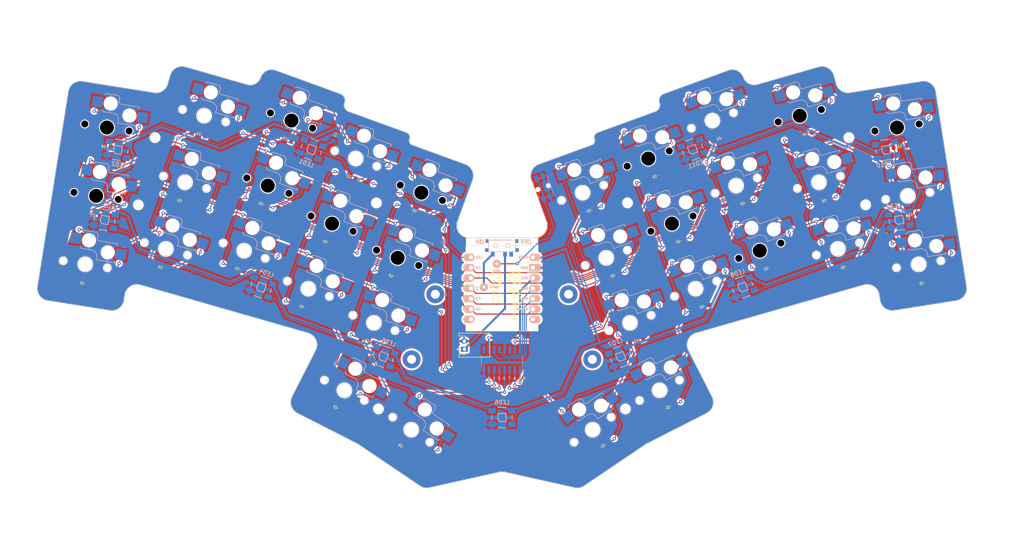
<source format=kicad_pcb>
(kicad_pcb (version 20221018) (generator pcbnew)
  (title_block (title "regret") (rev "1") (company "rschenk"))
  (layers (0 "F.Cu" signal) (31 "B.Cu" signal) (34 "B.Paste" user) (35 "F.Paste" user) (36 "B.SilkS" user "B.Silkscreen") (37 "F.SilkS" user "F.Silkscreen") (38 "B.Mask" user) (39 "F.Mask" user) (44 "Edge.Cuts" user))
  (net 0 "")
  (net 1 "R2")
  (net 2 "pinky_bottom")
  (net 3 "R1")
  (net 4 "pinky_home")
  (net 5 "R0")
  (net 6 "pinky_top")
  (net 7 "ring_bottom")
  (net 8 "ring_home")
  (net 9 "ring_top")
  (net 10 "middle_bottom")
  (net 11 "middle_home")
  (net 12 "middle_top")
  (net 13 "index_bottom")
  (net 14 "index_home")
  (net 15 "index_top")
  (net 16 "inner_bottom")
  (net 17 "inner_home")
  (net 18 "inner_top")
  (net 19 "R6")
  (net 20 "mirror_pinky_bottom")
  (net 21 "R5")
  (net 22 "mirror_pinky_home")
  (net 23 "R4")
  (net 24 "mirror_pinky_top")
  (net 25 "mirror_ring_bottom")
  (net 26 "mirror_ring_home")
  (net 27 "mirror_ring_top")
  (net 28 "mirror_middle_bottom")
  (net 29 "mirror_middle_home")
  (net 30 "mirror_middle_top")
  (net 31 "mirror_index_bottom")
  (net 32 "mirror_index_home")
  (net 33 "mirror_index_top")
  (net 34 "mirror_inner_bottom")
  (net 35 "mirror_inner_home")
  (net 36 "mirror_inner_top")
  (net 37 "R3")
  (net 38 "home_thumb")
  (net 39 "reachy_thumb")
  (net 40 "R7")
  (net 41 "mirror_home_thumb")
  (net 42 "mirror_reachy_thumb")
  (net 43 "C0")
  (net 44 "C1")
  (net 45 "C2")
  (net 46 "C3")
  (net 47 "C4")
  (net 48 "LED")
  (net 49 "P6")
  (net 50 "VUSB")
  (net 51 "GND")
  (net 52 "VCC")
  (net 53 "SER")
  (net 54 "RCLK")
  (net 55 "SRCLK")
  (net 56 "P7")
  (net 57 "RST")
  (net 58 "BAT+")
  (net 59 "QH'")
  (net 60 "led_1_v")
  (net 61 "L2")
  (net 62 "L11")
  (net 63 "L3")
  (net 64 "L10")
  (net 65 "L4")
  (net 66 "L9")
  (net 67 "L5")
  (net 68 "L8")
  (net 69 "L6")
  (net 70 "L7")
  (net 71 "BAT_POS")
  (footprint "E73:SPDT_C128955" (layer "F.Cu") (at 218.086171 116.741899)
    (fp_text reference "T1" hide)
    (fp_text value "" hide)
  )
  (footprint "MountingHole_2.2mm_M2" (layer "F.Cu") (at 307.349064 106.756118 16)
    (fp_text reference "PAD8" hide)
    (fp_text value "" hide)
  )
  (footprint "ChocBonusGoodies" (layer "F.Cu") (at 179.403264 152.261007 -27)
    (fp_text reference "SB31" hide)
    (fp_text value "")
  )
  (footprint "ChocBonusGoodies" (layer "F.Cu") (at 295.874165 101.203954 16)
    (fp_text reference "SB20" hide)
    (fp_text value "")
  )
  (footprint "ChocBonusGoodies" (layer "F.Cu") (at 144.984006 84.862508 -16)
    (fp_text reference "SB6" hide)
    (fp_text value "")
  )
  (footprint "ComboDiode" (layer "F.Cu") (at 292.483821 89.380431 16)
    (fp_text reference "D21" hide)
    (fp_text value "" hide)
  )
  (footprint "PG1350" (layer "F.Cu") (at 179.403264 152.261007 -27)
    (fp_text reference "S31" hide)
    (fp_text value "" hide)
  )
  (footprint "ComboDiode" (layer "F.Cu") (at 297.169658 105.721881 16)
    (fp_text reference "D20" hide)
    (fp_text value "" hide)
  )
  (footprint "PG1350" (layer "F.Cu") (at 192.477847 119.741896 -20)
    (fp_text reference "S14" hide)
    (fp_text value "" hide)
  )
  (footprint "ChocBonusGoodies" (layer "F.Cu") (at 135.61234 117.545406 -16)
    (fp_text reference "SB4" hide)
    (fp_text value "")
  )
  (footprint "ChocBonusGoodies" (layer "F.Cu") (at 115.807091 121.333638 -9)
    (fp_text reference "SB1" hide)
    (fp_text value "")
  )
  (footprint "PG1350" (layer "F.Cu") (at 259.796657 111.35376 20)
    (fp_text reference "S26" hide)
    (fp_text value "" hide)
  )
  (footprint "ChocBonusGoodies" (layer "F.Cu") (at 170.56134 127.328539 -20)
    (fp_text reference "SB10" hide)
    (fp_text value "")
  )
  (footprint "ComboDiode" (layer "F.Cu") (at 261.404155 115.770322 20)
    (fp_text reference "D26" hide)
    (fp_text value "" hide)
  )
  (footprint "ChocBonusGoodies" (layer "F.Cu") (at 154.801188 118.000712 -20)
    (fp_text reference "SB7" hide)
    (fp_text value "")
  )
  (footprint "ChocBonusGoodies" (layer "F.Cu") (at 317.705856 104.542934 9)
    (fp_text reference "SB17" hide)
    (fp_text value "")
  )
  (footprint "PG1350" (layer "F.Cu") (at 176.37568 111.353763 -20)
    (fp_text reference "S11" hide)
    (fp_text value "" hide)
  )
  (footprint "PG1350" (layer "F.Cu") (at 291.188329 84.862498 16)
    (fp_text reference "S21" hide)
    (fp_text value "" hide)
  )
  (footprint "ComboDiode" (layer "F.Cu") (at 267.218497 131.745098 20)
    (fp_text reference "D25" hide)
    (fp_text value "" hide)
  )
  (footprint "ChocBonusGoodies" (layer "F.Cu") (at 269.74246 86.051166 20)
    (fp_text reference "SB24" hide)
    (fp_text value "")
  )
  (footprint "ChocBonusGoodies" (layer "F.Cu") (at 186.663504 135.716667 -20)
    (fp_text reference "SB13" hide)
    (fp_text value "")
  )
  (footprint "MountingHole_2.2mm_M2" (layer "F.Cu") (at 248.902095 106.27355 20)
    (fp_text reference "PAD10" hide)
    (fp_text value "" hide)
  )
  (footprint "PG1350" (layer "F.Cu") (at 317.705856 104.542934 9)
    (fp_text reference "S17" hide)
    (fp_text value "" hide)
  )
  (footprint "PG1350" (layer "F.Cu") (at 166.429865 86.051166 -20)
    (fp_text reference "S9" hide)
    (fp_text value "" hide)
  )
  (footprint "PG1350" (layer "F.Cu") (at 281.371147 118.000713 20)
    (fp_text reference "S22" hide)
    (fp_text value "" hide)
  )
  (footprint "MountingHole_2.2mm_M2_Pad" (layer "F.Cu") (at 234.448704 128.694025 40)
    (fp_text reference "PAD2" hide)
    (fp_text value "" hide)
  )
  (footprint "ChocBonusGoodies" (layer "F.Cu") (at 300.559997 117.545399 16)
    (fp_text reference "SB19" hide)
    (fp_text value "")
  )
  (footprint "xiao-ble" (layer "F.Cu") (at 218.086176 127.241899)
    (fp_text reference "MCU1" hide)
    (fp_text value "")
  )
  (footprint "PG1350" (layer "F.Cu") (at 135.61234 117.545406 -16)
    (fp_text reference "S4" hide)
    (fp_text value "" hide)
  )
  (footprint "ComboDiode" (layer "F.Cu") (at 315.781715 92.394365 9)
    (fp_text reference "D18" hide)
    (fp_text value "" hide)
  )
  (footprint "ChocBonusGoodies" (layer "F.Cu") (at 195.83048 161.93738 -34)
    (fp_text reference "SB32" hide)
    (fp_text value "")
  )
  (footprint "ComboDiode" (layer "F.Cu") (at 258.902835 156.448732 27)
    (fp_text reference "D33" hide)
    (fp_text value "" hide)
  )
  (footprint "ComboDiode" (layer "F.Cu") (at 180.582534 99.795549 -20)
    (fp_text reference "D12" hide)
    (fp_text value "" hide)
  )
  (footprint "MountingHole_2.2mm_M2" (layer "F.Cu") (at 303.239988 90.249286 16)
    (fp_text reference "PAD6" hide)
    (fp_text value "" hide)
  )
  (footprint "ComboDiode" (layer "F.Cu") (at 242.970062 165.833845 34)
    (fp_text reference "D34" hide)
    (fp_text value "" hide)
  )
  (footprint "PG1350" (layer "F.Cu") (at 121.125861 87.752229 -9)
    (fp_text reference "S3" hide)
    (fp_text value "" hide)
  )
  (footprint "ComboDiode" (layer "F.Cu") (at 318.441104 109.185064 9)
    (fp_text reference "D17" hide)
    (fp_text value "" hide)
  )
  (footprint "ChocBonusGoodies" (layer "F.Cu") (at 240.341864 161.937375 34)
    (fp_text reference "SB34" hide)
    (fp_text value "")
  )
  (footprint "MountingHole_2.2mm_M2" (layer "F.Cu") (at 187.769129 156.840697 -30.5)
    (fp_text reference "PAD11" hide)
    (fp_text value "" hide)
  )
  (footprint "PG1350" (layer "F.Cu") (at 295.874165 101.203954 16)
    (fp_text reference "S20" hide)
    (fp_text value "" hide)
  )
  (footprint "ComboDiode" (layer "F.Cu") (at 251.116324 140.133226 20)
    (fp_text reference "D28" hide)
    (fp_text value "" hide)
  )
  (footprint "PG1350" (layer "F.Cu") (at 118.466475 104.54293 -9)
    (fp_text reference "S2" hide)
    (fp_text value "" hide)
  )
  (footprint "ChocBonusGoodies" (layer "F.Cu") (at 166.429865 86.051166 -20)
    (fp_text reference "SB9" hide)
    (fp_text value "")
  )
  (footprint "ComboDiode" (layer "F.Cu") (at 196.684702 108.183679 -20)
    (fp_text reference "D15" hide)
    (fp_text value "" hide)
  )
  (footprint "ChocBonusGoodies" (layer "F.Cu") (at 265.611003 127.328543 20)
    (fp_text reference "SB25" hide)
    (fp_text value "")
  )
  (footprint "ComboDiode" (layer "F.Cu") (at 193.202268 165.833855 -34)
    (fp_text reference "D32" hide)
    (fp_text value "" hide)
  )
  (footprint "PG1350" (layer "F.Cu") (at 315.046474 87.752229 9)
    (fp_text reference "S18" hide)
    (fp_text value "" hide)
  )
  (footprint "ComboDiode" (layer "F.Cu") (at 115.071845 125.97577 -9)
    (fp_text reference "D1" hide)
    (fp_text value "" hide)
  )
  (footprint "ComboDiode" (layer "F.Cu") (at 159.008038 106.442497 -20)
    (fp_text reference "D8" hide)
    (fp_text value "" hide)
  )
  (footprint "JST_PH_S2B-PH-K_02x2.00mm_Angled" (layer "F.Cu") (at 208.836176 141.191892 90)
    (fp_text reference "JST1" hide)
    (fp_text value "" hide)
  )
  (footprint "MountingHole_2.2mm_M2_Pad" (layer "F.Cu") (at 195.909285 144.668793 -20)
    (fp_text reference "PAD3" hide)
    (fp_text value "" hide)
  )
  (footprint "ChocBonusGoodies" (layer "F.Cu") (at 249.508833 135.716672 20)
    (fp_text reference "SB28" hide)
    (fp_text value "")
  )
  (footprint "ChocBonusGoodies" (layer "F.Cu") (at 320.365248 121.333639 9)
    (fp_text reference "SB16" hide)
    (fp_text value "")
  )
  (footprint "ComboDiode" (layer "F.Cu") (at 120.390627 92.394365 -9)
    (fp_text reference "D3" hide)
    (fp_text value "" hide)
  )
  (footprint "ChocBonusGoodies" (layer "F.Cu") (at 121.125861 87.752229 -9)
    (fp_text reference "SB3" hide)
    (fp_text value "")
  )
  (footprint "PG1350" (layer "F.Cu") (at 269.74246 86.051166 20)
    (fp_text reference "S24" hide)
    (fp_text value "" hide)
  )
  (footprint "ChocBonusGoodies" (layer "F.Cu") (at 256.769082 152.261006 27)
    (fp_text reference "SB33" hide)
    (fp_text value "")
  )
  (footprint "ChocBonusGoodies" (layer "F.Cu") (at 275.556805 102.025942 20)
    (fp_text reference "SB23" hide)
    (fp_text value "")
  )
  (footprint "PG1350" (layer "F.Cu") (at 320.365248 121.333639 9)
    (fp_text reference "S16" hide)
    (fp_text value "" hide)
  )
  (footprint "ComboDiode" (layer "F.Cu") (at 153.193695 122.417277 -20)
    (fp_text reference "D7" hide)
    (fp_text value "" hide)
  )
  (footprint "ComboDiode" (layer "F.Cu") (at 301.855491 122.063333 16)
    (fp_text reference "D19" hide)
    (fp_text value "" hide)
  )
  (footprint "PG1350" (layer "F.Cu") (at 170.56134 127.328539 -20)
    (fp_text reference "S10" hide)
    (fp_text value "" hide)
  )
  (footprint "ComboDiode" (layer "F.Cu") (at 321.100492 125.975766 9)
    (fp_text reference "D16" hide)
    (fp_text value "" hide)
  )
  (footprint "ChocBonusGoodies" (layer "F.Cu") (at 237.880151 103.767119 20)
    (fp_text reference "SB30" hide)
    (fp_text value "")
  )
  (footprint "MountingHole_2.2mm_M2_Pad" (layer "F.Cu") (at 240.263049 144.668793 20)
    (fp_text reference "PAD4" hide)
    (fp_text value "" hide)
  )
  (footprint "ChocBonusGoodies" (layer "F.Cu") (at 315.046474 87.752229 9)
    (fp_text reference "SB18" hide)
    (fp_text value "")
  )
  (footprint "ComboDiode" (layer "F.Cu") (at 177.246967 89.530414 70)
    (fp_text reference "D35" hide)
    (fp_text value "" hide)
  )
  (footprint "PG1350" (layer "F.Cu") (at 115.807091 121.333638 -9)
    (fp_text reference "S1" hide)
    (fp_text value "" hide)
  )
  (footprint "ComboDiode" (layer "F.Cu") (at 271.34996 90.467723 20)
    (fp_text reference "D24" hide)
    (fp_text value "" hide)
  )
  (footprint "ComboDiode" (layer "F.Cu") (at 239.487641 108.183679 20)
    (fp_text reference "D30" hide)
    (fp_text value "" hide)
  )
  (footprint "ChocBonusGoodies" (layer "F.Cu") (at 176.37568 111.353763 -20)
    (fp_text reference "SB11" hide)
    (fp_text value "")
  )
  (footprint "MountingHole_2.2mm_M2" (layer "F.Cu") (at 248.403211 156.840699 30.5)
    (fp_text reference "PAD12" hide)
    (fp_text value "" hide)
  )
  (footprint "ComboDiode" (layer "F.Cu") (at 139.002686 105.721877 -16)
    (fp_text reference "D5" hide)
    (fp_text value "" hide)
  )
  (footprint "ComboDiode" (layer "F.Cu") (at 134.316851 122.063333 -16)
    (fp_text reference "D4" hide)
    (fp_text value "" hide)
  )
  (footprint "ComboDiode" (layer "F.Cu") (at 255.589813 99.795544 20)
    (fp_text reference "D27" hide)
    (fp_text value "" hide)
  )
  (footprint "PG1350" (layer "F.Cu") (at 256.769082 152.261006 27)
    (fp_text reference "S33" hide)
    (fp_text value "" hide)
  )
  (footprint "ChocBonusGoodies" (layer "F.Cu") (at 140.298172 101.203959 -16)
    (fp_text reference "SB5" hide)
    (fp_text value "")
  )
  (footprint "ComboDiode" (layer "F.Cu") (at 174.768189 115.770322 -20)
    (fp_text reference "D11" hide)
    (fp_text value "" hide)
  )
  (footprint "ChocBonusGoodies" (layer "F.Cu") (at 182.190021 95.378985 -20)
    (fp_text reference "SB12" hide)
    (fp_text value "")
  )
  (footprint "PG1350" (layer "F.Cu") (at 198.292191 103.76712 -20)
    (fp_text reference "S15" hide)
    (fp_text value "" hide)
  )
  (footprint "PG1350" (layer "F.Cu") (at 182.190021 95.378985 -20)
    (fp_text reference "S12" hide)
    (fp_text value "" hide)
  )
  (footprint "ChocBonusGoodies" (layer "F.Cu") (at 192.477847 119.741896 -20)
    (fp_text reference "SB14" hide)
    (fp_text value "")
  )
  (footprint "PG1350" (layer "F.Cu") (at 265.611003 127.328543 20)
    (fp_text reference "S25" hide)
    (fp_text value "" hide)
  )
  (footprint "ComboDiode" (layer "F.Cu") (at 190.870353 124.158452 -20)
    (fp_text reference "D14" hide)
    (fp_text value "" hide)
  )
  (footprint "PG1350" (layer "F.Cu") (at 186.663504 135.716667 -20)
    (fp_text reference "S13" hide)
    (fp_text value "" hide)
  )
  (footprint "ComboDiode" (layer "F.Cu") (at 245.301981 124.158458 20)
    (fp_text reference "D29" hide)
    (fp_text value "" hide)
  )
  (footprint "ChocBonusGoodies" (layer "F.Cu") (at 118.466475 104.54293 -9)
    (fp_text reference "SB2" hide)
    (fp_text value "")
  )
  (footprint "PG1350" (layer "F.Cu") (at 300.559997 117.545399 16)
    (fp_text reference "S19" hide)
    (fp_text value "" hide)
  )
  (footprint "ChocBonusGoodies" (layer "F.Cu") (at 198.292191 103.76712 -20)
    (fp_text reference "SB15" hide)
    (fp_text value "")
  )
  (footprint "MountingHole_2.2mm_M2_Pad" (layer "F.Cu") (at 201.723629 128.694025 -20)
    (fp_text reference "PAD1" hide)
    (fp_text value "" hide)
  )
  (footprint "ChocBonusGoodies" (layer "F.Cu") (at 281.371147 118.000713 20)
    (fp_text reference "SB22" hide)
    (fp_text value "")
  )
  (footprint "ChocBonusGoodies" (layer "F.Cu") (at 243.694485 119.741899 20)
    (fp_text reference "SB29" hide)
    (fp_text value "")
  )
  (footprint "ComboDiode" (layer "F.Cu") (at 185.056009 140.133222 -20)
    (fp_text reference "D13" hide)
    (fp_text value "" hide)
  )
  (footprint "ComboDiode" (layer "F.Cu") (at 117.731235 109.185066 -9)
    (fp_text reference "D2" hide)
    (fp_text value "" hide)
  )
  (footprint "ComboDiode" (layer "F.Cu") (at 177.2695 156.448733 -27)
    (fp_text reference "D31" hide)
    (fp_text value "" hide)
  )
  (footprint "PG1350" (layer "F.Cu") (at 160.615531 102.025935 -20)
    (fp_text reference "S8" hide)
    (fp_text value "" hide)
  )
  (footprint "PG1350" (layer "F.Cu") (at 237.880151 103.767119 20)
    (fp_text reference "S30" hide)
    (fp_text value "" hide)
  )
  (footprint "PG1350" (layer "F.Cu") (at 154.801188 118.000712 -20)
    (fp_text reference "S7" hide)
    (fp_text value "" hide)
  )
  (footprint "PG1350" (layer "F.Cu") (at 240.341864 161.937375 34)
    (fp_text reference "S34" hide)
    (fp_text value "" hide)
  )
  (footprint "PG1350" (layer "F.Cu") (at 249.508833 135.716672 20)
    (fp_text reference "S28" hide)
    (fp_text value "" hide)
  )
  (footprint "PG1350" (layer "F.Cu") (at 243.694485 119.741899 20)
    (fp_text reference "S29" hide)
    (fp_text value "" hide)
  )
  (footprint "PG1350" (layer "F.Cu") (at 144.984006 84.862508 -16)
    (fp_text reference "S6" hide)
    (fp_text value "" hide)
  )
  (footprint "PG1350" (layer "F.Cu") (at 253.982317 95.378983 20)
    (fp_text reference "S27" hide)
    (fp_text value "" hide)
  )
  (footprint "ComboDiode" (layer "F.Cu") (at 277.164299 106.442495 20)
    (fp_text reference "D23" hide)
    (fp_text value "" hide)
  )
  (footprint "ChocBonusGoodies" (layer "F.Cu") (at 160.615531 102.025935 -20)
    (fp_text reference "SB8" hide)
    (fp_text value "")
  )
  (footprint "MountingHole_2.2mm_M2" (layer "F.Cu") (at 187.270243 106.273543 -20)
    (fp_text reference "PAD9" hide)
    (fp_text value "" hide)
  )
  (footprint "ComboDiode" (layer "F.Cu") (at 143.688517 89.380437 -16)
    (fp_text reference "D6" hide)
    (fp_text value "" hide)
  )
  (footprint "ComboDiode" (layer "F.Cu") (at 282.978644 122.417268 20)
    (fp_text reference "D22" hide)
    (fp_text value "" hide)
  )
  (footprint "PG1350" (layer "F.Cu") (at 140.298172 101.203959 -16)
    (fp_text reference "S5" hide)
    (fp_text value "" hide)
  )
  (footprint "ChocBonusGoodies" (layer "F.Cu") (at 253.982317 95.378983 20)
    (fp_text reference "SB27" hide)
    (fp_text value "")
  )
  (footprint "ComboDiode" (layer "F.Cu") (at 164.82238 90.467718 -20)
    (fp_text reference "D9" hide)
    (fp_text value "" hide)
  )
  (footprint "PG1350" (layer "F.Cu") (at 195.83048 161.93738 -34)
    (fp_text reference "S32" hide)
    (fp_text value "" hide)
  )
  (footprint "ComboDiode" (layer "F.Cu") (at 168.953841 131.745094 -20)
    (fp_text reference "D10" hide)
    (fp_text value "" hide)
  )
  (footprint "MountingHole_2.2mm_M2" (layer "F.Cu") (at 132.932353 90.249289 -16)
    (fp_text reference "PAD5" hide)
    (fp_text value "" hide)
  )
  (footprint "ChocBonusGoodies" (layer "F.Cu") (at 291.188329 84.862498 16)
    (fp_text reference "SB21" hide)
    (fp_text value "")
  )
  (footprint "ChocBonusGoodies" (layer "F.Cu") (at 259.796657 111.35376 20)
    (fp_text reference "SB26" hide)
    (fp_text value "")
  )
  (footprint "MountingHole_2.2mm_M2" (layer "F.Cu") (at 128.823276 106.756117 -16)
    (fp_text reference "PAD7" hide)
    (fp_text value "" hide)
  )
  (footprint "PG1350" (layer "F.Cu") (at 275.556805 102.025942 20)
    (fp_text reference "S23" hide)
    (fp_text value "" hide)
  )
  (footprint "WS2812B" (layer "B.Cu") (at 315.603185 110.444517 9)
    (fp_text reference "LED9")
    (fp_text value "VAL**" hide)
  )
  (footprint "WS2812B" (layer "B.Cu") (at 123.800603 93.238192 -9)
    (fp_text reference "LED2")
    (fp_text value "VAL**" hide)
  )
  (footprint "WS2812B" (layer "B.Cu") (at 171.297626 93.143765 -20)
    (fp_text reference "LED1")
    (fp_text value "VAL**" hide)
  )
  (footprint "WS2812B" (layer "B.Cu") (at 264.874717 93.143769 20)
    (fp_text reference "LED11")
    (fp_text value "VAL**" hide)
  )
  (footprint "Panasonic_EVQPUL_EVQPUC" (layer "B.Cu") (at 228.201705 102.508457 110)
    (fp_text reference "B1" hide)
    (fp_text value "")
  )
  (footprint "WS2812B" (layer "B.Cu") (at 120.569151 110.444523 -9)
    (fp_text reference "LED3")
    (fp_text value "VAL**" hide)
  )
  (footprint "SOIC-16_3.9x9.9mm_P1.27mm" (layer "B.Cu") (at 218.086169 144.741896 -90)
    (fp_text reference "19.051" hide)
    (fp_text value "74HC595")
  )
  (footprint "WS2812B" (layer "B.Cu") (at 247.204509 144.004622 20)
    (fp_text reference "LED7")
    (fp_text value "VAL**" hide)
  )
  (footprint "WS2812B" (layer "B.Cu") (at 277.187444 126.9727 20)
    (fp_text reference "LED8")
    (fp_text value "VAL**" hide)
  )
  (footprint "WS2812B" (layer "B.Cu") (at 188.967826 144.004617 -20)
    (fp_text reference "LED5")
    (fp_text value "VAL**" hide)
  )
  (footprint "WS2812B" (layer "B.Cu") (at 218.086171 158.937378)
    (fp_text reference "LED6")
    (fp_text value "VAL**" hide)
  )
  (footprint "WS2812B" (layer "B.Cu") (at 158.984901 126.972707 -20)
    (fp_text reference "LED4")
    (fp_text value "VAL**" hide)
  )
  (footprint "WS2812B" (layer "B.Cu") (at 312.371745 93.23819 9)
    (fp_text reference "LED10")
    (fp_text value "VAL**" hide)
  )
  (gr_line (start 253.485078 165.441909) (end 253.524704 165.418968) (stroke (width 0.151694)) (layer "Edge.Cuts"))
  (gr_line (start 277.711251 76.13721) (end 277.634166 76.027603) (stroke (width 0.151694)) (layer "Edge.Cuts"))
  (gr_line (start 157.829222 76.828316) (end 157.725112 76.897358) (stroke (width 0.151694)) (layer "Edge.Cuts"))
  (gr_line (start 179.521873 81.5084) (end 179.540683 81.42541) (stroke (width 0.151694)) (layer "Edge.Cuts"))
  (gr_line (start 227.08468 114.68967) (end 226.912047 114.737756) (stroke (width 0.151694)) (layer "Edge.Cuts"))
  (gr_line (start 104.983561 129.468875) (end 105.091578 129.564993) (stroke (width 0.151694)) (layer "Edge.Cuts"))
  (gr_line (start 199.070948 176.176693) (end 199.220405 176.201076) (stroke (width 0.151694)) (layer "Edge.Cuts"))
  (gr_line (start 269.869998 154.398909) (end 269.826466 154.255299) (stroke (width 0.151694)) (layer "Edge.Cuts"))
  (gr_line (start 207.1233 110.97233) (end 207.180575 110.798667) (stroke (width 0.151694)) (layer "Edge.Cuts"))
  (gr_line (start 256.722965 81.6742) (end 256.723006 81.674267) (stroke (width 0.151694)) (layer "Edge.Cuts"))
  (gr_line (start 228.751877 113.392854) (end 228.651644 113.545739) (stroke (width 0.151694)) (layer "Edge.Cuts"))
  (gr_line (start 134.424411 78.956141) (end 134.302123 79.009632) (stroke (width 0.151694)) (layer "Edge.Cuts"))
  (gr_line (start 126.486439 127.032058) (end 126.608129 126.929442) (stroke (width 0.151694)) (layer "Edge.Cuts"))
  (gr_line (start 195.385278 89.676112) (end 195.362435 89.623903) (stroke (width 0.151694)) (layer "Edge.Cuts"))
  (gr_line (start 227.579295 114.485895) (end 227.418734 114.563514) (stroke (width 0.151694)) (layer "Edge.Cuts"))
  (gr_line (start 307.829768 126.275553) (end 307.987118 126.285815) (stroke (width 0.151694)) (layer "Edge.Cuts"))
  (gr_line (start 179.501451 80.610412) (end 179.476184 80.533393) (stroke (width 0.151694)) (layer "Edge.Cuts"))
  (gr_line (start 218.261288 172.257711) (end 218.343356 172.263358) (stroke (width 0.151694)) (layer "Edge.Cuts"))
  (gr_line (start 278.162849 76.618482) (end 278.064361 76.531462) (stroke (width 0.151694)) (layer "Edge.Cuts"))
  (gr_line (start 171.534213 138.74413) (end 171.654711 138.845119) (stroke (width 0.151694)) (layer "Edge.Cuts"))
  (gr_line (start 329.785559 130.209374) (end 329.934232 130.174093) (stroke (width 0.151694)) (layer "Edge.Cuts"))
  (gr_line (start 256.792735 81.922552) (end 256.807196 82.005693) (stroke (width 0.151694)) (layer "Edge.Cuts"))
  (gr_line (start 127.894799 126.331004) (end 128.050085 126.304314) (stroke (width 0.151694)) (layer "Edge.Cuts"))
  (gr_line (start 195.402081 90.53199) (end 195.421533 90.474037) (stroke (width 0.151694)) (layer "Edge.Cuts"))
  (gr_line (start 208.775094 114.563515) (end 208.614534 114.485893) (stroke (width 0.151694)) (layer "Edge.Cuts"))
  (gr_line (start 278.706719 76.979324) (end 278.59174 76.917389) (stroke (width 0.151694)) (layer "Edge.Cuts"))
  (gr_line (start 264.121687 139.298023) (end 264.219379 139.174003) (stroke (width 0.151694)) (layer "Edge.Cuts"))
  (gr_line (start 300.900722 78.346762) (end 300.80848 78.249631) (stroke (width 0.151694)) (layer "Edge.Cuts"))
  (gr_line (start 312.091902 132.125927) (end 312.210339 132.207732) (stroke (width 0.151694)) (layer "Edge.Cuts"))
  (gr_line (start 172.079113 139.307784) (end 172.169641 139.436968) (stroke (width 0.151694)) (layer "Edge.Cuts"))
  (gr_line (start 138.492534 72.93968) (end 138.355616 72.994767) (stroke (width 0.151694)) (layer "Edge.Cuts"))
  (gr_line (start 155.526293 77.21149) (end 140.370285 72.865634) (stroke (width 0.151694)) (layer "Edge.Cuts"))
  (gr_line (start 195.309398 89.523024) (end 195.279295 89.474544) (stroke (width 0.151694)) (layer "Edge.Cuts"))
  (gr_line (start 268.604925 157.714178) (end 268.730017 157.62903) (stroke (width 0.151694)) (layer "Edge.Cuts"))
  (gr_line (start 240.721335 90.065691) (end 240.719799 90.123644) (stroke (width 0.151694)) (layer "Edge.Cuts"))
  (gr_line (start 136.659784 74.922678) (end 136.046656 77.060854) (stroke (width 0.151694)) (layer "Edge.Cuts"))
  (gr_line (start 277.561947 75.91378) (end 277.494794 75.795842) (stroke (width 0.151694)) (layer "Edge.Cuts"))
  (gr_line (start 278.064361 76.531462) (end 277.969762 76.439724) (stroke (width 0.151694)) (layer "Edge.Cuts"))
  (gr_line (start 228.300169 113.961419) (end 228.168352 114.08375) (stroke (width 0.151694)) (layer "Edge.Cuts"))
  (gr_line (start 105.091578 129.564993) (end 105.204366 129.655999) (stroke (width 0.151694)) (layer "Edge.Cuts"))
  (gr_line (start 161.982563 73.571887) (end 161.843984 73.554146) (stroke (width 0.151694)) (layer "Edge.Cuts"))
  (gr_line (start 195.212151 89.381991) (end 195.175198 89.338105) (stroke (width 0.151694)) (layer "Edge.Cuts"))
  (gr_line (start 273.936516 73.627864) (end 273.800861 73.666118) (stroke (width 0.151694)) (layer "Edge.Cuts"))
  (gr_line (start 124.9604 131.15857) (end 125.028771 131.028276) (stroke (width 0.151694)) (layer "Edge.Cuts"))
  (gr_line (start 195.401967 90.532125) (end 195.402022 90.532054) (stroke (width 0.151694)) (layer "Edge.Cuts"))
  (gr_line (start 208.940105 114.631513) (end 208.775094 114.563515) (stroke (width 0.151694)) (layer "Edge.Cuts"))
  (gr_line (start 331.941889 128.409315) (end 331.993582 128.273927) (stroke (width 0.151694)) (layer "Edge.Cuts"))
  (gr_line (start 178.97289 79.8058) (end 178.908296 79.754065) (stroke (width 0.151694)) (layer "Edge.Cuts"))
  (gr_line (start 195.468465 90.240315) (end 195.472703 90.181883) (stroke (width 0.151694)) (layer "Edge.Cuts"))
  (gr_line (start 180.478914 83.836639) (end 180.398111 83.804898) (stroke (width 0.151694)) (layer "Edge.Cuts"))
  (gr_line (start 138.772509 72.850342) (end 138.631587 72.891527) (stroke (width 0.151694)) (layer "Edge.Cuts"))
  (gr_line (start 195.418619 91.387963) (end 195.398294 91.334743) (stroke (width 0.151694)) (layer "Edge.Cuts"))
  (gr_line (start 256.722867 81.67394) (end 256.722884 81.674003) (stroke (width 0.151694)) (layer "Edge.Cuts"))
  (gr_line (start 179.034554 79.860391) (end 178.97289 79.8058) (stroke (width 0.151694)) (layer "Edge.Cuts"))
  (gr_line (start 125.517676 128.804057) (end 125.547035 128.646108) (stroke (width 0.151694)) (layer "Edge.Cuts"))
  (gr_line (start 132.973251 79.228349) (end 132.833637 79.216131) (stroke (width 0.151694)) (layer "Edge.Cuts"))
  (gr_line (start 111.857042 78.193991) (end 111.80271 78.330418) (stroke (width 0.151694)) (layer "Edge.Cuts"))
  (gr_line (start 303.360179 79.215774) (end 303.22057 79.227997) (stroke (width 0.151694)) (layer "Edge.Cuts"))
  (gr_line (start 311.761662 131.847818) (end 311.867346 131.945814) (stroke (width 0.151694)) (layer "Edge.Cuts"))
  (gr_line (start 128.206567 126.285814) (end 128.363905 126.27555) (stroke (width 0.151694)) (layer "Edge.Cuts"))
  (gr_line (start 195.451084 90.357365) (end 195.461275 90.29884) (stroke (width 0.151694)) (layer "Edge.Cuts"))
  (gr_line (start 179.494657 82.890287) (end 179.465765 82.814633) (stroke (width 0.151694)) (layer "Edge.Cuts"))
  (gr_line (start 104.15505 128.135801) (end 104.200246 128.273928) (stroke (width 0.151694)) (layer "Edge.Cuts"))
  (gr_line (start 195.451144 89.89452) (end 195.438595 89.838673) (stroke (width 0.151694)) (layer "Edge.Cuts"))
  (gr_line (start 132.693506 79.197268) (end 115.085712 76.408214) (stroke (width 0.151694)) (layer "Edge.Cuts"))
  (gr_line (start 179.465765 82.814633) (end 179.440494 82.737618) (stroke (width 0.151694)) (layer "Edge.Cuts"))
  (gr_line (start 135.710377 77.819355) (end 135.636066 77.932984) (stroke (width 0.151694)) (layer "Edge.Cuts"))
  (gr_line (start 263.544689 140.762848) (end 263.566149 140.606145) (stroke (width 0.151694)) (layer "Edge.Cuts"))
  (gr_line (start 195.380515 91.280567) (end 195.365337 91.22553) (stroke (width 0.151694)) (layer "Edge.Cuts"))
  (gr_line (start 256.28635 83.487544) (end 256.224685 83.542123) (stroke (width 0.151694)) (layer "Edge.Cuts"))
  (gr_line (start 240.811538 90.590621) (end 240.827829 90.648826) (stroke (width 0.151694)) (layer "Edge.Cuts"))
  (gr_line (start 240.914463 89.474542) (end 240.884374 89.523023) (stroke (width 0.151694)) (layer "Edge.Cuts"))
  (gr_line (start 210.976483 98.871866) (end 210.938104 98.732741) (stroke (width 0.151694)) (layer "Edge.Cuts"))
  (gr_line (start 263.566149 140.606145) (end 263.595925 140.450376) (stroke (width 0.151694)) (layer "Edge.Cuts"))
  (gr_line (start 179.470956 81.674004) (end 179.470973 81.673942) (stroke (width 0.151694)) (layer "Edge.Cuts"))
  (gr_line (start 256.548548 83.17658) (end 256.502471 83.243399) (stroke (width 0.151694)) (layer "Edge.Cuts"))
  (gr_line (start 179.443055 81.756799) (end 179.470677 81.674464) (stroke (width 0.151694)) (layer "Edge.Cuts"))
  (gr_line (start 256.722932 81.674135) (end 256.722965 81.6742) (stroke (width 0.151694)) (layer "Edge.Cuts"))
  (gr_line (start 195.331222 90.882584) (end 195.335447 90.824192) (stroke (width 0.151694)) (layer "Edge.Cuts"))
  (gr_line (start 269.905563 155.843761) (end 269.933478 155.70236) (stroke (width 0.151694)) (layer "Edge.Cuts"))
  (gr_line (start 269.87096 155.983543) (end 269.905563 155.843761) (stroke (width 0.151694)) (layer "Edge.Cuts"))
  (gr_line (start 113.101532 76.781987) (end 112.975526 76.859963) (stroke (width 0.151694)) (layer "Edge.Cuts"))
  (gr_line (start 125.8131 127.900726) (end 125.888894 127.762468) (stroke (width 0.151694)) (layer "Edge.Cuts"))
  (gr_line (start 256.750778 81.756798) (end 256.773951 81.839539) (stroke (width 0.151694)) (layer "Edge.Cuts"))
  (gr_line (start 170.541303 138.218102) (end 170.594096 138.236947) (stroke (width 0.151694)) (layer "Edge.Cuts"))
  (gr_line (start 256.825284 82.254574) (end 256.823093 82.336898) (stroke (width 0.151694)) (layer "Edge.Cuts"))
  (gr_line (start 256.723049 81.674328) (end 256.723103 81.674397) (stroke (width 0.151694)) (layer "Edge.Cuts"))
  (gr_line (start 209.816924 114.819354) (end 209.636097 114.802823) (stroke (width 0.151694)) (layer "Edge.Cuts"))
  (gr_line (start 211.062148 99.445306) (end 211.051133 99.299889) (stroke (width 0.151694)) (layer "Edge.Cuts"))
  (gr_line (start 134.774763 78.764321) (end 134.660904 78.833373) (stroke (width 0.151694)) (layer "Edge.Cuts"))
  (gr_line (start 240.52615 91.767837) (end 240.48488 91.808154) (stroke (width 0.151694)) (layer "Edge.Cuts"))
  (gr_line (start 257.044985 79.97759) (end 256.992485 80.039928) (stroke (width 0.151694)) (layer "Edge.Cuts"))
  (gr_line (start 198.632272 176.058723) (end 198.776592 176.105461) (stroke (width 0.151694)) (layer "Edge.Cuts"))
  (gr_line (start 240.791826 90.532295) (end 240.791838 90.532322) (stroke (width 0.151694)) (layer "Edge.Cuts"))
  (gr_line (start 256.620517 81.093444) (end 256.622413 81.176163) (stroke (width 0.151694)) (layer "Edge.Cuts"))
  (gr_line (start 297.977072 73.058907) (end 297.846444 72.998271) (stroke (width 0.151694)) (layer "Edge.Cuts"))
  (gr_line (start 313.569262 132.685944) (end 313.717863 132.696337) (stroke (width 0.151694)) (layer "Edge.Cuts"))
  (gr_line (start 329.633685 130.23739) (end 329.785559 130.209374) (stroke (width 0.151694)) (layer "Edge.Cuts"))
  (gr_line (start 179.471014 81.673613) (end 179.471015 81.67355) (stroke (width 0.151694)) (layer "Edge.Cuts"))
  (gr_line (start 217.524091 172.308502) (end 217.605303 172.29383) (stroke (width 0.151694)) (layer "Edge.Cuts"))
  (gr_line (start 179.498668 81.591115) (end 179.521873 81.5084) (stroke (width 0.151694)) (layer "Edge.Cuts"))
  (gr_line (start 218.425283 172.271256) (end 218.507018 172.281417) (stroke (width 0.151694)) (layer "Edge.Cuts"))
  (gr_line (start 172.629779 140.613456) (end 172.650899 140.769734) (stroke (width 0.151694)) (layer "Edge.Cuts"))
  (gr_line (start 332.038778 128.135799) (end 332.077324 127.995147) (stroke (width 0.151694)) (layer "Edge.Cuts"))
  (gr_line (start 300.290773 77.45586) (end 300.237221 77.327546) (stroke (width 0.151694)) (layer "Edge.Cuts"))
  (gr_line (start 195.441451 91.440133) (end 195.418619 91.387963) (stroke (width 0.151694)) (layer "Edge.Cuts"))
  (gr_line (start 136.704351 74.780693) (end 136.659784 74.922678) (stroke (width 0.151694)) (layer "Edge.Cuts"))
  (gr_line (start 269.716533 153.971847) (end 269.649964 153.832514) (stroke (width 0.151694)) (layer "Edge.Cuts"))
  (gr_line (start 138.631587 72.891527) (end 138.492534 72.93968) (stroke (width 0.151694)) (layer "Edge.Cuts"))
  (gr_line (start 195.472703 90.181883) (end 195.474032 90.123642) (stroke (width 0.151694)) (layer "Edge.Cuts"))
  (gr_line (start 157.163866 77.167325) (end 157.044789 77.205604) (stroke (width 0.151694)) (layer "Edge.Cuts"))
  (gr_line (start 236.973101 176.201075) (end 237.12257 176.176697) (stroke (width 0.151694)) (layer "Edge.Cuts"))
  (gr_line (start 179.691271 83.243398) (end 179.645206 83.176582) (stroke (width 0.151694)) (layer "Edge.Cuts"))
  (gr_line (start 256.779 80.383569) (end 256.746547 80.457735) (stroke (width 0.151694)) (layer "Edge.Cuts"))
  (gr_line (start 297.712954 72.943897) (end 297.576836 72.895917) (stroke (width 0.151694)) (layer "Edge.Cuts"))
  (gr_line (start 124.629285 131.636729) (end 124.720271 131.523955) (stroke (width 0.151694)) (layer "Edge.Cuts"))
  (gr_line (start 123.059534 132.611743) (end 123.200187 132.573191) (stroke (width 0.151694)) (layer "Edge.Cuts"))
  (gr_line (start 301.308367 78.690148) (end 301.201009 78.611296) (stroke (width 0.151694)) (layer "Edge.Cuts"))
  (gr_line (start 135.096667 78.527833) (end 134.992822 78.611439) (stroke (width 0.151694)) (layer "Edge.Cuts"))
  (gr_line (start 299.236545 74.227972) (end 299.15844 74.102262) (stroke (width 0.151694)) (layer "Edge.Cuts"))
  (gr_line (start 321.697893 76.37368) (end 321.550743 76.371371) (stroke (width 0.151694)) (layer "Edge.Cuts"))
  (gr_line (start 172.169641 139.436968) (end 172.253469 139.571095) (stroke (width 0.151694)) (layer "Edge.Cuts"))
  (gr_line (start 167.018997 157.236982) (end 167.121791 157.342294) (stroke (width 0.151694)) (layer "Edge.Cuts"))
  (gr_line (start 182.547944 165.353846) (end 182.588655 165.374929) (stroke (width 0.151694)) (layer "Edge.Cuts"))
  (gr_line (start 309.5857 126.929446) (end 309.707388 127.032059) (stroke (width 0.151694)) (layer "Edge.Cuts"))
  (gr_line (start 299.374851 74.493006) (end 299.308761 74.358262) (stroke (width 0.151694)) (layer "Edge.Cuts"))
  (gr_line (start 179.370733 82.336901) (end 179.368544 82.254576) (stroke (width 0.151694)) (layer "Edge.Cuts"))
  (gr_line (start 158.0278 76.675952) (end 157.93018 76.754482) (stroke (width 0.151694)) (layer "Edge.Cuts"))
  (gr_line (start 240.792081 90.532671) (end 240.792118 90.532702) (stroke (width 0.151694)) (layer "Edge.Cuts"))
  (gr_line (start 274.349845 73.554144) (end 274.211259 73.571888) (stroke (width 0.151694)) (layer "Edge.Cuts"))
  (gr_line (start 274.488893 73.543221) (end 274.349845 73.554144) (stroke (width 0.151694)) (layer "Edge.Cuts"))
  (gr_line (start 269.667273 156.521459) (end 269.727819 156.390673) (stroke (width 0.151694)) (layer "Edge.Cuts"))
  (gr_line (start 159.042067 75.031944) (end 158.978119 75.156988) (stroke (width 0.151694)) (layer "Edge.Cuts"))
  (gr_line (start 195.365337 91.22553) (end 195.352795 91.169731) (stroke (width 0.151694)) (layer "Edge.Cuts"))
  (gr_line (start 179.419882 81.839537) (end 179.443055 81.756799) (stroke (width 0.151694)) (layer "Edge.Cuts"))
  (gr_line (start 264.796798 138.640506) (end 264.928404 138.55275) (stroke (width 0.151694)) (layer "Edge.Cuts"))
  (gr_line (start 303.500307 79.196908) (end 303.360179 79.215774) (stroke (width 0.151694)) (layer "Edge.Cuts"))
  (gr_line (start 159.446299 74.465165) (end 159.354754 74.5701) (stroke (width 0.151694)) (layer "Edge.Cuts"))
  (gr_line (start 210.884383 100.623178) (end 210.933508 100.476785) (stroke (width 0.151694)) (layer "Edge.Cuts"))
  (gr_line (start 322.830851 76.645793) (end 322.695957 76.587704) (stroke (width 0.151694)) (layer "Edge.Cuts"))
  (gr_line (start 240.348613 91.917256) (end 240.29919 91.949358) (stroke (width 0.151694)) (layer "Edge.Cuts"))
  (gr_line (start 195.437854 90.415796) (end 195.451084 90.357365) (stroke (width 0.151694)) (layer "Edge.Cuts"))
  (gr_line (start 263.634033 140.29588) (end 263.680491 140.142977) (stroke (width 0.151694)) (layer "Edge.Cuts"))
  (gr_line (start 257.100604 79.917698) (end 257.044985 79.97759) (stroke (width 0.151694)) (layer "Edge.Cuts"))
  (gr_line (start 195.279295 89.474544) (end 195.246867 89.427504) (stroke (width 0.151694)) (layer "Edge.Cuts"))
  (gr_line (start 139.495877 72.749954) (end 139.349584 72.755861) (stroke (width 0.151694)) (layer "Edge.Cuts"))
  (gr_line (start 218.588518 172.293831) (end 218.66973 172.308503) (stroke (width 0.151694)) (layer "Edge.Cuts"))
  (gr_line (start 195.591624 91.681852) (end 195.556935 91.636373) (stroke (width 0.151694)) (layer "Edge.Cuts"))
  (gr_line (start 126.261274 127.254791) (end 126.370758 127.140601) (stroke (width 0.151694)) (layer "Edge.Cuts"))
  (gr_line (start 218.179123 172.254326) (end 218.261288 172.257711) (stroke (width 0.151694)) (layer "Edge.Cuts"))
  (gr_line (start 195.401931 90.532167) (end 195.401967 90.532125) (stroke (width 0.151694)) (layer "Edge.Cuts"))
  (gr_line (start 172.253469 139.571095) (end 172.330366 139.709939) (stroke (width 0.151694)) (layer "Edge.Cuts"))
  (gr_line (start 257.731051 79.511241) (end 257.650216 79.542984) (stroke (width 0.151694)) (layer "Edge.Cuts"))
  (gr_line (start 179.376929 82.418676) (end 179.370733 82.336901) (stroke (width 0.151694)) (layer "Edge.Cuts"))
  (gr_line (start 127.292146 126.518702) (end 127.439374 126.459734) (stroke (width 0.151694)) (layer "Edge.Cuts"))
  (gr_line (start 255.71457 83.83664) (end 241.501188 89.009757) (stroke (width 0.151694)) (layer "Edge.Cuts"))
  (gr_line (start 128.995281 126.317837) (end 129.15198 126.349484) (stroke (width 0.151694)) (layer "Edge.Cuts"))
  (gr_line (start 195.005875 89.180741) (end 194.958387 89.146426) (stroke (width 0.151694)) (layer "Edge.Cuts"))
  (gr_line (start 240.828495 91.225534) (end 240.813316 91.280567) (stroke (width 0.151694)) (layer "Edge.Cuts"))
  (gr_line (start 157.93018 76.754482) (end 157.829222 76.828316) (stroke (width 0.151694)) (layer "Edge.Cuts"))
  (gr_line (start 112.975526 76.859963) (end 112.852986 76.944447) (stroke (width 0.151694)) (layer "Edge.Cuts"))
  (gr_line (start 225.160642 99.155686) (end 225.142629 99.29989) (stroke (width 0.151694)) (layer "Edge.Cuts"))
  (gr_line (start 323.092289 76.781987) (end 322.963048 76.710575) (stroke (width 0.151694)) (layer "Edge.Cuts"))
  (gr_line (start 240.791796 90.532213) (end 240.791803 90.53224) (stroke (width 0.151694)) (layer "Edge.Cuts"))
  (gr_line (start 136.046656 77.060854) (end 136.004534 77.19584) (stroke (width 0.151694)) (layer "Edge.Cuts"))
  (gr_line (start 180.033555 83.593845) (end 179.968979 83.542122) (stroke (width 0.151694)) (layer "Edge.Cuts"))
  (gr_line (start 265.500597 138.272576) (end 265.606447 138.234122) (stroke (width 0.151694)) (layer "Edge.Cuts"))
  (gr_line (start 330.493746 129.964574) (end 330.62405 129.896176) (stroke (width 0.151694)) (layer "Edge.Cuts"))
  (gr_line (start 256.722841 81.673809) (end 256.722853 81.673874) (stroke (width 0.151694)) (layer "Edge.Cuts"))
  (gr_line (start 105.443629 129.821805) (end 105.569786 129.896176) (stroke (width 0.151694)) (layer "Edge.Cuts"))
  (gr_line (start 240.742746 90.357368) (end 240.755978 90.415797) (stroke (width 0.151694)) (layer "Edge.Cuts"))
  (gr_line (start 313.277268 132.643489) (end 313.422324 132.668275) (stroke (width 0.151694)) (layer "Edge.Cuts"))
  (gr_line (start 299.434583 74.632079) (end 299.374851 74.493006) (stroke (width 0.151694)) (layer "Edge.Cuts"))
  (gr_line (start 197.950881 175.715966) (end 198.080833 175.798874) (stroke (width 0.151694)) (layer "Edge.Cuts"))
  (gr_line (start 256.622691 81.011125) (end 256.620517 81.093444) (stroke (width 0.151694)) (layer "Edge.Cuts"))
  (gr_line (start 323.572037 77.130521) (end 323.458994 77.034822) (stroke (width 0.151694)) (layer "Edge.Cuts"))
  (gr_line (start 166.593485 156.649459) (end 166.666517 156.774245) (stroke (width 0.151694)) (layer "Edge.Cuts"))
  (gr_line (start 256.72283 81.673614) (end 256.722831 81.673679) (stroke (width 0.151694)) (layer "Edge.Cuts"))
  (gr_line (start 229.100975 112.566759) (end 229.051646 112.738596) (stroke (width 0.151694)) (layer "Edge.Cuts"))
  (gr_line (start 196.054289 92.031516) (end 195.99922 92.006579) (stroke (width 0.151694)) (layer "Edge.Cuts"))
  (gr_line (start 226.736253 114.775551) (end 226.557725 114.802826) (stroke (width 0.151694)) (layer "Edge.Cuts"))
  (gr_line (start 240.29919 91.949358) (end 240.247838 91.979165) (stroke (width 0.151694)) (layer "Edge.Cuts"))
  (gr_line (start 241.28466 89.11431) (end 241.23523 89.146424) (stroke (width 0.151694)) (layer "Edge.Cuts"))
  (gr_line (start 137.289648 73.769648) (end 137.195785 73.881939) (stroke (width 0.151694)) (layer "Edge.Cuts"))
  (gr_line (start 114.790518 76.376316) (end 114.642969 76.371368) (stroke (width 0.151694)) (layer "Edge.Cuts"))
  (gr_line (start 312.993651 132.573192) (end 313.134305 132.611743) (stroke (width 0.151694)) (layer "Edge.Cuts"))
  (gr_line (start 279.067134 77.132817) (end 278.944612 77.087137) (stroke (width 0.151694)) (layer "Edge.Cuts"))
  (gr_line (start 301.419066 78.764143) (end 301.308367 78.690148) (stroke (width 0.151694)) (layer "Edge.Cuts"))
  (gr_line (start 240.725688 90.008125) (end 240.721335 90.065691) (stroke (width 0.151694)) (layer "Edge.Cuts"))
  (gr_line (start 269.175005 157.236807) (end 269.271994 157.127111) (stroke (width 0.151694)) (layer "Edge.Cuts"))
  (gr_line (start 195.352795 91.169731) (end 195.342934 91.113258) (stroke (width 0.151694)) (layer "Edge.Cuts"))
  (gr_line (start 324.390971 78.33027) (end 324.336671 78.193834) (stroke (width 0.151694)) (layer "Edge.Cuts"))
  (gr_line (start 225.300543 98.595787) (end 225.255617 98.732738) (stroke (width 0.151694)) (layer "Edge.Cuts"))
  (gr_line (start 302.536449 79.193348) (end 302.403646 79.16805) (stroke (width 0.151694)) (layer "Edge.Cuts"))
  (gr_line (start 321.550743 76.371371) (end 321.403227 76.376311) (stroke (width 0.151694)) (layer "Edge.Cuts"))
  (gr_line (start 182.62903 165.396639) (end 182.669057 165.418968) (stroke (width 0.151694)) (layer "Edge.Cuts"))
  (gr_line (start 332.127457 126.804879) (end 324.540284 78.901995) (stroke (width 0.151694)) (layer "Edge.Cuts"))
  (gr_line (start 172.600386 140.458094) (end 172.629779 140.613456) (stroke (width 0.151694)) (layer "Edge.Cuts"))
  (gr_line (start 179.470906 81.674135) (end 179.470931 81.674072) (stroke (width 0.151694)) (layer "Edge.Cuts"))
  (gr_line (start 179.565401 81.259159) (end 179.571432 81.176166) (stroke (width 0.151694)) (layer "Edge.Cuts"))
  (gr_line (start 172.632911 141.553383) (end 172.604701 141.70825) (stroke (width 0.151694)) (layer "Edge.Cuts"))
  (gr_line (start 166.745666 156.895643) (end 166.830854 157.0134) (stroke (width 0.151694)) (layer "Edge.Cuts"))
  (gr_line (start 240.732558 90.298838) (end 240.742746 90.357368) (stroke (width 0.151694)) (layer "Edge.Cuts"))
  (gr_line (start 200.130748 176.186638) (end 200.28203 176.156929) (stroke (width 0.151694)) (layer "Edge.Cuts"))
  (gr_line (start 194.749182 89.032117) (end 194.692284 89.009759) (stroke (width 0.151694)) (layer "Edge.Cuts"))
  (gr_line (start 210.311082 97.607512) (end 210.212184 97.50102) (stroke (width 0.151694)) (layer "Edge.Cuts"))
  (gr_line (start 199.978857 176.208457) (end 200.130748 176.186638) (stroke (width 0.151694)) (layer "Edge.Cuts"))
  (gr_line (start 256.722907 81.674071) (end 256.722932 81.674135) (stroke (width 0.151694)) (layer "Edge.Cuts"))
  (gr_line (start 256.502471 83.243399) (end 256.453153 83.308037) (stroke (width 0.151694)) (layer "Edge.Cuts"))
  (gr_line (start 139.789045 72.75961) (end 139.642452 72.751196) (stroke (width 0.151694)) (layer "Edge.Cuts"))
  (gr_line (start 311.977498 132.038569) (end 312.091902 132.125927) (stroke (width 0.151694)) (layer "Edge.Cuts"))
  (gr_line (start 127.006538 126.66044) (end 127.147755 126.58562) (stroke (width 0.151694)) (layer "Edge.Cuts"))
  (gr_line (start 256.652999 80.767982) (end 256.638993 80.848261) (stroke (width 0.151694)) (layer "Edge.Cuts"))
  (gr_line (start 195.331445 90.998684) (end 195.329902 90.940778) (stroke (width 0.151694)) (layer "Edge.Cuts"))
  (gr_line (start 171.408426 138.649473) (end 171.534213 138.74413) (stroke (width 0.151694)) (layer "Edge.Cuts"))
  (gr_line (start 302.143467 79.099992) (end 302.016444 79.057456) (stroke (width 0.151694)) (layer "Edge.Cuts"))
  (gr_line (start 195.524529 91.58937) (end 195.49445 91.540929) (stroke (width 0.151694)) (layer "Edge.Cuts"))
  (gr_line (start 324.275865 78.060455) (end 324.208692 77.930352) (stroke (width 0.151694)) (layer "Edge.Cuts"))
  (gr_line (start 229.168462 112.216523) (end 229.139937 112.392576) (stroke (width 0.151694)) (layer "Edge.Cuts"))
  (gr_line (start 178.462776 79.51124) (end 162.527149 73.711238) (stroke (width 0.151694)) (layer "Edge.Cuts"))
  (gr_line (start 195.474032 90.123642) (end 195.472496 90.065692) (stroke (width 0.151694)) (layer "Edge.Cuts"))
  (gr_line (start 310.676148 128.804056) (end 310.892411 130.168254) (stroke (width 0.151694)) (layer "Edge.Cuts"))
  (gr_line (start 279.576465 77.258363) (end 279.446636 77.235752) (stroke (width 0.151694)) (layer "Edge.Cuts"))
  (gr_line (start 194.908934 89.114312) (end 194.857551 89.084488) (stroke (width 0.151694)) (layer "Edge.Cuts"))
  (gr_line (start 237.12257 176.176697) (end 237.270624 176.144806) (stroke (width 0.151694)) (layer "Edge.Cuts"))
  (gr_line (start 159.187373 74.792978) (end 159.111874 74.910541) (stroke (width 0.151694)) (layer "Edge.Cuts"))
  (gr_line (start 237.41697 176.105461) (end 237.561316 176.058722) (stroke (width 0.151694)) (layer "Edge.Cuts"))
  (gr_line (start 240.755978 90.415797) (end 240.772299 90.474036) (stroke (width 0.151694)) (layer "Edge.Cuts"))
  (gr_line (start 309.046057 126.585621) (end 309.187289 126.660438) (stroke (width 0.151694)) (layer "Edge.Cuts"))
  (gr_line (start 122.47598 132.696334) (end 122.624578 132.68594) (stroke (width 0.151694)) (layer "Edge.Cuts"))
  (gr_line (start 134.885462 78.690303) (end 134.774763 78.764321) (stroke (width 0.151694)) (layer "Edge.Cuts"))
  (gr_line (start 170.857099 138.338808) (end 171.00169 138.405817) (stroke (width 0.151694)) (layer "Edge.Cuts"))
  (gr_line (start 104.88047 129.367864) (end 104.983561 129.468875) (stroke (width 0.151694)) (layer "Edge.Cuts"))
  (gr_line (start 195.423407 89.783591) (end 195.405621 89.729375) (stroke (width 0.151694)) (layer "Edge.Cuts"))
  (gr_line (start 269.727819 156.390673) (end 269.782003 156.257254) (stroke (width 0.151694)) (layer "Edge.Cuts"))
  (gr_line (start 255.873691 83.769483) (end 255.795403 83.804899) (stroke (width 0.151694)) (layer "Edge.Cuts"))
  (gr_line (start 195.421533 90.474037) (end 195.437854 90.415796) (stroke (width 0.151694)) (layer "Edge.Cuts"))
  (gr_line (start 134.544064 78.897352) (end 134.424411 78.956141) (stroke (width 0.151694)) (layer "Edge.Cuts"))
  (gr_line (start 217.850464 172.263358) (end 217.932532 172.257714) (stroke (width 0.151694)) (layer "Edge.Cuts"))
  (gr_line (start 298.579125 73.451497) (end 298.466302 73.361487) (stroke (width 0.151694)) (layer "Edge.Cuts"))
  (gr_line (start 302.016444 79.057456) (end 301.891701 79.009392) (stroke (width 0.151694)) (layer "Edge.Cuts"))
  (gr_line (start 240.791838 90.532322) (end 240.791852 90.532352) (stroke (width 0.151694)) (layer "Edge.Cuts"))
  (gr_line (start 135.956611 77.32755) (end 135.903055 77.455868) (stroke (width 0.151694)) (layer "Edge.Cuts"))
  (gr_line (start 324.540284 78.901995) (end 324.513419 78.755618) (stroke (width 0.151694)) (layer "Edge.Cuts"))
  (gr_line (start 158.38114 76.316768) (end 158.298751 76.413129) (stroke (width 0.151694)) (layer "Edge.Cuts"))
  (gr_line (start 137.836975 73.282182) (end 137.717658 73.369109) (stroke (width 0.151694)) (layer "Edge.Cuts"))
  (gr_line (start 240.08267 92.053871) (end 227.1026 96.77826) (stroke (width 0.151694)) (layer "Edge.Cuts"))
  (gr_line (start 312.458466 132.354061) (end 312.587714 132.41827) (stroke (width 0.151694)) (layer "Edge.Cuts"))
  (gr_line (start 124.101939 132.125927) (end 124.216341 132.038566) (stroke (width 0.151694)) (layer "Edge.Cuts"))
  (gr_line (start 104.30997 128.541747) (end 104.374177 128.671006) (stroke (width 0.151694)) (layer "Edge.Cuts"))
  (gr_line (start 127.147755 126.58562) (end 127.292146 126.518702) (stroke (width 0.151694)) (layer "Edge.Cuts"))
  (gr_line (start 256.400652 83.370362) (end 256.345029 83.430246) (stroke (width 0.151694)) (layer "Edge.Cuts"))
  (gr_line (start 257.423254 79.659708) (end 257.352994 79.705322) (stroke (width 0.151694)) (layer "Edge.Cuts"))
  (gr_line (start 240.669301 91.589371) (end 240.636893 91.636376) (stroke (width 0.151694)) (layer "Edge.Cuts"))
  (gr_line (start 311.307797 131.284716) (end 311.387912 131.406566) (stroke (width 0.151694)) (layer "Edge.Cuts"))
  (gr_line (start 162.257311 73.627864) (end 162.120425 73.596457) (stroke (width 0.151694)) (layer "Edge.Cuts"))
  (gr_line (start 280.781493 77.179034) (end 280.646704 77.214188) (stroke (width 0.151694)) (layer "Edge.Cuts"))
  (gr_line (start 269.976246 155.271008) (end 269.976569 155.12568) (stroke (width 0.151694)) (layer "Edge.Cuts"))
  (gr_line (start 301.649765 78.897143) (end 301.532924 78.833182) (stroke (width 0.151694)) (layer "Edge.Cuts"))
  (gr_line (start 158.212273 76.505177) (end 158.121894 76.592816) (stroke (width 0.151694)) (layer "Edge.Cuts"))
  (gr_line (start 297.010733 72.770479) (end 296.864968 72.75639) (stroke (width 0.151694)) (layer "Edge.Cuts"))
  (gr_line (start 276.747528 74.465165) (end 276.650977 74.364817) (stroke (width 0.151694)) (layer "Edge.Cuts"))
  (gr_line (start 256.823093 82.336898) (end 256.816893 82.418677) (stroke (width 0.151694)) (layer "Edge.Cuts"))
  (gr_line (start 158.666039 75.890079) (end 158.601886 76.002745) (stroke (width 0.151694)) (layer "Edge.Cuts"))
  (gr_line (start 229.186485 112.039088) (end 229.168462 112.216523) (stroke (width 0.151694)) (layer "Edge.Cuts"))
  (gr_line (start 195.401723 90.532633) (end 195.401728 90.532599) (stroke (width 0.151694)) (layer "Edge.Cuts"))
  (gr_line (start 166.666517 156.774245) (end 166.745666 156.895643) (stroke (width 0.151694)) (layer "Edge.Cuts"))
  (gr_line (start 253.406872 165.489625) (end 253.445798 165.465464) (stroke (width 0.151694)) (layer "Edge.Cuts"))
  (gr_line (start 132.833637 79.216131) (end 132.693506 79.197268) (stroke (width 0.151694)) (layer "Edge.Cuts"))
  (gr_line (start 253.604948 165.374931) (end 253.64554 165.353845) (stroke (width 0.151694)) (layer "Edge.Cuts"))
  (gr_line (start 179.540683 81.42541) (end 179.555173 81.342284) (stroke (width 0.151694)) (layer "Edge.Cuts"))
  (gr_line (start 166.239315 155.559619) (end 166.260446 155.702387) (stroke (width 0.151694)) (layer "Edge.Cuts"))
  (gr_line (start 114.938186 76.388576) (end 114.790518 76.376316) (stroke (width 0.151694)) (layer "Edge.Cuts"))
  (gr_line (start 179.793068 83.370363) (end 179.74058 83.308034) (stroke (width 0.151694)) (layer "Edge.Cuts"))
  (gr_line (start 125.146729 130.755881) (end 125.195879 130.614098) (stroke (width 0.151694)) (layer "Edge.Cuts"))
  (gr_line (start 300.636821 78.042608) (end 300.557766 77.93294) (stroke (width 0.151694)) (layer "Edge.Cuts"))
  (gr_line (start 311.047112 130.755882) (end 311.102888 130.893994) (stroke (width 0.151694)) (layer "Edge.Cuts"))
  (gr_line (start 278.479667 76.850238) (end 278.370697 76.777972) (stroke (width 0.151694)) (layer "Edge.Cuts"))
  (gr_line (start 218.66973 172.308503) (end 218.750614 172.325432) (stroke (width 0.151694)) (layer "Edge.Cuts"))
  (gr_line (start 179.376431 82.088839) (end 179.386634 82.005694) (stroke (width 0.151694)) (layer "Edge.Cuts"))
  (gr_line (start 113.230756 76.710578) (end 113.101532 76.781987) (stroke (width 0.151694)) (layer "Edge.Cuts"))
  (gr_line (start 226.376897 114.819355) (end 226.194201 114.824917) (stroke (width 0.151694)) (layer "Edge.Cuts"))
  (gr_line (start 179.84867 83.430246) (end 179.793068 83.370363) (stroke (width 0.151694)) (layer "Edge.Cuts"))
  (gr_line (start 241.098938 89.255597) (end 241.057655 89.295944) (stroke (width 0.151694)) (layer "Edge.Cuts"))
  (gr_line (start 310.035666 127.374348) (end 310.13222 127.499001) (stroke (width 0.151694)) (layer "Edge.Cuts"))
  (gr_line (start 207.142183 112.7386) (end 207.092849 112.566761) (stroke (width 0.151694)) (layer "Edge.Cuts"))
  (gr_line (start 159.750286 74.178616) (end 159.644236 74.269235) (stroke (width 0.151694)) (layer "Edge.Cuts"))
  (gr_line (start 240.791924 90.532474) (end 240.791947 90.532504) (stroke (width 0.151694)) (layer "Edge.Cuts"))
  (gr_line (start 240.441506 91.846559) (end 240.396066 91.882959) (stroke (width 0.151694)) (layer "Edge.Cuts"))
  (gr_line (start 159.542852 74.364814) (end 159.446299 74.465165) (stroke (width 0.151694)) (layer "Edge.Cuts"))
  (gr_line (start 138.915031 72.816151) (end 138.772509 72.850342) (stroke (width 0.151694)) (layer "Edge.Cuts"))
  (gr_line (start 137.717658 73.369109) (end 137.603102 73.461536) (stroke (width 0.151694)) (layer "Edge.Cuts"))
  (gr_line (start 256.628445 81.259157) (end 256.638674 81.342284) (stroke (width 0.151694)) (layer "Edge.Cuts"))
  (gr_line (start 195.49445 91.540929) (end 195.466741 91.491151) (stroke (width 0.151694)) (layer "Edge.Cuts"))
  (gr_line (start 279.707628 77.274952) (end 279.576465 77.258363) (stroke (width 0.151694)) (layer "Edge.Cuts"))
  (gr_line (start 277.634166 76.027603) (end 277.561947 75.91378) (stroke (width 0.151694)) (layer "Edge.Cuts"))
  (gr_line (start 256.453153 83.308037) (end 256.400652 83.370362) (stroke (width 0.151694)) (layer "Edge.Cuts"))
  (gr_line (start 106.560156 130.237389) (end 121.869262 132.662028) (stroke (width 0.151694)) (layer "Edge.Cuts"))
  (gr_line (start 240.791756 90.532053) (end 240.79176 90.532087) (stroke (width 0.151694)) (layer "Edge.Cuts"))
  (gr_line (start 158.532896 76.111479) (end 158.459252 76.216183) (stroke (width 0.151694)) (layer "Edge.Cuts"))
  (gr_line (start 171.00169 138.405817) (end 171.141928 138.480086) (stroke (width 0.151694)) (layer "Edge.Cuts"))
  (gr_line (start 195.362435 89.623903) (end 195.337127 89.572841) (stroke (width 0.151694)) (layer "Edge.Cuts"))
  (gr_line (start 307.671897 126.273574) (end 307.829768 126.275553) (stroke (width 0.151694)) (layer "Edge.Cuts"))
  (gr_line (start 308.901654 126.518704) (end 309.046057 126.585621) (stroke (width 0.151694)) (layer "Edge.Cuts"))
  (gr_line (start 240.791993 90.532571) (end 240.792023 90.532602) (stroke (width 0.151694)) (layer "Edge.Cuts"))
  (gr_line (start 277.969762 76.439724) (end 277.879248 76.343372) (stroke (width 0.151694)) (layer "Edge.Cuts"))
  (gr_line (start 179.60245 83.107728) (end 179.563066 83.036968) (stroke (width 0.151694)) (layer "Edge.Cuts"))
  (gr_line (start 140.226273 72.828212) (end 140.08122 72.79809) (stroke (width 0.151694)) (layer "Edge.Cuts"))
  (gr_line (start 137.960888 73.200952) (end 137.836975 73.282182) (stroke (width 0.151694)) (layer "Edge.Cuts"))
  (gr_line (start 300.483455 77.819322) (end 300.414066 77.70186) (stroke (width 0.151694)) (layer "Edge.Cuts"))
  (gr_line (start 166.260446 155.702387) (end 166.288354 155.843791) (stroke (width 0.151694)) (layer "Edge.Cuts"))
  (gr_line (start 277.081962 74.910544) (end 277.006463 74.792977) (stroke (width 0.151694)) (layer "Edge.Cuts"))
  (gr_line (start 331.883861 128.541748) (end 331.941889 128.409315) (stroke (width 0.151694)) (layer "Edge.Cuts"))
  (gr_line (start 235.911455 176.156931) (end 236.062732 176.186637) (stroke (width 0.151694)) (layer "Edge.Cuts"))
  (gr_line (start 166.477617 153.97185) (end 166.418783 154.11286) (stroke (width 0.151694)) (layer "Edge.Cuts"))
  (gr_line (start 123.735374 132.354061) (end 123.86124 132.28383) (stroke (width 0.151694)) (layer "Edge.Cuts"))
  (gr_line (start 298.349451 73.277094) (end 298.22881 73.198448) (stroke (width 0.151694)) (layer "Edge.Cuts"))
  (gr_line (start 171.98212 139.183774) (end 172.079113 139.307784) (stroke (width 0.151694)) (layer "Edge.Cuts"))
  (gr_line (start 301.201009 78.611296) (end 301.097166 78.527706) (stroke (width 0.151694)) (layer "Edge.Cuts"))
  (gr_line (start 104.059987 127.707127) (end 104.084764 127.852183) (stroke (width 0.151694)) (layer "Edge.Cuts"))
  (gr_line (start 256.823407 82.171844) (end 256.825284 82.254574) (stroke (width 0.151694)) (layer "Edge.Cuts"))
  (gr_line (start 280.646704 77.214188) (end 280.511682 77.242524) (stroke (width 0.151694)) (layer "Edge.Cuts"))
  (gr_line (start 156.552001 77.303125) (end 156.425615 77.313134) (stroke (width 0.151694)) (layer "Edge.Cuts"))
  (gr_line (start 179.440494 82.737618) (end 179.418913 82.659379) (stroke (width 0.151694)) (layer "Edge.Cuts"))
  (gr_line (start 105.972504 130.082577) (end 106.114298 130.13175) (stroke (width 0.151694)) (layer "Edge.Cuts"))
  (gr_line (start 195.352792 90.707218) (end 195.366001 90.648827) (stroke (width 0.151694)) (layer "Edge.Cuts"))
  (gr_line (start 226.685051 96.966972) (end 226.555237 97.042283) (stroke (width 0.151694)) (layer "Edge.Cuts"))
  (gr_line (start 208.614534 114.485893) (end 208.458862 114.398882) (stroke (width 0.151694)) (layer "Edge.Cuts"))
  (gr_line (start 125.888894 127.762468) (end 125.97179 127.628467) (stroke (width 0.151694)) (layer "Edge.Cuts"))
  (gr_line (start 226.557725 114.802826) (end 226.376897 114.819355) (stroke (width 0.151694)) (layer "Edge.Cuts"))
  (gr_line (start 274.767384 73.541776) (end 274.628157 73.539099) (stroke (width 0.151694)) (layer "Edge.Cuts"))
  (gr_line (start 115.085712 76.408214) (end 114.938186 76.388576) (stroke (width 0.151694)) (layer "Edge.Cuts"))
  (gr_line (start 134.050361 79.100264) (end 133.921235 79.137183) (stroke (width 0.151694)) (layer "Edge.Cuts"))
  (gr_line (start 313.422324 132.668275) (end 313.569262 132.685944) (stroke (width 0.151694)) (layer "Edge.Cuts"))
  (gr_line (start 240.851213 90.765705) (end 240.858388 90.824194) (stroke (width 0.151694)) (layer "Edge.Cuts"))
  (gr_line (start 112.058492 77.803887) (end 111.985073 77.930497) (stroke (width 0.151694)) (layer "Edge.Cuts"))
  (gr_line (start 332.164808 127.261546) (end 332.160158 127.110267) (stroke (width 0.151694)) (layer "Edge.Cuts"))
  (gr_line (start 274.211259 73.571888) (end 274.0734 73.596454) (stroke (width 0.151694)) (layer "Edge.Cuts"))
  (gr_line (start 240.862611 90.882583) (end 240.863932 90.94078) (stroke (width 0.151694)) (layer "Edge.Cuts"))
  (gr_line (start 263.946003 139.561536) (end 264.030484 139.427278) (stroke (width 0.151694)) (layer "Edge.Cuts"))
  (gr_line (start 105.569786 129.896176) (end 105.700091 129.964571) (stroke (width 0.151694)) (layer "Edge.Cuts"))
  (gr_line (start 264.32332 139.055447) (end 264.433273 138.942584) (stroke (width 0.151694)) (layer "Edge.Cuts"))
  (gr_line (start 112.411571 77.337028) (end 112.314667 77.447346) (stroke (width 0.151694)) (layer "Edge.Cuts"))
  (gr_line (start 296.122336 72.79601) (end 295.972684 72.826849) (stroke (width 0.151694)) (layer "Edge.Cuts"))
  (gr_line (start 263.735307 139.992011) (end 263.798176 139.844136) (stroke (width 0.151694)) (layer "Edge.Cuts"))
  (gr_line (start 157.508191 77.02068) (end 157.395754 77.074768) (stroke (width 0.151694)) (layer "Edge.Cuts"))
  (gr_line (start 253.445798 165.465464) (end 253.485078 165.441909) (stroke (width 0.151694)) (layer "Edge.Cuts"))
  (gr_line (start 104.200246 128.273928) (end 104.25194 128.409318) (stroke (width 0.151694)) (layer "Edge.Cuts"))
  (gr_line (start 113.362932 76.645795) (end 113.230756 76.710578) (stroke (width 0.151694)) (layer "Edge.Cuts"))
  (gr_line (start 158.868493 75.41727) (end 158.827579 75.52945) (stroke (width 0.151694)) (layer "Edge.Cuts"))
  (gr_line (start 167.589199 157.714477) (end 167.719696 157.793987) (stroke (width 0.151694)) (layer "Edge.Cuts"))
  (gr_line (start 112.223427 77.562085) (end 112.137989 77.681007) (stroke (width 0.151694)) (layer "Edge.Cuts"))
  (gr_line (start 237.703375 176.004634) (end 237.842858 175.943266) (stroke (width 0.151694)) (layer "Edge.Cuts"))
  (gr_line (start 314.019192 132.694669) (end 314.171487 132.682297) (stroke (width 0.151694)) (layer "Edge.Cuts"))
  (gr_line (start 301.097166 78.527706) (end 300.997012 78.43949) (stroke (width 0.151694)) (layer "Edge.Cuts"))
  (gr_line (start 256.638674 81.342284) (end 256.65316 81.425409) (stroke (width 0.151694)) (layer "Edge.Cuts"))
  (gr_line (start 229.176908 111.503283) (end 229.19077 111.681984) (stroke (width 0.151694)) (layer "Edge.Cuts"))
  (gr_line (start 311.564556 131.636734) (end 311.66066 131.74474) (stroke (width 0.151694)) (layer "Edge.Cuts"))
  (gr_line (start 256.72316 81.674462) (end 256.750778 81.756798) (stroke (width 0.151694)) (layer "Edge.Cuts"))
  (gr_line (start 125.584587 128.490746) (end 125.630153 128.338249) (stroke (width 0.151694)) (layer "Edge.Cuts"))
  (gr_line (start 133.112169 79.234032) (end 132.973251 79.228349) (stroke (width 0.151694)) (layer "Edge.Cuts"))
  (gr_line (start 171.654711 138.845119) (end 171.769683 138.952213) (stroke (width 0.151694)) (layer "Edge.Cuts"))
  (gr_line (start 207.003055 111.681986) (end 207.01692 111.503279) (stroke (width 0.151694)) (layer "Edge.Cuts"))
  (gr_line (start 179.368544 82.254576) (end 179.37042 82.171843) (stroke (width 0.151694)) (layer "Edge.Cuts"))
  (gr_line (start 278.59174 76.917389) (end 278.479667 76.850238) (stroke (width 0.151694)) (layer "Edge.Cuts"))
  (gr_line (start 228.542245 113.692191) (end 228.424944 113.830826) (stroke (width 0.151694)) (layer "Edge.Cuts"))
  (gr_line (start 295.972684 72.826849) (end 295.823198 72.865629) (stroke (width 0.151694)) (layer "Edge.Cuts"))
  (gr_line (start 179.571153 81.011128) (end 179.564975 80.929357) (stroke (width 0.151694)) (layer "Edge.Cuts"))
  (gr_line (start 166.259424 154.688639) (end 166.23817 154.834249) (stroke (width 0.151694)) (layer "Edge.Cuts"))
  (gr_line (start 312.720144 132.476297) (end 312.855526 132.527991) (stroke (width 0.151694)) (layer "Edge.Cuts"))
  (gr_line (start 240.727088 91.491152) (end 240.699383 91.540929) (stroke (width 0.151694)) (layer "Edge.Cuts"))
  (gr_line (start 253.330157 165.539758) (end 253.368321 165.514393) (stroke (width 0.151694)) (layer "Edge.Cuts"))
  (gr_line (start 269.829746 156.121462) (end 269.87096 155.983543) (stroke (width 0.151694)) (layer "Edge.Cuts"))
  (gr_line (start 167.344414 157.538707) (end 167.464076 157.629303) (stroke (width 0.151694)) (layer "Edge.Cuts"))
  (gr_line (start 211.051133 99.299889) (end 211.033108 99.155684) (stroke (width 0.151694)) (layer "Edge.Cuts"))
  (gr_line (start 127.58911 126.408762) (end 127.741029 126.365838) (stroke (width 0.151694)) (layer "Edge.Cuts"))
  (gr_line (start 256.723103 81.674397) (end 256.723132 81.67443) (stroke (width 0.151694)) (layer "Edge.Cuts"))
  (gr_line (start 209.091215 96.778262) (end 196.111155 92.053872) (stroke (width 0.151694)) (layer "Edge.Cuts"))
  (gr_line (start 256.774898 82.659378) (end 256.753311 82.737619) (stroke (width 0.151694)) (layer "Edge.Cuts"))
  (gr_line (start 331.673314 128.919141) (end 331.749417 128.796874) (stroke (width 0.151694)) (layer "Edge.Cuts"))
  (gr_line (start 195.797761 91.882959) (end 195.752325 91.846558) (stroke (width 0.151694)) (layer "Edge.Cuts"))
  (gr_line (start 256.807196 82.005693) (end 256.817402 82.088838) (stroke (width 0.151694)) (layer "Edge.Cuts"))
  (gr_line (start 210.938104 98.732741) (end 210.893167 98.595788) (stroke (width 0.151694)) (layer "Edge.Cuts"))
  (gr_line (start 298.104602 73.125675) (end 297.977072 73.058907) (stroke (width 0.151694)) (layer "Edge.Cuts"))
  (gr_line (start 210.893167 98.595788) (end 210.841787 98.461253) (stroke (width 0.151694)) (layer "Edge.Cuts"))
  (gr_line (start 240.791947 90.532504) (end 240.791968 90.532537) (stroke (width 0.151694)) (layer "Edge.Cuts"))
  (gr_line (start 229.013244 110.798668) (end 229.070519 110.97233) (stroke (width 0.151694)) (layer "Edge.Cuts"))
  (gr_line (start 280.376624 77.26414) (end 280.241722 77.279136) (stroke (width 0.151694)) (layer "Edge.Cuts"))
  (gr_line (start 303.081653 79.233681) (end 302.943607 79.232951) (stroke (width 0.151694)) (layer "Edge.Cuts"))
  (gr_line (start 195.438595 89.838673) (end 195.423407 89.783591) (stroke (width 0.151694)) (layer "Edge.Cuts"))
  (gr_line (start 324.479486 78.611386) (end 324.438622 78.469528) (stroke (width 0.151694)) (layer "Edge.Cuts"))
  (gr_line (start 104.033673 127.110268) (end 104.02902 127.261547) (stroke (width 0.151694)) (layer "Edge.Cuts"))
  (gr_line (start 124.326495 131.94581) (end 124.432179 131.847815) (stroke (width 0.151694)) (layer "Edge.Cuts"))
  (gr_line (start 209.638484 97.042283) (end 209.50869 96.966971) (stroke (width 0.151694)) (layer "Edge.Cuts"))
  (gr_line (start 227.253721 114.631511) (end 227.08468 114.68967) (stroke (width 0.151694)) (layer "Edge.Cuts"))
  (gr_line (start 225.309434 100.623176) (end 229.013244 110.798668) (stroke (width 0.151694)) (layer "Edge.Cuts"))
  (gr_line (start 241.018522 89.338106) (end 240.981586 89.381991) (stroke (width 0.151694)) (layer "Edge.Cuts"))
  (gr_line (start 269.826466 154.255299) (end 269.775341 154.11286) (stroke (width 0.151694)) (layer "Edge.Cuts"))
  (gr_line (start 209.99962 114.824912) (end 209.816924 114.819354) (stroke (width 0.151694)) (layer "Edge.Cuts"))
  (gr_line (start 104.520519 128.919142) (end 104.60233 129.037588) (stroke (width 0.151694)) (layer "Edge.Cuts"))
  (gr_line (start 256.746547 80.457735) (end 256.717655 80.533392) (stroke (width 0.151694)) (layer "Edge.Cuts"))
  (gr_line (start 240.79175 90.532006) (end 240.79175 90.532028) (stroke (width 0.151694)) (layer "Edge.Cuts"))
  (gr_line (start 210.492124 97.83331) (end 210.404431 97.718357) (stroke (width 0.151694)) (layer "Edge.Cuts"))
  (gr_line (start 264.928404 138.55275) (end 265.064824 138.471846) (stroke (width 0.151694)) (layer "Edge.Cuts"))
  (gr_line (start 321.990063 76.399812) (end 321.844419 76.383181) (stroke (width 0.151694)) (layer "Edge.Cuts"))
  (gr_line (start 179.471009 81.67368) (end 179.471014 81.673613) (stroke (width 0.151694)) (layer "Edge.Cuts"))
  (gr_line (start 275.976123 73.869494) (end 275.84932 73.806491) (stroke (width 0.151694)) (layer "Edge.Cuts"))
  (gr_line (start 207.01692 111.503279) (end 207.041536 111.325118) (stroke (width 0.151694)) (layer "Edge.Cuts"))
  (gr_line (start 297.846444 72.998271) (end 297.712954 72.943897) (stroke (width 0.151694)) (layer "Edge.Cuts"))
  (gr_line (start 178.840834 79.705325) (end 178.770574 79.659707) (stroke (width 0.151694)) (layer "Edge.Cuts"))
  (gr_line (start 322.558619 76.536366) (end 322.419104 76.491848) (stroke (width 0.151694)) (layer "Edge.Cuts"))
  (gr_line (start 301.769418 78.955916) (end 301.649765 78.897143) (stroke (width 0.151694)) (layer "Edge.Cuts"))
  (gr_line (start 278.370697 76.777972) (end 278.265024 76.700685) (stroke (width 0.151694)) (layer "Edge.Cuts"))
  (gr_line (start 225.159951 100.034234) (end 225.185682 100.182071) (stroke (width 0.151694)) (layer "Edge.Cuts"))
  (gr_line (start 162.527149 73.711238) (end 162.392972 73.66612) (stroke (width 0.151694)) (layer "Edge.Cuts"))
  (gr_line (start 240.772299 90.474036) (end 240.791748 90.531993) (stroke (width 0.151694)) (layer "Edge.Cuts"))
  (gr_line (start 278.944612 77.087137) (end 278.824408 77.035938) (stroke (width 0.151694)) (layer "Edge.Cuts"))
  (gr_line (start 179.093231 79.917698) (end 179.034554 79.860391) (stroke (width 0.151694)) (layer "Edge.Cuts"))
  (gr_line (start 323.679837 77.231317) (end 323.572037 77.130521) (stroke (width 0.151694)) (layer "Edge.Cuts"))
  (gr_line (start 123.606122 132.418268) (end 123.735374 132.354061) (stroke (width 0.151694)) (layer "Edge.Cuts"))
  (gr_line (start 171.769683 138.952213) (end 171.878898 139.065178) (stroke (width 0.151694)) (layer "Edge.Cuts"))
  (gr_line (start 276.218135 74.013009) (end 276.09912 73.938397) (stroke (width 0.151694)) (layer "Edge.Cuts"))
  (gr_line (start 179.476184 80.533393) (end 179.447295 80.457733) (stroke (width 0.151694)) (layer "Edge.Cuts"))
  (gr_line (start 126.868814 126.743113) (end 127.006538 126.66044) (stroke (width 0.151694)) (layer "Edge.Cuts"))
  (gr_line (start 136.877829 74.373453) (end 136.813539 74.505873) (stroke (width 0.151694)) (layer "Edge.Cuts"))
  (gr_line (start 330.872068 129.741674) (end 330.98947 129.655998) (stroke (width 0.151694)) (layer "Edge.Cuts"))
  (gr_line (start 160.606131 73.69991) (end 160.474287 73.749845) (stroke (width 0.151694)) (layer "Edge.Cuts"))
  (gr_line (start 138.355616 72.994767) (end 138.221094 73.056757) (stroke (width 0.151694)) (layer "Edge.Cuts"))
  (gr_line (start 158.601886 76.002745) (end 158.532896 76.111479) (stroke (width 0.151694)) (layer "Edge.Cuts"))
  (gr_line (start 264.548997 138.835655) (end 264.670249 138.734885) (stroke (width 0.151694)) (layer "Edge.Cuts"))
  (gr_line (start 240.862386 90.998686) (end 240.85803 91.056212) (stroke (width 0.151694)) (layer "Edge.Cuts"))
  (gr_line (start 256.814949 80.311035) (end 256.779 80.383569) (stroke (width 0.151694)) (layer "Edge.Cuts"))
  (gr_line (start 172.462411 140.000834) (end 172.516716 140.151452) (stroke (width 0.151694)) (layer "Edge.Cuts"))
  (gr_line (start 104.084764 127.852183) (end 104.116503 127.995146) (stroke (width 0.151694)) (layer "Edge.Cuts"))
  (gr_line (start 161.843984 73.554146) (end 161.704932 73.54322) (stroke (width 0.151694)) (layer "Edge.Cuts"))
  (gr_line (start 179.471015 81.67355) (end 179.471018 81.673417) (stroke (width 0.151694)) (layer "Edge.Cuts"))
  (gr_line (start 263.784402 142.308276) (end 263.723483 142.160482) (stroke (width 0.151694)) (layer "Edge.Cuts"))
  (gr_line (start 104.25194 128.409318) (end 104.30997 128.541747) (stroke (width 0.151694)) (layer "Edge.Cuts"))
  (gr_line (start 240.791905 90.532441) (end 240.791924 90.532474) (stroke (width 0.151694)) (layer "Edge.Cuts"))
  (gr_line (start 240.732816 89.951037) (end 240.725688 90.008125) (stroke (width 0.151694)) (layer "Edge.Cuts"))
  (gr_line (start 225.789238 97.718355) (end 225.701546 97.833306) (stroke (width 0.151694)) (layer "Edge.Cuts"))
  (gr_line (start 195.401721 90.53267) (end 195.401723 90.532633) (stroke (width 0.151694)) (layer "Edge.Cuts"))
  (gr_line (start 277.793011 76.242497) (end 277.711251 76.13721) (stroke (width 0.151694)) (layer "Edge.Cuts"))
  (gr_line (start 332.133839 127.707128) (end 332.151493 127.560189) (stroke (width 0.151694)) (layer "Edge.Cuts"))
  (gr_line (start 155.912979 77.292802) (end 155.783979 77.272147) (stroke (width 0.151694)) (layer "Edge.Cuts"))
  (gr_line (start 135.385352 78.249709) (end 135.293107 78.346856) (stroke (width 0.151694)) (layer "Edge.Cuts"))
  (gr_line (start 199.674404 176.228629) (end 199.826646 176.222434) (stroke (width 0.151694)) (layer "Edge.Cuts"))
  (gr_line (start 207.076975 111.147972) (end 207.1233 110.97233) (stroke (width 0.151694)) (layer "Edge.Cuts"))
  (gr_line (start 157.395754 77.074768) (end 157.280915 77.123686) (stroke (width 0.151694)) (layer "Edge.Cuts"))
  (gr_line (start 211.008128 100.182071) (end 211.033854 100.034232) (stroke (width 0.151694)) (layer "Edge.Cuts"))
  (gr_line (start 236.671065 176.227099) (end 236.822501 176.217897) (stroke (width 0.151694)) (layer "Edge.Cuts"))
  (gr_line (start 104.782464 129.262164) (end 104.88047 129.367864) (stroke (width 0.151694)) (layer "Edge.Cuts"))
  (gr_line (start 300.189293 77.195842) (end 300.147171 77.060854) (stroke (width 0.151694)) (layer "Edge.Cuts"))
  (gr_line (start 133.657378 79.193658) (end 133.522995 79.212989) (stroke (width 0.151694)) (layer "Edge.Cuts"))
  (gr_line (start 273.800861 73.666118) (end 273.666686 73.711237) (stroke (width 0.151694)) (layer "Edge.Cuts"))
  (gr_line (start 137.603102 73.461536) (end 137.493472 73.559235) (stroke (width 0.151694)) (layer "Edge.Cuts"))
  (gr_line (start 170.38102 138.167092) (end 170.434803 138.183175) (stroke (width 0.151694)) (layer "Edge.Cuts"))
  (gr_line (start 121.869262 132.662028) (end 122.022358 132.682298) (stroke (width 0.151694)) (layer "Edge.Cuts"))
  (gr_line (start 125.195879 130.614098) (end 125.238189 130.468787) (stroke (width 0.151694)) (layer "Edge.Cuts"))
  (gr_line (start 268.338701 157.867213) (end 268.47446 157.793654) (stroke (width 0.151694)) (layer "Edge.Cuts"))
  (gr_line (start 137.024976 74.119646) (end 136.948364 74.244639) (stroke (width 0.151694)) (layer "Edge.Cuts"))
  (gr_line (start 167.464076 157.629303) (end 167.589199 157.714477) (stroke (width 0.151694)) (layer "Edge.Cuts"))
  (gr_line (start 162.392972 73.66612) (end 162.257311 73.627864) (stroke (width 0.151694)) (layer "Edge.Cuts"))
  (gr_line (start 172.650899 140.769734) (end 172.66376 140.926605) (stroke (width 0.151694)) (layer "Edge.Cuts"))
  (gr_line (start 114.203619 76.39981) (end 114.059123 76.423507) (stroke (width 0.151694)) (layer "Edge.Cuts"))
  (gr_line (start 256.092628 83.642582) (end 256.022365 83.68819) (stroke (width 0.151694)) (layer "Edge.Cuts"))
  (gr_line (start 179.470931 81.674072) (end 179.470956 81.674004) (stroke (width 0.151694)) (layer "Edge.Cuts"))
  (gr_line (start 160.344513 73.806489) (end 160.217707 73.869495) (stroke (width 0.151694)) (layer "Edge.Cuts"))
  (gr_line (start 114.642969 76.371368) (end 114.495801 76.373682) (stroke (width 0.151694)) (layer "Edge.Cuts"))
  (gr_line (start 199.826646 176.222434) (end 199.978857 176.208457) (stroke (width 0.151694)) (layer "Edge.Cuts"))
  (gr_line (start 312.332599 132.283829) (end 312.458466 132.354061) (stroke (width 0.151694)) (layer "Edge.Cuts"))
  (gr_line (start 166.324067 154.398911) (end 166.28803 154.543442) (stroke (width 0.151694)) (layer "Edge.Cuts"))
  (gr_line (start 178.697575 79.617354) (end 178.6219 79.578403) (stroke (width 0.151694)) (layer "Edge.Cuts"))
  (gr_line (start 323.782255 77.336973) (end 323.679837 77.231317) (stroke (width 0.151694)) (layer "Edge.Cuts"))
  (gr_line (start 297.438319 72.854451) (end 297.297644 72.81964) (stroke (width 0.151694)) (layer "Edge.Cuts"))
  (gr_line (start 226.819628 96.897702) (end 226.685051 96.966972) (stroke (width 0.151694)) (layer "Edge.Cuts"))
  (gr_line (start 160.875013 73.620205) (end 160.739792 73.656695) (stroke (width 0.151694)) (layer "Edge.Cuts"))
  (gr_line (start 298.687689 73.546991) (end 298.579125 73.451497) (stroke (width 0.151694)) (layer "Edge.Cuts"))
  (gr_line (start 179.645206 83.176582) (end 179.60245 83.107728) (stroke (width 0.151694)) (layer "Edge.Cuts"))
  (gr_line (start 269.906009 154.543438) (end 269.869998 154.398909) (stroke (width 0.151694)) (layer "Edge.Cuts"))
  (gr_line (start 161.149124 73.567466) (end 161.011539 73.590462) (stroke (width 0.151694)) (layer "Edge.Cuts"))
  (gr_line (start 323.879152 77.447276) (end 323.782255 77.336973) (stroke (width 0.151694)) (layer "Edge.Cuts"))
  (gr_line (start 135.196819 78.439605) (end 135.096667 78.527833) (stroke (width 0.151694)) (layer "Edge.Cuts"))
  (gr_line (start 263.868489 139.700567) (end 263.946003 139.561536) (stroke (width 0.151694)) (layer "Edge.Cuts"))
  (gr_line (start 198.080833 175.798874) (end 198.214237 175.87466) (stroke (width 0.151694)) (layer "Edge.Cuts"))
  (gr_line (start 179.571432 81.176166) (end 179.57333 81.093441) (stroke (width 0.151694)) (layer "Edge.Cuts"))
  (gr_line (start 228.651644 113.545739) (end 228.542245 113.692191) (stroke (width 0.151694)) (layer "Edge.Cuts"))
  (gr_line (start 324.135292 77.803757) (end 324.055811 77.680895) (stroke (width 0.151694)) (layer "Edge.Cuts"))
  (gr_line (start 256.722884 81.674003) (end 256.722907 81.674071) (stroke (width 0.151694)) (layer "Edge.Cuts"))
  (gr_line (start 195.335447 90.824192) (end 195.342623 90.765704) (stroke (width 0.151694)) (layer "Edge.Cuts"))
  (gr_line (start 324.055811 77.680895) (end 323.970384 77.561992) (stroke (width 0.151694)) (layer "Edge.Cuts"))
  (gr_line (start 179.14885 79.977586) (end 179.093231 79.917698) (stroke (width 0.151694)) (layer "Edge.Cuts"))
  (gr_line (start 195.05134 89.217167) (end 195.005875 89.180741) (stroke (width 0.151694)) (layer "Edge.Cuts"))
  (gr_line (start 256.666674 82.964445) (end 256.630714 83.036968) (stroke (width 0.151694)) (layer "Edge.Cuts"))
  (gr_line (start 179.250667 80.10458) (end 179.201349 80.039928) (stroke (width 0.151694)) (layer "Edge.Cuts"))
  (gr_line (start 240.247838 91.979165) (end 240.194608 92.006579) (stroke (width 0.151694)) (layer "Edge.Cuts"))
  (gr_line (start 195.472496 90.065692) (end 195.468139 90.008123) (stroke (width 0.151694)) (layer "Edge.Cuts"))
  (gr_line (start 240.565275 91.725704) (end 240.52615 91.767837) (stroke (width 0.151694)) (layer "Edge.Cuts"))
  (gr_line (start 240.602201 91.681852) (end 240.565275 91.725704) (stroke (width 0.151694)) (layer "Edge.Cuts"))
  (gr_line (start 226.430297 97.123395) (end 226.310337 97.210067) (stroke (width 0.151694)) (layer "Edge.Cuts"))
  (gr_line (start 166.364167 156.121506) (end 166.411911 156.257307) (stroke (width 0.151694)) (layer "Edge.Cuts"))
  (gr_line (start 257.285537 79.754066) (end 257.22094 79.805799) (stroke (width 0.151694)) (layer "Edge.Cuts"))
  (gr_line (start 112.314667 77.447346) (end 112.223427 77.562085) (stroke (width 0.151694)) (layer "Edge.Cuts"))
  (gr_line (start 179.74058 83.308034) (end 179.691271 83.243398) (stroke (width 0.151694)) (layer "Edge.Cuts"))
  (gr_line (start 263.853486 142.453348) (end 263.784402 142.308276) (stroke (width 0.151694)) (layer "Edge.Cuts"))
  (gr_line (start 159.268389 74.679434) (end 159.187373 74.792978) (stroke (width 0.151694)) (layer "Edge.Cuts"))
  (gr_line (start 207.201823 112.907608) (end 207.142183 112.7386) (stroke (width 0.151694)) (layer "Edge.Cuts"))
  (gr_line (start 217.605303 172.29383) (end 217.686801 172.281417) (stroke (width 0.151694)) (layer "Edge.Cuts"))
  (gr_line (start 330.079542 130.131752) (end 330.221336 130.082573) (stroke (width 0.151694)) (layer "Edge.Cuts"))
  (gr_line (start 161.704932 73.54322) (end 161.565665 73.539099) (stroke (width 0.151694)) (layer "Edge.Cuts"))
  (gr_line (start 179.470704 81.674429) (end 179.470734 81.674395) (stroke (width 0.151694)) (layer "Edge.Cuts"))
  (gr_line (start 209.374138 96.897704) (end 209.234941 96.834721) (stroke (width 0.151694)) (layer "Edge.Cuts"))
  (gr_line (start 240.752381 91.440132) (end 240.727088 91.491152) (stroke (width 0.151694)) (layer "Edge.Cuts"))
  (gr_line (start 105.321766 129.741674) (end 105.443629 129.821805) (stroke (width 0.151694)) (layer "Edge.Cuts"))
  (gr_line (start 124.720271 131.523955) (end 124.805932 131.406567) (stroke (width 0.151694)) (layer "Edge.Cuts"))
  (gr_line (start 135.557007 78.042661) (end 135.47338 78.148277) (stroke (width 0.151694)) (layer "Edge.Cuts"))
  (gr_line (start 157.725112 76.897358) (end 157.61804 76.96151) (stroke (width 0.151694)) (layer "Edge.Cuts"))
  (gr_line (start 300.997012 78.43949) (end 300.900722 78.346762) (stroke (width 0.151694)) (layer "Edge.Cuts"))
  (gr_line (start 126.158163 127.374349) (end 126.261274 127.254791) (stroke (width 0.151694)) (layer "Edge.Cuts"))
  (gr_line (start 128.521776 126.273576) (end 128.679849 126.27993) (stroke (width 0.151694)) (layer "Edge.Cuts"))
  (gr_line (start 225.255617 98.732738) (end 225.217246 98.871869) (stroke (width 0.151694)) (layer "Edge.Cuts"))
  (gr_line (start 263.798176 139.844136) (end 263.868489 139.700567) (stroke (width 0.151694)) (layer "Edge.Cuts"))
  (gr_line (start 122.624578 132.68594) (end 122.771515 132.668277) (stroke (width 0.151694)) (layer "Edge.Cuts"))
  (gr_line (start 256.022365 83.68819) (end 255.949365 83.730534) (stroke (width 0.151694)) (layer "Edge.Cuts"))
  (gr_line (start 195.945988 91.979164) (end 195.894638 91.949356) (stroke (width 0.151694)) (layer "Edge.Cuts"))
  (gr_line (start 308.754407 126.459733) (end 308.901654 126.518704) (stroke (width 0.151694)) (layer "Edge.Cuts"))
  (gr_line (start 331.993582 128.273927) (end 332.038778 128.135799) (stroke (width 0.151694)) (layer "Edge.Cuts"))
  (gr_line (start 133.790179 79.168351) (end 133.657378 79.193658) (stroke (width 0.151694)) (layer "Edge.Cuts"))
  (gr_line (start 198.214237 175.87466) (end 198.350808 175.943263) (stroke (width 0.151694)) (layer "Edge.Cuts"))
  (gr_line (start 195.667675 91.767838) (end 195.628555 91.725702) (stroke (width 0.151694)) (layer "Edge.Cuts"))
  (gr_line (start 269.954618 155.5596) (end 269.9689 155.415733) (stroke (width 0.151694)) (layer "Edge.Cuts"))
  (gr_line (start 172.66376 140.926605) (end 172.668379 141.083736) (stroke (width 0.151694)) (layer "Edge.Cuts"))
  (gr_line (start 167.230292 157.442956) (end 167.344414 157.538707) (stroke (width 0.151694)) (layer "Edge.Cuts"))
  (gr_line (start 240.742677 89.894517) (end 240.732816 89.951037) (stroke (width 0.151694)) (layer "Edge.Cuts"))
  (gr_line (start 269.363115 157.013263) (end 269.448286 156.895524) (stroke (width 0.151694)) (layer "Edge.Cuts"))
  (gr_line (start 331.210274 129.468873) (end 331.313365 129.367861) (stroke (width 0.151694)) (layer "Edge.Cuts"))
  (gr_line (start 332.109066 127.852186) (end 332.133839 127.707128) (stroke (width 0.151694)) (layer "Edge.Cuts"))
  (gr_line (start 195.405621 89.729375) (end 195.385278 89.676112) (stroke (width 0.151694)) (layer "Edge.Cuts"))
  (gr_line (start 277.879248 76.343372) (end 277.793011 76.242497) (stroke (width 0.151694)) (layer "Edge.Cuts"))
  (gr_line (start 171.141928 138.480086) (end 171.277584 138.561381) (stroke (width 0.151694)) (layer "Edge.Cuts"))
  (gr_line (start 240.856659 89.57284) (end 240.831359 89.623901) (stroke (width 0.151694)) (layer "Edge.Cuts"))
  (gr_line (start 311.473569 131.523954) (end 311.564556 131.636734) (stroke (width 0.151694)) (layer "Edge.Cuts"))
  (gr_line (start 225.185552 99.012931) (end 225.160642 99.155686) (stroke (width 0.151694)) (layer "Edge.Cuts"))
  (gr_line (start 241.23523 89.146424) (end 241.187767 89.180744) (stroke (width 0.151694)) (layer "Edge.Cuts"))
  (gr_line (start 241.142324 89.217168) (end 241.098938 89.255597) (stroke (width 0.151694)) (layer "Edge.Cuts"))
  (gr_line (start 322.419104 76.491848) (end 322.277667 76.454207) (stroke (width 0.151694)) (layer "Edge.Cuts"))
  (gr_line (start 180.319855 83.769483) (end 180.244205 83.730533) (stroke (width 0.151694)) (layer "Edge.Cuts"))
  (gr_line (start 269.976569 155.12568) (end 269.969791 154.980011) (stroke (width 0.151694)) (layer "Edge.Cuts"))
  (gr_line (start 240.791852 90.532352) (end 240.791869 90.532381) (stroke (width 0.151694)) (layer "Edge.Cuts"))
  (gr_line (start 276.650977 74.364817) (end 276.549594 74.269237) (stroke (width 0.151694)) (layer "Edge.Cuts"))
  (gr_line (start 195.401744 90.532539) (end 195.40175 90.532506) (stroke (width 0.151694)) (layer "Edge.Cuts"))
  (gr_line (start 330.98947 129.655998) (end 331.102257 129.564994) (stroke (width 0.151694)) (layer "Edge.Cuts"))
  (gr_line (start 276.839074 74.570099) (end 276.747528 74.465165) (stroke (width 0.151694)) (layer "Edge.Cuts"))
  (gr_line (start 295.823198 72.865629) (end 280.781493 77.179034) (stroke (width 0.151694)) (layer "Edge.Cuts"))
  (gr_line (start 208.025475 114.083752) (end 207.893661 113.961421) (stroke (width 0.151694)) (layer "Edge.Cuts"))
  (gr_line (start 276.443543 74.178619) (end 276.332998 74.093144) (stroke (width 0.151694)) (layer "Edge.Cuts"))
  (gr_line (start 140.08122 72.79809) (end 139.935388 72.775233) (stroke (width 0.151694)) (layer "Edge.Cuts"))
  (gr_line (start 299.308761 74.358262) (end 299.236545 74.227972) (stroke (width 0.151694)) (layer "Edge.Cuts"))
  (gr_line (start 298.466302 73.361487) (end 298.349451 73.277094) (stroke (width 0.151694)) (layer "Edge.Cuts"))
  (gr_line (start 111.68012 78.755675) (end 111.653191 78.901995) (stroke (width 0.151694)) (layer "Edge.Cuts"))
  (gr_line (start 299.534043 74.922678) (end 299.487727 74.775343) (stroke (width 0.151694)) (layer "Edge.Cuts"))
  (gr_line (start 166.23817 154.834249) (end 166.224191 154.980016) (stroke (width 0.151694)) (layer "Edge.Cuts"))
  (gr_line (start 330.62405 129.896176) (end 330.750211 129.821804) (stroke (width 0.151694)) (layer "Edge.Cuts"))
  (gr_line (start 178.543611 79.542986) (end 178.462776 79.51124) (stroke (width 0.151694)) (layer "Edge.Cuts"))
  (gr_line (start 166.466097 156.390736) (end 166.526649 156.521539) (stroke (width 0.151694)) (layer "Edge.Cuts"))
  (gr_line (start 167.121791 157.342294) (end 167.230292 157.442956) (stroke (width 0.151694)) (layer "Edge.Cuts"))
  (gr_line (start 277.432902 75.673885) (end 277.376465 75.548009) (stroke (width 0.151694)) (layer "Edge.Cuts"))
  (gr_line (start 321.403227 76.376311) (end 321.255606 76.388573) (stroke (width 0.151694)) (layer "Edge.Cuts"))
  (gr_line (start 139.203833 72.768883) (end 139.058895 72.78899) (stroke (width 0.151694)) (layer "Edge.Cuts"))
  (gr_line (start 331.819649 128.671005) (end 331.883861 128.541748) (stroke (width 0.151694)) (layer "Edge.Cuts"))
  (gr_line (start 226.085821 97.39912) (end 225.981488 97.501021) (stroke (width 0.151694)) (layer "Edge.Cuts"))
  (gr_line (start 210.107859 97.399123) (end 209.998212 97.302057) (stroke (width 0.151694)) (layer "Edge.Cuts"))
  (gr_line (start 277.151773 75.031943) (end 277.081962 74.910544) (stroke (width 0.151694)) (layer "Edge.Cuts"))
  (gr_line (start 125.630153 128.338249) (end 125.68355 128.188893) (stroke (width 0.151694)) (layer "Edge.Cuts"))
  (gr_line (start 308.14361 126.304316) (end 308.298919 126.331006) (stroke (width 0.151694)) (layer "Edge.Cuts"))
  (gr_line (start 170.708396 138.279291) (end 170.857099 138.338808) (stroke (width 0.151694)) (layer "Edge.Cuts"))
  (gr_line (start 166.544221 153.832512) (end 166.477617 153.97185) (stroke (width 0.151694)) (layer "Edge.Cuts"))
  (gr_line (start 310.13222 127.499001) (end 310.222035 127.628468) (stroke (width 0.151694)) (layer "Edge.Cuts"))
  (gr_line (start 156.923878 77.238415) (end 156.801318 77.265674) (stroke (width 0.151694)) (layer "Edge.Cuts"))
  (gr_line (start 122.325931 132.699297) (end 122.47598 132.696334) (stroke (width 0.151694)) (layer "Edge.Cuts"))
  (gr_line (start 105.204366 129.655999) (end 105.321766 129.741674) (stroke (width 0.151694)) (layer "Edge.Cuts"))
  (gr_line (start 277.32535 75.41727) (end 277.273636 75.285495) (stroke (width 0.151694)) (layer "Edge.Cuts"))
  (gr_line (start 166.92199 157.127261) (end 167.018997 157.236982) (stroke (width 0.151694)) (layer "Edge.Cuts"))
  (gr_line (start 161.011539 73.590462) (end 160.875013 73.620205) (stroke (width 0.151694)) (layer "Edge.Cuts"))
  (gr_line (start 240.85803 91.056212) (end 240.850898 91.113259) (stroke (width 0.151694)) (layer "Edge.Cuts"))
  (gr_line (start 134.302123 79.009632) (end 134.177384 79.057712) (stroke (width 0.151694)) (layer "Edge.Cuts"))
  (gr_line (start 125.547035 128.646108) (end 125.584587 128.490746) (stroke (width 0.151694)) (layer "Edge.Cuts"))
  (gr_line (start 195.461009 89.951036) (end 195.451144 89.89452) (stroke (width 0.151694)) (layer "Edge.Cuts"))
  (gr_line (start 180.100994 83.642581) (end 180.033555 83.593845) (stroke (width 0.151694)) (layer "Edge.Cuts"))
  (gr_line (start 311.16507 131.028276) (end 311.233444 131.158568) (stroke (width 0.151694)) (layer "Edge.Cuts"))
  (gr_line (start 240.850898 91.113259) (end 240.841038 91.16973) (stroke (width 0.151694)) (layer "Edge.Cuts"))
  (gr_line (start 240.808517 89.676112) (end 240.788188 89.729375) (stroke (width 0.151694)) (layer "Edge.Cuts"))
  (gr_line (start 240.791781 90.532165) (end 240.791796 90.532213) (stroke (width 0.151694)) (layer "Edge.Cuts"))
  (gr_line (start 225.185682 100.182071) (end 225.219099 100.329666) (stroke (width 0.151694)) (layer "Edge.Cuts"))
  (gr_line (start 195.366001 90.648827) (end 195.382295 90.59062) (stroke (width 0.151694)) (layer "Edge.Cuts"))
  (gr_line (start 179.564975 80.929357) (end 179.55485 80.848263) (stroke (width 0.151694)) (layer "Edge.Cuts"))
  (gr_line (start 269.649964 153.832514) (end 263.853486 142.453348) (stroke (width 0.151694)) (layer "Edge.Cuts"))
  (gr_line (start 225.619628 97.95213) (end 225.543593 98.074575) (stroke (width 0.151694)) (layer "Edge.Cuts"))
  (gr_line (start 330.359459 130.026777) (end 330.493746 129.964574) (stroke (width 0.151694)) (layer "Edge.Cuts"))
  (gr_line (start 114.349263 76.38318) (end 114.203619 76.39981) (stroke (width 0.151694)) (layer "Edge.Cuts"))
  (gr_line (start 104.689698 129.152005) (end 104.782464 129.262164) (stroke (width 0.151694)) (layer "Edge.Cuts"))
  (gr_line (start 158.725164 75.773578) (end 158.666039 75.890079) (stroke (width 0.151694)) (layer "Edge.Cuts"))
  (gr_line (start 122.771515 132.668277) (end 122.916574 132.643489) (stroke (width 0.151694)) (layer "Edge.Cuts"))
  (gr_line (start 207.271712 113.07331) (end 207.201823 112.907608) (stroke (width 0.151694)) (layer "Edge.Cuts"))
  (gr_line (start 240.795539 91.334745) (end 240.775214 91.387964) (stroke (width 0.151694)) (layer "Edge.Cuts"))
  (gr_line (start 195.335805 91.056212) (end 195.331445 90.998684) (stroke (width 0.151694)) (layer "Edge.Cuts"))
  (gr_line (start 195.894638 91.949356) (end 195.845212 91.917257) (stroke (width 0.151694)) (layer "Edge.Cuts"))
  (gr_line (start 137.388931 73.66201) (end 137.289648 73.769648) (stroke (width 0.151694)) (layer "Edge.Cuts"))
  (gr_line (start 264.030484 139.427278) (end 264.121687 139.298023) (stroke (width 0.151694)) (layer "Edge.Cuts"))
  (gr_line (start 125.028771 131.028276) (end 125.090955 130.893994) (stroke (width 0.151694)) (layer "Edge.Cuts"))
  (gr_line (start 156.170344 77.31523) (end 156.04183 77.307127) (stroke (width 0.151694)) (layer "Edge.Cuts"))
  (gr_line (start 178.770574 79.659707) (end 178.697575 79.617354) (stroke (width 0.151694)) (layer "Edge.Cuts"))
  (gr_line (start 308.604648 126.408761) (end 308.754407 126.459733) (stroke (width 0.151694)) (layer "Edge.Cuts"))
  (gr_line (start 195.628555 91.725702) (end 195.591624 91.681852) (stroke (width 0.151694)) (layer "Edge.Cuts"))
  (gr_line (start 268.47446 157.793654) (end 268.604925 157.714178) (stroke (width 0.151694)) (layer "Edge.Cuts"))
  (gr_line (start 324.336671 78.193834) (end 324.275865 78.060455) (stroke (width 0.151694)) (layer "Edge.Cuts"))
  (gr_line (start 269.969791 154.980011) (end 269.955824 154.834242) (stroke (width 0.151694)) (layer "Edge.Cuts"))
  (gr_line (start 310.646787 128.646107) (end 310.676148 128.804056) (stroke (width 0.151694)) (layer "Edge.Cuts"))
  (gr_line (start 225.260313 100.476785) (end 225.309434 100.623176) (stroke (width 0.151694)) (layer "Edge.Cuts"))
  (gr_line (start 179.470834 81.674267) (end 179.470871 81.6742) (stroke (width 0.151694)) (layer "Edge.Cuts"))
  (gr_line (start 195.401803 90.532378) (end 195.401835 90.532322) (stroke (width 0.151694)) (layer "Edge.Cuts"))
  (gr_line (start 309.187289 126.660438) (end 309.325014 126.743113) (stroke (width 0.151694)) (layer "Edge.Cuts"))
  (gr_line (start 255.949365 83.730534) (end 255.873691 83.769483) (stroke (width 0.151694)) (layer "Edge.Cuts"))
  (gr_line (start 263.723483 142.160482) (end 263.670729 142.010306) (stroke (width 0.151694)) (layer "Edge.Cuts"))
  (gr_line (start 133.250213 79.23329) (end 133.112169 79.234032) (stroke (width 0.151694)) (layer "Edge.Cuts"))
  (gr_line (start 126.735648 126.833038) (end 126.868814 126.743113) (stroke (width 0.151694)) (layer "Edge.Cuts"))
  (gr_line (start 210.212184 97.50102) (end 210.107859 97.399123) (stroke (width 0.151694)) (layer "Edge.Cuts"))
  (gr_line (start 280.241722 77.279136) (end 280.107174 77.28762) (stroke (width 0.151694)) (layer "Edge.Cuts"))
  (gr_line (start 111.917878 78.060611) (end 111.857042 78.193991) (stroke (width 0.151694)) (layer "Edge.Cuts"))
  (gr_line (start 298.985482 73.865111) (end 298.8911 73.753928) (stroke (width 0.151694)) (layer "Edge.Cuts"))
  (gr_line (start 257.352994 79.705322) (end 257.285537 79.754066) (stroke (width 0.151694)) (layer "Edge.Cuts"))
  (gr_line (start 179.387067 82.499771) (end 179.376929 82.418676) (stroke (width 0.151694)) (layer "Edge.Cuts"))
  (gr_line (start 307.355908 126.294669) (end 307.513835 126.279931) (stroke (width 0.151694)) (layer "Edge.Cuts"))
  (gr_line (start 313.867911 132.699297) (end 314.019192 132.694669) (stroke (width 0.151694)) (layer "Edge.Cuts"))
  (gr_line (start 332.160158 127.110267) (end 332.147763 126.957974) (stroke (width 0.151694)) (layer "Edge.Cuts"))
  (gr_line (start 135.844047 77.580682) (end 135.779761 77.701883) (stroke (width 0.151694)) (layer "Edge.Cuts"))
  (gr_line (start 105.700091 129.964571) (end 105.834379 130.026778) (stroke (width 0.151694)) (layer "Edge.Cuts"))
  (gr_line (start 225.131623 99.445307) (end 225.12774 99.591689) (stroke (width 0.151694)) (layer "Edge.Cuts"))
  (gr_line (start 240.791748 90.531993) (end 240.79175 90.532006) (stroke (width 0.151694)) (layer "Edge.Cuts"))
  (gr_line (start 240.721127 90.181884) (end 240.725364 90.240316) (stroke (width 0.151694)) (layer "Edge.Cuts"))
  (gr_line (start 139.058895 72.78899) (end 138.915031 72.816151) (stroke (width 0.151694)) (layer "Edge.Cuts"))
  (gr_line (start 195.402022 90.532054) (end 195.402081 90.53199) (stroke (width 0.151694)) (layer "Edge.Cuts"))
  (gr_line (start 236.366837 176.222431) (end 236.519077 176.22863) (stroke (width 0.151694)) (layer "Edge.Cuts"))
  (gr_line (start 136.948364 74.244639) (end 136.877829 74.373453) (stroke (width 0.151694)) (layer "Edge.Cuts"))
  (gr_line (start 135.636066 77.932984) (end 135.557007 78.042661) (stroke (width 0.151694)) (layer "Edge.Cuts"))
  (gr_line (start 310.304933 127.762466) (end 310.380725 127.900725) (stroke (width 0.151694)) (layer "Edge.Cuts"))
  (gr_line (start 279.191775 77.172881) (end 279.067134 77.132817) (stroke (width 0.151694)) (layer "Edge.Cuts"))
  (gr_line (start 240.699383 91.540929) (end 240.669301 91.589371) (stroke (width 0.151694)) (layer "Edge.Cuts"))
  (gr_line (start 195.329902 90.940778) (end 195.331222 90.882584) (stroke (width 0.151694)) (layer "Edge.Cuts"))
  (gr_line (start 228.922121 113.073308) (end 228.842055 113.235216) (stroke (width 0.151694)) (layer "Edge.Cuts"))
  (gr_line (start 170.488219 138.200177) (end 170.541303 138.218102) (stroke (width 0.151694)) (layer "Edge.Cuts"))
  (gr_line (start 240.863932 90.94078) (end 240.862386 90.998686) (stroke (width 0.151694)) (layer "Edge.Cuts"))
  (gr_line (start 124.886047 131.284716) (end 124.9604 131.15857) (stroke (width 0.151694)) (layer "Edge.Cuts"))
  (gr_line (start 172.516716 140.151452) (end 172.562705 140.303983) (stroke (width 0.151694)) (layer "Edge.Cuts"))
  (gr_line (start 300.557766 77.93294) (end 300.483455 77.819322) (stroke (width 0.151694)) (layer "Edge.Cuts"))
  (gr_line (start 256.897099 80.171405) (end 256.854339 80.240268) (stroke (width 0.151694)) (layer "Edge.Cuts"))
  (gr_line (start 322.134564 76.423506) (end 321.990063 76.399812) (stroke (width 0.151694)) (layer "Edge.Cuts"))
  (gr_line (start 240.770405 89.783593) (end 240.755221 89.838673) (stroke (width 0.151694)) (layer "Edge.Cuts"))
  (gr_line (start 263.561661 141.548777) (end 263.541745 141.392379) (stroke (width 0.151694)) (layer "Edge.Cuts"))
  (gr_line (start 171.277584 138.561381) (end 171.408426 138.649473) (stroke (width 0.151694)) (layer "Edge.Cuts"))
  (gr_line (start 331.504131 129.152003) (end 331.5915 129.037591) (stroke (width 0.151694)) (layer "Edge.Cuts"))
  (gr_line (start 196.111155 92.053872) (end 196.054289 92.031516) (stroke (width 0.151694)) (layer "Edge.Cuts"))
  (gr_line (start 256.160088 83.593846) (end 256.092628 83.642582) (stroke (width 0.151694)) (layer "Edge.Cuts"))
  (gr_line (start 179.527113 82.964445) (end 179.494657 82.890287) (stroke (width 0.151694)) (layer "Edge.Cuts"))
  (gr_line (start 166.322957 155.983582) (end 166.364167 156.121506) (stroke (width 0.151694)) (layer "Edge.Cuts"))
  (gr_line (start 269.782003 156.257254) (end 269.829746 156.121462) (stroke (width 0.151694)) (layer "Edge.Cuts"))
  (gr_line (start 207.041536 111.325118) (end 207.076975 111.147972) (stroke (width 0.151694)) (layer "Edge.Cuts"))
  (gr_line (start 311.387912 131.406566) (end 311.473569 131.523954) (stroke (width 0.151694)) (layer "Edge.Cuts"))
  (gr_line (start 195.752325 91.846558) (end 195.708948 91.808156) (stroke (width 0.151694)) (layer "Edge.Cuts"))
  (gr_line (start 182.669057 165.418968) (end 182.708724 165.441911) (stroke (width 0.151694)) (layer "Edge.Cuts"))
  (gr_line (start 133.522995 79.212989) (end 133.387218 79.22624) (stroke (width 0.151694)) (layer "Edge.Cuts"))
  (gr_line (start 240.831359 89.623901) (end 240.808517 89.676112) (stroke (width 0.151694)) (layer "Edge.Cuts"))
  (gr_line (start 225.12774 99.591689) (end 225.131095 99.738801) (stroke (width 0.151694)) (layer "Edge.Cuts"))
  (gr_line (start 241.501188 89.009757) (end 241.444328 89.032118) (stroke (width 0.151694)) (layer "Edge.Cuts"))
  (gr_line (start 207.053891 112.392573) (end 207.025367 112.216525) (stroke (width 0.151694)) (layer "Edge.Cuts"))
  (gr_line (start 229.116845 111.147973) (end 229.152288 111.325117) (stroke (width 0.151694)) (layer "Edge.Cuts"))
  (gr_line (start 157.044789 77.205604) (end 156.923878 77.238415) (stroke (width 0.151694)) (layer "Edge.Cuts"))
  (gr_line (start 227.1026 96.77826) (end 226.958849 96.834718) (stroke (width 0.151694)) (layer "Edge.Cuts"))
  (gr_line (start 133.921235 79.137183) (end 133.790179 79.168351) (stroke (width 0.151694)) (layer "Edge.Cuts"))
  (gr_line (start 209.998212 97.302057) (end 209.88336 97.210063) (stroke (width 0.151694)) (layer "Edge.Cuts"))
  (gr_line (start 225.142629 99.29989) (end 225.131623 99.445307) (stroke (width 0.151694)) (layer "Edge.Cuts"))
  (gr_line (start 195.556935 91.636373) (end 195.524529 91.58937) (stroke (width 0.151694)) (layer "Edge.Cuts"))
  (gr_line (start 331.313365 129.367861) (end 331.411369 129.262164) (stroke (width 0.151694)) (layer "Edge.Cuts"))
  (gr_line (start 209.636097 114.802823) (end 209.457573 114.775549) (stroke (width 0.151694)) (layer "Edge.Cuts"))
  (gr_line (start 279.31834 77.207225) (end 279.191775 77.172881) (stroke (width 0.151694)) (layer "Edge.Cuts"))
  (gr_line (start 156.801318 77.265674) (end 156.677297 77.287273) (stroke (width 0.151694)) (layer "Edge.Cuts"))
  (gr_line (start 256.773951 81.839539) (end 256.792735 81.922552) (stroke (width 0.151694)) (layer "Edge.Cuts"))
  (gr_line (start 225.882592 97.607513) (end 225.789238 97.718355) (stroke (width 0.151694)) (layer "Edge.Cuts"))
  (gr_line (start 307.513835 126.279931) (end 307.671897 126.273574) (stroke (width 0.151694)) (layer "Edge.Cuts"))
  (gr_line (start 332.151493 127.560189) (end 332.161866 127.411593) (stroke (width 0.151694)) (layer "Edge.Cuts"))
  (gr_line (start 160.217707 73.869495) (end 160.094713 73.938396) (stroke (width 0.151694)) (layer "Edge.Cuts"))
  (gr_line (start 225.141793 99.886394) (end 225.159951 100.034234) (stroke (width 0.151694)) (layer "Edge.Cuts"))
  (gr_line (start 310.609236 128.490747) (end 310.646787 128.646107) (stroke (width 0.151694)) (layer "Edge.Cuts"))
  (gr_line (start 256.671973 81.508396) (end 256.695173 81.591115) (stroke (width 0.151694)) (layer "Edge.Cuts"))
  (gr_line (start 241.444328 89.032118) (end 241.389255 89.057059) (stroke (width 0.151694)) (layer "Edge.Cuts"))
  (gr_line (start 322.963048 76.710575) (end 322.830851 76.645793) (stroke (width 0.151694)) (layer "Edge.Cuts"))
  (gr_line (start 111.985073 77.930497) (end 111.917878 78.060611) (stroke (width 0.151694)) (layer "Edge.Cuts"))
  (gr_line (start 210.404431 97.718357) (end 210.311082 97.607512) (stroke (width 0.151694)) (layer "Edge.Cuts"))
  (gr_line (start 296.569974 72.749836) (end 296.421216 72.757629) (stroke (width 0.151694)) (layer "Edge.Cuts"))
  (gr_line (start 106.114298 130.13175) (end 106.259607 130.174092) (stroke (width 0.151694)) (layer "Edge.Cuts"))
  (gr_line (start 273.666686 73.711237) (end 257.731051 79.511241) (stroke (width 0.151694)) (layer "Edge.Cuts"))
  (gr_line (start 128.050085 126.304314) (end 128.206567 126.285814) (stroke (width 0.151694)) (layer "Edge.Cuts"))
  (gr_line (start 179.470987 81.673874) (end 179.471 81.673809) (stroke (width 0.151694)) (layer "Edge.Cuts"))
  (gr_line (start 256.806753 82.499772) (end 256.792732 82.580053) (stroke (width 0.151694)) (layer "Edge.Cuts"))
  (gr_line (start 104.042336 127.56019) (end 104.059987 127.707127) (stroke (width 0.151694)) (layer "Edge.Cuts"))
  (gr_line (start 123.86124 132.28383) (end 123.983499 132.207733) (stroke (width 0.151694)) (layer "Edge.Cuts"))
  (gr_line (start 263.531538 140.920156) (end 263.544689 140.762848) (stroke (width 0.151694)) (layer "Edge.Cuts"))
  (gr_line (start 104.60233 129.037588) (end 104.689698 129.152005) (stroke (width 0.151694)) (layer "Edge.Cuts"))
  (gr_line (start 238.112929 175.798872) (end 238.242935 175.715966) (stroke (width 0.151694)) (layer "Edge.Cuts"))
  (gr_line (start 112.734842 77.034822) (end 112.621799 77.130538) (stroke (width 0.151694)) (layer "Edge.Cuts"))
  (gr_line (start 269.072229 157.342099) (end 269.175005 157.236807) (stroke (width 0.151694)) (layer "Edge.Cuts"))
  (gr_line (start 208.308508 114.302708) (end 208.1639 114.197589) (stroke (width 0.151694)) (layer "Edge.Cuts"))
  (gr_line (start 331.5915 129.037591) (end 331.673314 128.919141) (stroke (width 0.151694)) (layer "Edge.Cuts"))
  (gr_line (start 217.768538 172.271256) (end 217.850464 172.263358) (stroke (width 0.151694)) (layer "Edge.Cuts"))
  (gr_line (start 240.79177 90.532125) (end 240.791781 90.532165) (stroke (width 0.151694)) (layer "Edge.Cuts"))
  (gr_line (start 134.660904 78.833373) (end 134.544064 78.897352) (stroke (width 0.151694)) (layer "Edge.Cuts"))
  (gr_line (start 126.608129 126.929442) (end 126.735648 126.833038) (stroke (width 0.151694)) (layer "Edge.Cuts"))
  (gr_line (start 256.728036 82.814629) (end 256.699134 82.890286) (stroke (width 0.151694)) (layer "Edge.Cuts"))
  (gr_line (start 209.763412 97.123396) (end 209.638484 97.042283) (stroke (width 0.151694)) (layer "Edge.Cuts"))
  (gr_line (start 314.171487 132.682297) (end 314.324589 132.662028) (stroke (width 0.151694)) (layer "Edge.Cuts"))
  (gr_line (start 179.37042 82.171843) (end 179.376431 82.088839) (stroke (width 0.151694)) (layer "Edge.Cuts"))
  (gr_line (start 158.779073 75.653337) (end 158.725164 75.773578) (stroke (width 0.151694)) (layer "Edge.Cuts"))
  (gr_line (start 156.298335 77.317199) (end 156.170344 77.31523) (stroke (width 0.151694)) (layer "Edge.Cuts"))
  (gr_line (start 170.646612 138.256536) (end 170.708396 138.279291) (stroke (width 0.151694)) (layer "Edge.Cuts"))
  (gr_line (start 275.587698 73.69991) (end 275.454036 73.656694) (stroke (width 0.151694)) (layer "Edge.Cuts"))
  (gr_line (start 207.54219 113.54574) (end 207.441956 113.392856) (stroke (width 0.151694)) (layer "Edge.Cuts"))
  (gr_line (start 172.664765 141.240793) (end 172.652936 141.397458) (stroke (width 0.151694)) (layer "Edge.Cuts"))
  (gr_line (start 229.051646 112.738596) (end 228.992004 112.907609) (stroke (width 0.151694)) (layer "Edge.Cuts"))
  (gr_line (start 207.025367 112.216525) (end 207.007343 112.039087) (stroke (width 0.151694)) (layer "Edge.Cuts"))
  (gr_line (start 128.363905 126.27555) (end 128.521776 126.273576) (stroke (width 0.151694)) (layer "Edge.Cuts"))
  (gr_line (start 125.68355 128.188893) (end 125.74459 128.042959) (stroke (width 0.151694)) (layer "Edge.Cuts"))
  (gr_line (start 313.134305 132.611743) (end 313.277268 132.643489) (stroke (width 0.151694)) (layer "Edge.Cuts"))
  (gr_line (start 179.401083 82.580053) (end 179.387067 82.499771) (stroke (width 0.151694)) (layer "Edge.Cuts"))
  (gr_line (start 240.827829 90.648826) (end 240.84104 90.707218) (stroke (width 0.151694)) (layer "Edge.Cuts"))
  (gr_line (start 276.925443 74.679433) (end 276.839074 74.570099) (stroke (width 0.151694)) (layer "Edge.Cuts"))
  (gr_line (start 256.722831 81.673679) (end 256.722838 81.673745) (stroke (width 0.151694)) (layer "Edge.Cuts"))
  (gr_line (start 195.382295 90.59062) (end 195.401719 90.5327) (stroke (width 0.151694)) (layer "Edge.Cuts"))
  (gr_line (start 225.219099 100.329666) (end 225.260313 100.476785) (stroke (width 0.151694)) (layer "Edge.Cuts"))
  (gr_line (start 178.908296 79.754065) (end 178.840834 79.705325) (stroke (width 0.151694)) (layer "Edge.Cuts"))
  (gr_line (start 299.487727 74.775343) (end 299.434583 74.632079) (stroke (width 0.151694)) (layer "Edge.Cuts"))
  (gr_line (start 240.48488 91.808154) (end 240.441506 91.846559) (stroke (width 0.151694)) (layer "Edge.Cuts"))
  (gr_line (start 179.90733 83.487543) (end 179.84867 83.430246) (stroke (width 0.151694)) (layer "Edge.Cuts"))
  (gr_line (start 237.842858 175.943266) (end 237.979473 175.874658) (stroke (width 0.151694)) (layer "Edge.Cuts"))
  (gr_line (start 329.934232 130.174093) (end 330.079542 130.131752) (stroke (width 0.151694)) (layer "Edge.Cuts"))
  (gr_line (start 256.224685 83.542123) (end 256.160088 83.593846) (stroke (width 0.151694)) (layer "Edge.Cuts"))
  (gr_line (start 210.650089 98.074573) (end 210.574049 97.952127) (stroke (width 0.151694)) (layer "Edge.Cuts"))
  (gr_line (start 265.606447 138.234122) (end 265.655781 138.216592) (stroke (width 0.151694)) (layer "Edge.Cuts"))
  (gr_line (start 309.823069 127.1406) (end 309.932554 127.25479) (stroke (width 0.151694)) (layer "Edge.Cuts"))
  (gr_line (start 240.841038 91.16973) (end 240.828495 91.225534) (stroke (width 0.151694)) (layer "Edge.Cuts"))
  (gr_line (start 158.121894 76.592816) (end 158.0278 76.675952) (stroke (width 0.151694)) (layer "Edge.Cuts"))
  (gr_line (start 240.396066 91.882959) (end 240.348613 91.917256) (stroke (width 0.151694)) (layer "Edge.Cuts"))
  (gr_line (start 263.589806 141.704119) (end 263.561661 141.548777) (stroke (width 0.151694)) (layer "Edge.Cuts"))
  (gr_line (start 209.50869 96.966971) (end 209.374138 96.897704) (stroke (width 0.151694)) (layer "Edge.Cuts"))
  (gr_line (start 256.638993 80.848261) (end 256.62887 80.929356) (stroke (width 0.151694)) (layer "Edge.Cuts"))
  (gr_line (start 182.78696 165.489626) (end 182.825511 165.514395) (stroke (width 0.151694)) (layer "Edge.Cuts"))
  (gr_line (start 113.774615 76.491848) (end 113.635121 76.536368) (stroke (width 0.151694)) (layer "Edge.Cuts"))
  (gr_line (start 172.523785 142.013478) (end 172.47111 142.16318) (stroke (width 0.151694)) (layer "Edge.Cuts"))
  (gr_line (start 324.438622 78.469528) (end 324.390971 78.33027) (stroke (width 0.151694)) (layer "Edge.Cuts"))
  (gr_line (start 321.255606 76.388573) (end 321.10814 76.408211) (stroke (width 0.151694)) (layer "Edge.Cuts"))
  (gr_line (start 140.370285 72.865634) (end 140.226273 72.828212) (stroke (width 0.151694)) (layer "Edge.Cuts"))
  (gr_line (start 277.215719 75.156988) (end 277.151773 75.031943) (stroke (width 0.151694)) (layer "Edge.Cuts"))
  (gr_line (start 194.958387 89.146426) (end 194.908934 89.114312) (stroke (width 0.151694)) (layer "Edge.Cuts"))
  (gr_line (start 134.992822 78.611439) (end 134.885462 78.690303) (stroke (width 0.151694)) (layer "Edge.Cuts"))
  (gr_line (start 256.717655 80.533392) (end 256.692391 80.610412) (stroke (width 0.151694)) (layer "Edge.Cuts"))
  (gr_line (start 104.02902 127.261547) (end 104.031961 127.411591) (stroke (width 0.151694)) (layer "Edge.Cuts"))
  (gr_line (start 207.441956 113.392856) (end 207.351771 113.235217) (stroke (width 0.151694)) (layer "Edge.Cuts"))
  (gr_line (start 126.370758 127.140601) (end 126.486439 127.032058) (stroke (width 0.151694)) (layer "Edge.Cuts"))
  (gr_line (start 278.824408 77.035938) (end 278.706719 76.979324) (stroke (width 0.151694)) (layer "Edge.Cuts"))
  (gr_line (start 155.783979 77.272147) (end 155.655022 77.245075) (stroke (width 0.151694)) (layer "Edge.Cuts"))
  (gr_line (start 138.089236 73.125624) (end 137.960888 73.200952) (stroke (width 0.151694)) (layer "Edge.Cuts"))
  (gr_line (start 208.1639 114.197589) (end 208.025475 114.083752) (stroke (width 0.151694)) (layer "Edge.Cuts"))
  (gr_line (start 240.791869 90.532381) (end 240.791883 90.532412) (stroke (width 0.151694)) (layer "Edge.Cuts"))
  (gr_line (start 123.473694 132.476294) (end 123.606122 132.418268) (stroke (width 0.151694)) (layer "Edge.Cuts"))
  (gr_line (start 240.719799 90.123644) (end 240.721127 90.181884) (stroke (width 0.151694)) (layer "Edge.Cuts"))
  (gr_line (start 210.784069 98.329378) (end 210.720129 98.200404) (stroke (width 0.151694)) (layer "Edge.Cuts"))
  (gr_line (start 218.014697 172.254328) (end 218.096909 172.253201) (stroke (width 0.151694)) (layer "Edge.Cuts"))
  (gr_line (start 263.62617 141.858071) (end 263.589806 141.704119) (stroke (width 0.151694)) (layer "Edge.Cuts"))
  (gr_line (start 179.471 81.673809) (end 179.471006 81.673743) (stroke (width 0.151694)) (layer "Edge.Cuts"))
  (gr_line (start 236.214624 176.208454) (end 236.366837 176.222431) (stroke (width 0.151694)) (layer "Edge.Cuts"))
  (gr_line (start 104.374177 128.671006) (end 104.444416 128.796874) (stroke (width 0.151694)) (layer "Edge.Cuts"))
  (gr_line (start 280.511682 77.242524) (end 280.376624 77.26414) (stroke (width 0.151694)) (layer "Edge.Cuts"))
  (gr_line (start 269.955824 154.834242) (end 269.934594 154.688637) (stroke (width 0.151694)) (layer "Edge.Cuts"))
  (gr_line (start 113.497804 76.587705) (end 113.362932 76.645795) (stroke (width 0.151694)) (layer "Edge.Cuts"))
  (gr_line (start 124.805932 131.406567) (end 124.886047 131.284716) (stroke (width 0.151694)) (layer "Edge.Cuts"))
  (gr_line (start 240.139538 92.031518) (end 240.08267 92.053871) (stroke (width 0.151694)) (layer "Edge.Cuts"))
  (gr_line (start 172.568321 141.861724) (end 172.523785 142.013478) (stroke (width 0.151694)) (layer "Edge.Cuts"))
  (gr_line (start 200.28203 176.156929) (end 217.443209 172.325434) (stroke (width 0.151694)) (layer "Edge.Cuts"))
  (gr_line (start 123.983499 132.207733) (end 124.101939 132.125927) (stroke (width 0.151694)) (layer "Edge.Cuts"))
  (gr_line (start 198.490249 176.004636) (end 198.632272 176.058723) (stroke (width 0.151694)) (layer "Edge.Cuts"))
  (gr_line (start 265.705385 138.199952) (end 265.755256 138.184173) (stroke (width 0.151694)) (layer "Edge.Cuts"))
  (gr_line (start 310.955655 130.468794) (end 310.997961 130.614096) (stroke (width 0.151694)) (layer "Edge.Cuts"))
  (gr_line (start 257.22094 79.805799) (end 257.159276 79.860391) (stroke (width 0.151694)) (layer "Edge.Cuts"))
  (gr_line (start 229.070519 110.97233) (end 229.116845 111.147973) (stroke (width 0.151694)) (layer "Edge.Cuts"))
  (gr_line (start 166.224191 154.980016) (end 166.217397 155.125693) (stroke (width 0.151694)) (layer "Edge.Cuts"))
  (gr_line (start 199.370994 176.217896) (end 199.522421 176.227099) (stroke (width 0.151694)) (layer "Edge.Cuts"))
  (gr_line (start 179.339497 80.24027) (end 179.296739 80.171404) (stroke (width 0.151694)) (layer "Edge.Cuts"))
  (gr_line (start 309.932554 127.25479) (end 310.035666 127.374348) (stroke (width 0.151694)) (layer "Edge.Cuts"))
  (gr_line (start 225.543593 98.074575) (end 225.473551 98.200405) (stroke (width 0.151694)) (layer "Edge.Cuts"))
  (gr_line (start 125.273444 130.320126) (end 125.301426 130.168251) (stroke (width 0.151694)) (layer "Edge.Cuts"))
  (gr_line (start 240.636893 91.636376) (end 240.602201 91.681852) (stroke (width 0.151694)) (layer "Edge.Cuts"))
  (gr_line (start 256.723006 81.674267) (end 256.723049 81.674328) (stroke (width 0.151694)) (layer "Edge.Cuts"))
  (gr_line (start 195.99922 92.006579) (end 195.945988 91.979164) (stroke (width 0.151694)) (layer "Edge.Cuts"))
  (gr_line (start 312.855526 132.527991) (end 312.993651 132.573192) (stroke (width 0.151694)) (layer "Edge.Cuts"))
  (gr_line (start 276.549594 74.269237) (end 276.443543 74.178619) (stroke (width 0.151694)) (layer "Edge.Cuts"))
  (gr_line (start 158.298751 76.413129) (end 158.212273 76.505177) (stroke (width 0.151694)) (layer "Edge.Cuts"))
  (gr_line (start 308.298919 126.331006) (end 308.452707 126.365837) (stroke (width 0.151694)) (layer "Edge.Cuts"))
  (gr_line (start 263.52667 141.077734) (end 263.531538 140.920156) (stroke (width 0.151694)) (layer "Edge.Cuts"))
  (gr_line (start 300.349779 77.580669) (end 300.290773 77.45586) (stroke (width 0.151694)) (layer "Edge.Cuts"))
  (gr_line (start 195.401899 90.532216) (end 195.401931 90.532167) (stroke (width 0.151694)) (layer "Edge.Cuts"))
  (gr_line (start 114.059123 76.423507) (end 113.916034 76.454206) (stroke (width 0.151694)) (layer "Edge.Cuts"))
  (gr_line (start 210.933508 100.476785) (end 210.974718 100.32967) (stroke (width 0.151694)) (layer "Edge.Cuts"))
  (gr_line (start 296.421216 72.757629) (end 296.271925 72.772977) (stroke (width 0.151694)) (layer "Edge.Cuts"))
  (gr_line (start 268.730017 157.62903) (end 268.849654 157.538462) (stroke (width 0.151694)) (layer "Edge.Cuts"))
  (gr_line (start 195.468139 90.008123) (end 195.461009 89.951036) (stroke (width 0.151694)) (layer "Edge.Cuts"))
  (gr_line (start 277.273636 75.285495) (end 277.215719 75.156988) (stroke (width 0.151694)) (layer "Edge.Cuts"))
  (gr_line (start 307.0418 126.349486) (end 307.198451 126.31784) (stroke (width 0.151694)) (layer "Edge.Cuts"))
  (gr_line (start 322.695957 76.587704) (end 322.558619 76.536366) (stroke (width 0.151694)) (layer "Edge.Cuts"))
  (gr_line (start 300.720451 78.148206) (end 300.636821 78.042608) (stroke (width 0.151694)) (layer "Edge.Cuts"))
  (gr_line (start 179.470734 81.674395) (end 179.470761 81.674366) (stroke (width 0.151694)) (layer "Edge.Cuts"))
  (gr_line (start 240.858388 90.824194) (end 240.862611 90.882583) (stroke (width 0.151694)) (layer "Edge.Cuts"))
  (gr_line (start 256.670819 80.688654) (end 256.652999 80.767982) (stroke (width 0.151694)) (layer "Edge.Cuts"))
  (gr_line (start 211.008191 99.012929) (end 210.976483 98.871866) (stroke (width 0.151694)) (layer "Edge.Cuts"))
  (gr_line (start 195.175198 89.338105) (end 195.136046 89.295943) (stroke (width 0.151694)) (layer "Edge.Cuts"))
  (gr_line (start 194.804288 89.057062) (end 194.749182 89.032117) (stroke (width 0.151694)) (layer "Edge.Cuts"))
  (gr_line (start 256.695173 81.591115) (end 256.722825 81.673416) (stroke (width 0.151694)) (layer "Edge.Cuts"))
  (gr_line (start 256.591318 83.107727) (end 256.548548 83.17658) (stroke (width 0.151694)) (layer "Edge.Cuts"))
  (gr_line (start 240.84104 90.707218) (end 240.851213 90.765705) (stroke (width 0.151694)) (layer "Edge.Cuts"))
  (gr_line (start 256.753311 82.737619) (end 256.728036 82.814629) (stroke (width 0.151694)) (layer "Edge.Cuts"))
  (gr_line (start 302.272589 79.136898) (end 302.143467 79.099992) (stroke (width 0.151694)) (layer "Edge.Cuts"))
  (gr_line (start 241.057655 89.295944) (end 241.018522 89.338106) (stroke (width 0.151694)) (layer "Edge.Cuts"))
  (gr_line (start 268.849654 157.538462) (end 268.963753 157.442733) (stroke (width 0.151694)) (layer "Edge.Cuts"))
  (gr_line (start 240.725364 90.240316) (end 240.732558 90.298838) (stroke (width 0.151694)) (layer "Edge.Cuts"))
  (gr_line (start 137.493472 73.559235) (end 137.388931 73.66201) (stroke (width 0.151694)) (layer "Edge.Cuts"))
  (gr_line (start 179.201349 80.039928) (end 179.14885 79.977586) (stroke (width 0.151694)) (layer "Edge.Cuts"))
  (gr_line (start 127.741029 126.365838) (end 127.894799 126.331004) (stroke (width 0.151694)) (layer "Edge.Cuts"))
  (gr_line (start 172.562705 140.303983) (end 172.600386 140.458094) (stroke (width 0.151694)) (layer "Edge.Cuts"))
  (gr_line (start 228.842055 113.235216) (end 228.751877 113.392854) (stroke (width 0.151694)) (layer "Edge.Cuts"))
  (gr_line (start 307.198451 126.31784) (end 307.355908 126.294669) (stroke (width 0.151694)) (layer "Edge.Cuts"))
  (gr_line (start 311.233444 131.158568) (end 311.307797 131.284716) (stroke (width 0.151694)) (layer "Edge.Cuts"))
  (gr_line (start 279.446636 77.235752) (end 279.31834 77.207225) (stroke (width 0.151694)) (layer "Edge.Cuts"))
  (gr_line (start 256.692391 80.610412) (end 256.670819 80.688654) (stroke (width 0.151694)) (layer "Edge.Cuts"))
  (gr_line (start 256.943171 80.104578) (end 256.897099 80.171405) (stroke (width 0.151694)) (layer "Edge.Cuts"))
  (gr_line (start 257.650216 79.542984) (end 257.571928 79.578404) (stroke (width 0.151694)) (layer "Edge.Cuts"))
  (gr_line (start 300.147171 77.060854) (end 299.534043 74.922678) (stroke (width 0.151694)) (layer "Edge.Cuts"))
  (gr_line (start 332.147763 126.957974) (end 332.127457 126.804879) (stroke (width 0.151694)) (layer "Edge.Cuts"))
  (gr_line (start 179.968979 83.542122) (end 179.90733 83.487543) (stroke (width 0.151694)) (layer "Edge.Cuts"))
  (gr_line (start 225.351915 98.461253) (end 225.300543 98.595787) (stroke (width 0.151694)) (layer "Edge.Cuts"))
  (gr_line (start 228.168352 114.08375) (end 228.029925 114.197585) (stroke (width 0.151694)) (layer "Edge.Cuts"))
  (gr_line (start 256.722825 81.673548) (end 256.72283 81.673614) (stroke (width 0.151694)) (layer "Edge.Cuts"))
  (gr_line (start 194.692284 89.009759) (end 180.478914 83.836639) (stroke (width 0.151694)) (layer "Edge.Cuts"))
  (gr_line (start 123.338311 132.527992) (end 123.473694 132.476294) (stroke (width 0.151694)) (layer "Edge.Cuts"))
  (gr_line (start 310.449234 128.04296) (end 310.510275 128.188893) (stroke (width 0.151694)) (layer "Edge.Cuts"))
  (gr_line (start 207.351771 113.235217) (end 207.271712 113.07331) (stroke (width 0.151694)) (layer "Edge.Cuts"))
  (gr_line (start 199.522421 176.227099) (end 199.674404 176.228629) (stroke (width 0.151694)) (layer "Edge.Cuts"))
  (gr_line (start 111.653191 78.901995) (end 104.066374 126.804879) (stroke (width 0.151694)) (layer "Edge.Cuts"))
  (gr_line (start 253.368321 165.514393) (end 253.406872 165.489625) (stroke (width 0.151694)) (layer "Edge.Cuts"))
  (gr_line (start 195.401728 90.532599) (end 195.401732 90.532572) (stroke (width 0.151694)) (layer "Edge.Cuts"))
  (gr_line (start 300.414066 77.70186) (end 300.349779 77.580669) (stroke (width 0.151694)) (layer "Edge.Cuts"))
  (gr_line (start 127.439374 126.459734) (end 127.58911 126.408762) (stroke (width 0.151694)) (layer "Edge.Cuts"))
  (gr_line (start 323.970384 77.561992) (end 323.879152 77.447276) (stroke (width 0.151694)) (layer "Edge.Cuts"))
  (gr_line (start 269.271994 157.127111) (end 269.363115 157.013263) (stroke (width 0.151694)) (layer "Edge.Cuts"))
  (gr_line (start 240.946881 89.427504) (end 240.914463 89.474542) (stroke (width 0.151694)) (layer "Edge.Cuts"))
  (gr_line (start 180.398111 83.804898) (end 180.319855 83.769483) (stroke (width 0.151694)) (layer "Edge.Cuts"))
  (gr_line (start 156.04183 77.307127) (end 155.912979 77.292802) (stroke (width 0.151694)) (layer "Edge.Cuts"))
  (gr_line (start 309.45818 126.833035) (end 309.5857 126.929446) (stroke (width 0.151694)) (layer "Edge.Cuts"))
  (gr_line (start 178.6219 79.578403) (end 178.543611 79.542986) (stroke (width 0.151694)) (layer "Edge.Cuts"))
  (gr_line (start 180.171233 83.68819) (end 180.100994 83.642581) (stroke (width 0.151694)) (layer "Edge.Cuts"))
  (gr_line (start 321.844419 76.383181) (end 321.697893 76.37368) (stroke (width 0.151694)) (layer "Edge.Cuts"))
  (gr_line (start 210.974718 100.32967) (end 211.008128 100.182071) (stroke (width 0.151694)) (layer "Edge.Cuts"))
  (gr_line (start 139.935388 72.775233) (end 139.789045 72.75961) (stroke (width 0.151694)) (layer "Edge.Cuts"))
  (gr_line (start 269.933478 155.70236) (end 269.954618 155.5596) (stroke (width 0.151694)) (layer "Edge.Cuts"))
  (gr_line (start 182.825511 165.514395) (end 182.863673 165.539758) (stroke (width 0.151694)) (layer "Edge.Cuts"))
  (gr_line (start 159.644236 74.269235) (end 159.542852 74.364814) (stroke (width 0.151694)) (layer "Edge.Cuts"))
  (gr_line (start 135.47338 78.148277) (end 135.385352 78.249709) (stroke (width 0.151694)) (layer "Edge.Cuts"))
  (gr_line (start 256.817402 82.088838) (end 256.823407 82.171844) (stroke (width 0.151694)) (layer "Edge.Cuts"))
  (gr_line (start 274.0734 73.596454) (end 273.936516 73.627864) (stroke (width 0.151694)) (layer "Edge.Cuts"))
  (gr_line (start 179.55485 80.848263) (end 179.540843 80.767983) (stroke (width 0.151694)) (layer "Edge.Cuts"))
  (gr_line (start 225.409623 98.329379) (end 225.351915 98.461253) (stroke (width 0.151694)) (layer "Edge.Cuts"))
  (gr_line (start 134.177384 79.057712) (end 134.050361 79.100264) (stroke (width 0.151694)) (layer "Edge.Cuts"))
  (gr_line (start 198.922915 176.144805) (end 199.070948 176.176693) (stroke (width 0.151694)) (layer "Edge.Cuts"))
  (gr_line (start 302.670826 79.21267) (end 302.536449 79.193348) (stroke (width 0.151694)) (layer "Edge.Cuts"))
  (gr_line (start 158.978119 75.156988) (end 158.920204 75.285492) (stroke (width 0.151694)) (layer "Edge.Cuts"))
  (gr_line (start 136.813539 74.505873) (end 136.75566 74.641687) (stroke (width 0.151694)) (layer "Edge.Cuts"))
  (gr_line (start 229.152288 111.325117) (end 229.176908 111.503283) (stroke (width 0.151694)) (layer "Edge.Cuts"))
  (gr_line (start 179.470761 81.674366) (end 179.470786 81.674333) (stroke (width 0.151694)) (layer "Edge.Cuts"))
  (gr_line (start 269.600447 156.649369) (end 269.667273 156.521459) (stroke (width 0.151694)) (layer "Edge.Cuts"))
  (gr_line (start 331.102257 129.564994) (end 331.210274 129.468873) (stroke (width 0.151694)) (layer "Edge.Cuts"))
  (gr_line (start 124.216341 132.038566) (end 124.326495 131.94581) (stroke (width 0.151694)) (layer "Edge.Cuts"))
  (gr_line (start 311.66066 131.74474) (end 311.761662 131.847818) (stroke (width 0.151694)) (layer "Edge.Cuts"))
  (gr_line (start 172.604701 141.70825) (end 172.568321 141.861724) (stroke (width 0.151694)) (layer "Edge.Cuts"))
  (gr_line (start 166.367625 154.255298) (end 166.324067 154.398911) (stroke (width 0.151694)) (layer "Edge.Cuts"))
  (gr_line (start 226.310337 97.210067) (end 226.195473 97.302057) (stroke (width 0.151694)) (layer "Edge.Cuts"))
  (gr_line (start 310.222035 127.628468) (end 310.304933 127.762466) (stroke (width 0.151694)) (layer "Edge.Cuts"))
  (gr_line (start 240.775214 91.387964) (end 240.752381 91.440132) (stroke (width 0.151694)) (layer "Edge.Cuts"))
  (gr_line (start 263.670729 142.010306) (end 263.62617 141.858071) (stroke (width 0.151694)) (layer "Edge.Cuts"))
  (gr_line (start 126.061607 127.499002) (end 126.158163 127.374349) (stroke (width 0.151694)) (layer "Edge.Cuts"))
  (gr_line (start 135.779761 77.701883) (end 135.710377 77.819355) (stroke (width 0.151694)) (layer "Edge.Cuts"))
  (gr_line (start 275.318814 73.620207) (end 275.182286 73.590463) (stroke (width 0.151694)) (layer "Edge.Cuts"))
  (gr_line (start 275.182286 73.590463) (end 275.044699 73.567464) (stroke (width 0.151694)) (layer "Edge.Cuts"))
  (gr_line (start 211.033108 99.155684) (end 211.008191 99.012929) (stroke (width 0.151694)) (layer "Edge.Cuts"))
  (gr_line (start 111.755019 78.469659) (end 111.714109 78.611491) (stroke (width 0.151694)) (layer "Edge.Cuts"))
  (gr_line (start 159.111874 74.910541) (end 159.042067 75.031944) (stroke (width 0.151694)) (layer "Edge.Cuts"))
  (gr_line (start 314.324589 132.662028) (end 329.633685 130.23739) (stroke (width 0.151694)) (layer "Edge.Cuts"))
  (gr_line (start 264.433273 138.942584) (end 264.548997 138.835655) (stroke (width 0.151694)) (layer "Edge.Cuts"))
  (gr_line (start 172.47111 142.16318) (end 172.410311 142.310499) (stroke (width 0.151694)) (layer "Edge.Cuts"))
  (gr_line (start 253.564666 165.396639) (end 253.604948 165.374931) (stroke (width 0.151694)) (layer "Edge.Cuts"))
  (gr_line (start 301.891701 79.009392) (end 301.769418 78.955916) (stroke (width 0.151694)) (layer "Edge.Cuts"))
  (gr_line (start 128.679849 126.27993) (end 128.837793 126.294667) (stroke (width 0.151694)) (layer "Edge.Cuts"))
  (gr_line (start 256.816893 82.418677) (end 256.806753 82.499772) (stroke (width 0.151694)) (layer "Edge.Cuts"))
  (gr_line (start 195.401719 90.5327) (end 195.401721 90.53267) (stroke (width 0.151694)) (layer "Edge.Cuts"))
  (gr_line (start 240.79176 90.532087) (end 240.79177 90.532125) (stroke (width 0.151694)) (layer "Edge.Cuts"))
  (gr_line (start 167.855483 157.867578) (end 182.547944 165.353846) (stroke (width 0.151694)) (layer "Edge.Cuts"))
  (gr_line (start 166.411911 156.257307) (end 166.466097 156.390736) (stroke (width 0.151694)) (layer "Edge.Cuts"))
  (gr_line (start 179.418913 82.659379) (end 179.401083 82.580053) (stroke (width 0.151694)) (layer "Edge.Cuts"))
  (gr_line (start 274.906314 73.551234) (end 274.767384 73.541776) (stroke (width 0.151694)) (layer "Edge.Cuts"))
  (gr_line (start 330.750211 129.821804) (end 330.872068 129.741674) (stroke (width 0.151694)) (layer "Edge.Cuts"))
  (gr_line (start 310.997961 130.614096) (end 311.047112 130.755882) (stroke (width 0.151694)) (layer "Edge.Cuts"))
  (gr_line (start 309.707388 127.032059) (end 309.823069 127.1406) (stroke (width 0.151694)) (layer "Edge.Cuts"))
  (gr_line (start 172.40009 139.853259) (end 172.462411 140.000834) (stroke (width 0.151694)) (layer "Edge.Cuts"))
  (gr_line (start 275.454036 73.656694) (end 275.318814 73.620207) (stroke (width 0.151694)) (layer "Edge.Cuts"))
  (gr_line (start 208.458862 114.398882) (end 208.308508 114.302708) (stroke (width 0.151694)) (layer "Edge.Cuts"))
  (gr_line (start 179.555173 81.342284) (end 179.565401 81.259159) (stroke (width 0.151694)) (layer "Edge.Cuts"))
  (gr_line (start 323.340852 76.944445) (end 323.21831 76.859965) (stroke (width 0.151694)) (layer "Edge.Cuts"))
  (gr_line (start 210.720129 98.200404) (end 210.650089 98.074573) (stroke (width 0.151694)) (layer "Edge.Cuts"))
  (gr_line (start 195.342934 91.113258) (end 195.335805 91.056212) (stroke (width 0.151694)) (layer "Edge.Cuts"))
  (gr_line (start 264.670249 138.734885) (end 264.796798 138.640506) (stroke (width 0.151694)) (layer "Edge.Cuts"))
  (gr_line (start 321.10814 76.408211) (end 303.500307 79.196908) (stroke (width 0.151694)) (layer "Edge.Cuts"))
  (gr_line (start 332.077324 127.995147) (end 332.109066 127.852186) (stroke (width 0.151694)) (layer "Edge.Cuts"))
  (gr_line (start 111.80271 78.330418) (end 111.755019 78.469659) (stroke (width 0.151694)) (layer "Edge.Cuts"))
  (gr_line (start 265.064824 138.471846) (end 265.205821 138.398029) (stroke (width 0.151694)) (layer "Edge.Cuts"))
  (gr_line (start 269.775341 154.11286) (end 269.716533 153.971847) (stroke (width 0.151694)) (layer "Edge.Cuts"))
  (gr_line (start 104.066374 126.804879) (end 104.04607 126.957974) (stroke (width 0.151694)) (layer "Edge.Cuts"))
  (gr_line (start 135.903055 77.455868) (end 135.844047 77.580682) (stroke (width 0.151694)) (layer "Edge.Cuts"))
  (gr_line (start 112.852986 76.944447) (end 112.734842 77.034822) (stroke (width 0.151694)) (layer "Edge.Cuts"))
  (gr_line (start 209.234941 96.834721) (end 209.091215 96.778262) (stroke (width 0.151694)) (layer "Edge.Cuts"))
  (gr_line (start 179.57333 81.093441) (end 179.571153 81.011128) (stroke (width 0.151694)) (layer "Edge.Cuts"))
  (gr_line (start 256.622413 81.176163) (end 256.628445 81.259157) (stroke (width 0.151694)) (layer "Edge.Cuts"))
  (gr_line (start 256.699134 82.890286) (end 256.666674 82.964445) (stroke (width 0.151694)) (layer "Edge.Cuts"))
  (gr_line (start 179.401097 81.922551) (end 179.419882 81.839537) (stroke (width 0.151694)) (layer "Edge.Cuts"))
  (gr_line (start 237.561316 176.058722) (end 237.703375 176.004634) (stroke (width 0.151694)) (layer "Edge.Cuts"))
  (gr_line (start 257.159276 79.860391) (end 257.100604 79.917698) (stroke (width 0.151694)) (layer "Edge.Cuts"))
  (gr_line (start 240.79205 90.532634) (end 240.792081 90.532671) (stroke (width 0.151694)) (layer "Edge.Cuts"))
  (gr_line (start 323.458994 77.034822) (end 323.340852 76.944445) (stroke (width 0.151694)) (layer "Edge.Cuts"))
  (gr_line (start 253.524704 165.418968) (end 253.564666 165.396639) (stroke (width 0.151694)) (layer "Edge.Cuts"))
  (gr_line (start 195.401865 90.532267) (end 195.401899 90.532216) (stroke (width 0.151694)) (layer "Edge.Cuts"))
  (gr_line (start 195.094747 89.255598) (end 195.05134 89.217167) (stroke (width 0.151694)) (layer "Edge.Cuts"))
  (gr_line (start 123.200187 132.573191) (end 123.338311 132.527992) (stroke (width 0.151694)) (layer "Edge.Cuts"))
  (gr_line (start 312.210339 132.207732) (end 312.332599 132.283829) (stroke (width 0.151694)) (layer "Edge.Cuts"))
  (gr_line (start 240.791883 90.532412) (end 240.791905 90.532441) (stroke (width 0.151694)) (layer "Edge.Cuts"))
  (gr_line (start 195.136046 89.295943) (end 195.094747 89.255598) (stroke (width 0.151694)) (layer "Edge.Cuts"))
  (gr_line (start 263.595925 140.450376) (end 263.634033 140.29588) (stroke (width 0.151694)) (layer "Edge.Cuts"))
  (gr_line (start 158.827579 75.52945) (end 158.779073 75.653337) (stroke (width 0.151694)) (layer "Edge.Cuts"))
  (gr_line (start 160.094713 73.938396) (end 159.975696 74.013008) (stroke (width 0.151694)) (layer "Edge.Cuts"))
  (gr_line (start 256.65316 81.425409) (end 256.671973 81.508396) (stroke (width 0.151694)) (layer "Edge.Cuts"))
  (gr_line (start 137.195785 73.881939) (end 137.107503 73.998674) (stroke (width 0.151694)) (layer "Edge.Cuts"))
  (gr_line (start 275.84932 73.806491) (end 275.719546 73.749847) (stroke (width 0.151694)) (layer "Edge.Cuts"))
  (gr_line (start 255.795403 83.804899) (end 255.71457 83.83664) (stroke (width 0.151694)) (layer "Edge.Cuts"))
  (gr_line (start 182.748028 165.465467) (end 182.78696 165.489626) (stroke (width 0.151694)) (layer "Edge.Cuts"))
  (gr_line (start 166.22504 155.415748) (end 166.239315 155.559619) (stroke (width 0.151694)) (layer "Edge.Cuts"))
  (gr_line (start 280.107174 77.28762) (end 279.973181 77.289684) (stroke (width 0.151694)) (layer "Edge.Cuts"))
  (gr_line (start 159.860829 74.093144) (end 159.750286 74.178616) (stroke (width 0.151694)) (layer "Edge.Cuts"))
  (gr_line (start 256.345029 83.430246) (end 256.28635 83.487544) (stroke (width 0.151694)) (layer "Edge.Cuts"))
  (gr_line (start 324.513419 78.755618) (end 324.479486 78.611386) (stroke (width 0.151694)) (layer "Edge.Cuts"))
  (gr_line (start 166.288354 155.843791) (end 166.322957 155.983582) (stroke (width 0.151694)) (layer "Edge.Cuts"))
  (gr_line (start 296.71797 72.749464) (end 296.569974 72.749836) (stroke (width 0.151694)) (layer "Edge.Cuts"))
  (gr_line (start 226.194201 114.824917) (end 209.99962 114.824912) (stroke (width 0.151694)) (layer "Edge.Cuts"))
  (gr_line (start 310.510275 128.188893) (end 310.56367 128.338248) (stroke (width 0.151694)) (layer "Edge.Cuts"))
  (gr_line (start 161.565665 73.539099) (end 161.426439 73.541774) (stroke (width 0.151694)) (layer "Edge.Cuts"))
  (gr_line (start 275.719546 73.749847) (end 275.587698 73.69991) (stroke (width 0.151694)) (layer "Edge.Cuts"))
  (gr_line (start 228.992004 112.907609) (end 228.922121 113.073308) (stroke (width 0.151694)) (layer "Edge.Cuts"))
  (gr_line (start 172.410311 142.310499) (end 172.341402 142.455105) (stroke (width 0.151694)) (layer "Edge.Cuts"))
  (gr_line (start 226.958849 96.834718) (end 226.819628 96.897702) (stroke (width 0.151694)) (layer "Edge.Cuts"))
  (gr_line (start 226.555237 97.042283) (end 226.430297 97.123395) (stroke (width 0.151694)) (layer "Edge.Cuts"))
  (gr_line (start 129.15198 126.349484) (end 129.307559 126.389658) (stroke (width 0.151694)) (layer "Edge.Cuts"))
  (gr_line (start 217.932532 172.257714) (end 218.014697 172.254328) (stroke (width 0.151694)) (layer "Edge.Cuts"))
  (gr_line (start 179.471006 81.673743) (end 179.471009 81.67368) (stroke (width 0.151694)) (layer "Edge.Cuts"))
  (gr_line (start 167.719696 157.793987) (end 167.855483 157.867578) (stroke (width 0.151694)) (layer "Edge.Cuts"))
  (gr_line (start 195.342623 90.765704) (end 195.352792 90.707218) (stroke (width 0.151694)) (layer "Edge.Cuts"))
  (gr_line (start 166.830854 157.0134) (end 166.92199 157.127261) (stroke (width 0.151694)) (layer "Edge.Cuts"))
  (gr_line (start 135.293107 78.346856) (end 135.196819 78.439605) (stroke (width 0.151694)) (layer "Edge.Cuts"))
  (gr_line (start 207.651586 113.692189) (end 207.54219 113.54574) (stroke (width 0.151694)) (layer "Edge.Cuts"))
  (gr_line (start 195.337127 89.572841) (end 195.309398 89.523024) (stroke (width 0.151694)) (layer "Edge.Cuts"))
  (gr_line (start 302.943607 79.232951) (end 302.806605 79.225906) (stroke (width 0.151694)) (layer "Edge.Cuts"))
  (gr_line (start 296.271925 72.772977) (end 296.122336 72.79601) (stroke (width 0.151694)) (layer "Edge.Cuts"))
  (gr_line (start 157.280915 77.123686) (end 157.163866 77.167325) (stroke (width 0.151694)) (layer "Edge.Cuts"))
  (gr_line (start 162.120425 73.596457) (end 161.982563 73.571887) (stroke (width 0.151694)) (layer "Edge.Cuts"))
  (gr_line (start 211.052008 99.886395) (end 211.062696 99.738802) (stroke (width 0.151694)) (layer "Edge.Cuts"))
  (gr_line (start 299.074673 73.981263) (end 298.985482 73.865111) (stroke (width 0.151694)) (layer "Edge.Cuts"))
  (gr_line (start 279.973181 77.289684) (end 279.839933 77.285428) (stroke (width 0.151694)) (layer "Edge.Cuts"))
  (gr_line (start 136.75566 74.641687) (end 136.704351 74.780693) (stroke (width 0.151694)) (layer "Edge.Cuts"))
  (gr_line (start 211.033854 100.034232) (end 211.052008 99.886395) (stroke (width 0.151694)) (layer "Edge.Cuts"))
  (gr_line (start 311.867346 131.945814) (end 311.977498 132.038569) (stroke (width 0.151694)) (layer "Edge.Cuts"))
  (gr_line (start 105.834379 130.026778) (end 105.972504 130.082577) (stroke (width 0.151694)) (layer "Edge.Cuts"))
  (gr_line (start 240.788188 89.729375) (end 240.770405 89.783593) (stroke (width 0.151694)) (layer "Edge.Cuts"))
  (gr_line (start 274.628157 73.539099) (end 274.488893 73.543221) (stroke (width 0.151694)) (layer "Edge.Cuts"))
  (gr_line (start 240.792118 90.532702) (end 240.811538 90.590621) (stroke (width 0.151694)) (layer "Edge.Cuts"))
  (gr_line (start 256.992485 80.039928) (end 256.943171 80.104578) (stroke (width 0.151694)) (layer "Edge.Cuts"))
  (gr_line (start 277.006463 74.792977) (end 276.925443 74.679433) (stroke (width 0.151694)) (layer "Edge.Cuts"))
  (gr_line (start 113.635121 76.536368) (end 113.497804 76.587705) (stroke (width 0.151694)) (layer "Edge.Cuts"))
  (gr_line (start 256.722838 81.673745) (end 256.722841 81.673809) (stroke (width 0.151694)) (layer "Edge.Cuts"))
  (gr_line (start 158.459252 76.216183) (end 158.38114 76.316768) (stroke (width 0.151694)) (layer "Edge.Cuts"))
  (gr_line (start 256.722853 81.673874) (end 256.722867 81.67394) (stroke (width 0.151694)) (layer "Edge.Cuts"))
  (gr_line (start 182.588655 165.374929) (end 182.62903 165.396639) (stroke (width 0.151694)) (layer "Edge.Cuts"))
  (gr_line (start 171.878898 139.065178) (end 171.98212 139.183774) (stroke (width 0.151694)) (layer "Edge.Cuts"))
  (gr_line (start 112.513993 77.231342) (end 112.411571 77.337028) (stroke (width 0.151694)) (layer "Edge.Cuts"))
  (gr_line (start 256.723132 81.67443) (end 256.72316 81.674462) (stroke (width 0.151694)) (layer "Edge.Cuts"))
  (gr_line (start 195.845212 91.917257) (end 195.797761 91.882959) (stroke (width 0.151694)) (layer "Edge.Cuts"))
  (gr_line (start 198.350808 175.943263) (end 198.490249 176.004636) (stroke (width 0.151694)) (layer "Edge.Cuts"))
  (gr_line (start 237.270624 176.144806) (end 237.41697 176.105461) (stroke (width 0.151694)) (layer "Edge.Cuts"))
  (gr_line (start 161.287509 73.551233) (end 161.149124 73.567466) (stroke (width 0.151694)) (layer "Edge.Cuts"))
  (gr_line (start 227.418734 114.563514) (end 227.253721 114.631511) (stroke (width 0.151694)) (layer "Edge.Cuts"))
  (gr_line (start 207.893661 113.961421) (end 207.768887 113.830828) (stroke (width 0.151694)) (layer "Edge.Cuts"))
  (gr_line (start 332.161866 127.411593) (end 332.164808 127.261546) (stroke (width 0.151694)) (layer "Edge.Cuts"))
  (gr_line (start 308.452707 126.365837) (end 308.604648 126.408761) (stroke (width 0.151694)) (layer "Edge.Cuts"))
  (gr_line (start 312.587714 132.41827) (end 312.720144 132.476297) (stroke (width 0.151694)) (layer "Edge.Cuts"))
  (gr_line (start 311.102888 130.893994) (end 311.16507 131.028276) (stroke (width 0.151694)) (layer "Edge.Cuts"))
  (gr_line (start 279.839933 77.285428) (end 279.707628 77.274952) (stroke (width 0.151694)) (layer "Edge.Cuts"))
  (gr_line (start 277.325685 75.418321) (end 277.32535 75.41727) (stroke (width 0.151694)) (layer "Edge.Cuts"))
  (gr_line (start 240.79175 90.532028) (end 240.791756 90.532053) (stroke (width 0.151694)) (layer "Edge.Cuts"))
  (gr_line (start 122.174651 132.694671) (end 122.325931 132.699297) (stroke (width 0.151694)) (layer "Edge.Cuts"))
  (gr_line (start 179.386634 82.005694) (end 179.401097 81.922551) (stroke (width 0.151694)) (layer "Edge.Cuts"))
  (gr_line (start 179.470786 81.674333) (end 179.470834 81.674267) (stroke (width 0.151694)) (layer "Edge.Cuts"))
  (gr_line (start 217.443209 172.325434) (end 217.524091 172.308502) (stroke (width 0.151694)) (layer "Edge.Cuts"))
  (gr_line (start 310.892411 130.168254) (end 310.920396 130.320126) (stroke (width 0.151694)) (layer "Edge.Cuts"))
  (gr_line (start 136.004534 77.19584) (end 135.956611 77.32755) (stroke (width 0.151694)) (layer "Edge.Cuts"))
  (gr_line (start 207.092849 112.566761) (end 207.053891 112.392573) (stroke (width 0.151694)) (layer "Edge.Cuts"))
  (gr_line (start 241.187767 89.180744) (end 241.142324 89.217168) (stroke (width 0.151694)) (layer "Edge.Cuts"))
  (gr_line (start 112.621799 77.130538) (end 112.513993 77.231342) (stroke (width 0.151694)) (layer "Edge.Cuts"))
  (gr_line (start 256.792732 82.580053) (end 256.774898 82.659378) (stroke (width 0.151694)) (layer "Edge.Cuts"))
  (gr_line (start 278.265024 76.700685) (end 278.162849 76.618482) (stroke (width 0.151694)) (layer "Edge.Cuts"))
  (gr_line (start 125.74459 128.042959) (end 125.8131 127.900726) (stroke (width 0.151694)) (layer "Edge.Cuts"))
  (gr_line (start 240.981586 89.381991) (end 240.946881 89.427504) (stroke (width 0.151694)) (layer "Edge.Cuts"))
  (gr_line (start 179.414841 80.383569) (end 179.378888 80.311035) (stroke (width 0.151694)) (layer "Edge.Cuts"))
  (gr_line (start 225.473551 98.200405) (end 225.409623 98.329379) (stroke (width 0.151694)) (layer "Edge.Cuts"))
  (gr_line (start 324.208692 77.930352) (end 324.135292 77.803757) (stroke (width 0.151694)) (layer "Edge.Cuts"))
  (gr_line (start 182.708724 165.441911) (end 182.748028 165.465467) (stroke (width 0.151694)) (layer "Edge.Cuts"))
  (gr_line (start 269.527426 156.774139) (end 269.600447 156.649369) (stroke (width 0.151694)) (layer "Edge.Cuts"))
  (gr_line (start 263.530079 141.23525) (end 263.52667 141.077734) (stroke (width 0.151694)) (layer "Edge.Cuts"))
  (gr_line (start 237.979473 175.874658) (end 238.112929 175.798872) (stroke (width 0.151694)) (layer "Edge.Cuts"))
  (gr_line (start 225.217246 98.871869) (end 225.185552 99.012931) (stroke (width 0.151694)) (layer "Edge.Cuts"))
  (gr_line (start 309.325014 126.743113) (end 309.45818 126.833035) (stroke (width 0.151694)) (layer "Edge.Cuts"))
  (gr_line (start 310.920396 130.320126) (end 310.955655 130.468794) (stroke (width 0.151694)) (layer "Edge.Cuts"))
  (gr_line (start 257.571928 79.578404) (end 257.496257 79.617355) (stroke (width 0.151694)) (layer "Edge.Cuts"))
  (gr_line (start 257.496257 79.617355) (end 257.423254 79.659708) (stroke (width 0.151694)) (layer "Edge.Cuts"))
  (gr_line (start 161.426439 73.541774) (end 161.287509 73.551233) (stroke (width 0.151694)) (layer "Edge.Cuts"))
  (gr_line (start 240.194608 92.006579) (end 240.139538 92.031518) (stroke (width 0.151694)) (layer "Edge.Cuts"))
  (gr_line (start 195.461275 90.29884) (end 195.468465 90.240315) (stroke (width 0.151694)) (layer "Edge.Cuts"))
  (gr_line (start 298.8911 73.753928) (end 298.791757 73.647846) (stroke (width 0.151694)) (layer "Edge.Cuts"))
  (gr_line (start 298.22881 73.198448) (end 298.104602 73.125675) (stroke (width 0.151694)) (layer "Edge.Cuts"))
  (gr_line (start 229.19077 111.681984) (end 229.193942 111.86075) (stroke (width 0.151694)) (layer "Edge.Cuts"))
  (gr_line (start 194.857551 89.084488) (end 194.804288 89.057062) (stroke (width 0.151694)) (layer "Edge.Cuts"))
  (gr_line (start 166.526649 156.521539) (end 166.593485 156.649459) (stroke (width 0.151694)) (layer "Edge.Cuts"))
  (gr_line (start 211.066042 99.591689) (end 211.062148 99.445306) (stroke (width 0.151694)) (layer "Edge.Cuts"))
  (gr_line (start 322.277667 76.454207) (end 322.134564 76.423506) (stroke (width 0.151694)) (layer "Edge.Cuts"))
  (gr_line (start 310.56367 128.338248) (end 310.609236 128.490747) (stroke (width 0.151694)) (layer "Edge.Cuts"))
  (gr_line (start 310.380725 127.900725) (end 310.449234 128.04296) (stroke (width 0.151694)) (layer "Edge.Cuts"))
  (gr_line (start 122.916574 132.643489) (end 123.059534 132.611743) (stroke (width 0.151694)) (layer "Edge.Cuts"))
  (gr_line (start 209.109147 114.689671) (end 208.940105 114.631513) (stroke (width 0.151694)) (layer "Edge.Cuts"))
  (gr_line (start 302.806605 79.225906) (end 302.670826 79.21267) (stroke (width 0.151694)) (layer "Edge.Cuts"))
  (gr_line (start 236.519077 176.22863) (end 236.671065 176.227099) (stroke (width 0.151694)) (layer "Edge.Cuts"))
  (gr_line (start 209.457573 114.775549) (end 209.281776 114.737758) (stroke (width 0.151694)) (layer "Edge.Cuts"))
  (gr_line (start 166.418783 154.11286) (end 166.367625 154.255298) (stroke (width 0.151694)) (layer "Edge.Cuts"))
  (gr_line (start 133.387218 79.22624) (end 133.250213 79.23329) (stroke (width 0.151694)) (layer "Edge.Cuts"))
  (gr_line (start 172.341402 142.455105) (end 166.544221 153.832512) (stroke (width 0.151694)) (layer "Edge.Cuts"))
  (gr_line (start 195.401732 90.532572) (end 195.401744 90.532539) (stroke (width 0.151694)) (layer "Edge.Cuts"))
  (gr_line (start 331.411369 129.262164) (end 331.504131 129.152003) (stroke (width 0.151694)) (layer "Edge.Cuts"))
  (gr_line (start 218.096909 172.253201) (end 218.179123 172.254326) (stroke (width 0.151694)) (layer "Edge.Cuts"))
  (gr_line (start 256.722825 81.673416) (end 256.722825 81.673548) (stroke (width 0.151694)) (layer "Edge.Cuts"))
  (gr_line (start 240.884374 89.523023) (end 240.856659 89.57284) (stroke (width 0.151694)) (layer "Edge.Cuts"))
  (gr_line (start 159.354754 74.5701) (end 159.268389 74.679434) (stroke (width 0.151694)) (layer "Edge.Cuts"))
  (gr_line (start 303.22057 79.227997) (end 303.081653 79.233681) (stroke (width 0.151694)) (layer "Edge.Cuts"))
  (gr_line (start 229.139937 112.392576) (end 229.100975 112.566759) (stroke (width 0.151694)) (layer "Edge.Cuts"))
  (gr_line (start 253.64554 165.353845) (end 268.338701 157.867213) (stroke (width 0.151694)) (layer "Edge.Cuts"))
  (gr_line (start 166.28803 154.543442) (end 166.259424 154.688639) (stroke (width 0.151694)) (layer "Edge.Cuts"))
  (gr_line (start 166.217397 155.125693) (end 166.217707 155.271018) (stroke (width 0.151694)) (layer "Edge.Cuts"))
  (gr_line (start 114.495801 76.373682) (end 114.349263 76.38318) (stroke (width 0.151694)) (layer "Edge.Cuts"))
  (gr_line (start 301.532924 78.833182) (end 301.419066 78.764143) (stroke (width 0.151694)) (layer "Edge.Cuts"))
  (gr_line (start 179.540843 80.767983) (end 179.523023 80.688655) (stroke (width 0.151694)) (layer "Edge.Cuts"))
  (gr_line (start 264.219379 139.174003) (end 264.32332 139.055447) (stroke (width 0.151694)) (layer "Edge.Cuts"))
  (gr_line (start 302.403646 79.16805) (end 302.272589 79.136898) (stroke (width 0.151694)) (layer "Edge.Cuts"))
  (gr_line (start 170.594096 138.236947) (end 170.646612 138.256536) (stroke (width 0.151694)) (layer "Edge.Cuts"))
  (gr_line (start 125.97179 127.628467) (end 126.061607 127.499002) (stroke (width 0.151694)) (layer "Edge.Cuts"))
  (gr_line (start 157.61804 76.96151) (end 157.508191 77.02068) (stroke (width 0.151694)) (layer "Edge.Cuts"))
  (gr_line (start 207.007343 112.039087) (end 206.999884 111.86075) (stroke (width 0.151694)) (layer "Edge.Cuts"))
  (gr_line (start 241.389255 89.057059) (end 241.336016 89.084488) (stroke (width 0.151694)) (layer "Edge.Cuts"))
  (gr_line (start 113.916034 76.454206) (end 113.774615 76.491848) (stroke (width 0.151694)) (layer "Edge.Cuts"))
  (gr_line (start 104.031961 127.411591) (end 104.042336 127.56019) (stroke (width 0.151694)) (layer "Edge.Cuts"))
  (gr_line (start 300.80848 78.249631) (end 300.720451 78.148206) (stroke (width 0.151694)) (layer "Edge.Cuts"))
  (gr_line (start 210.574049 97.952127) (end 210.492124 97.83331) (stroke (width 0.151694)) (layer "Edge.Cuts"))
  (gr_line (start 265.805389 138.169213) (end 306.886279 126.389658) (stroke (width 0.151694)) (layer "Edge.Cuts"))
  (gr_line (start 156.677297 77.287273) (end 156.552001 77.303125) (stroke (width 0.151694)) (layer "Edge.Cuts"))
  (gr_line (start 104.04607 126.957974) (end 104.033673 127.110268) (stroke (width 0.151694)) (layer "Edge.Cuts"))
  (gr_line (start 297.576836 72.895917) (end 297.438319 72.854451) (stroke (width 0.151694)) (layer "Edge.Cuts"))
  (gr_line (start 263.541745 141.392379) (end 263.530079 141.23525) (stroke (width 0.151694)) (layer "Edge.Cuts"))
  (gr_line (start 139.349584 72.755861) (end 139.203833 72.768883) (stroke (width 0.151694)) (layer "Edge.Cuts"))
  (gr_line (start 195.246867 89.427504) (end 195.212151 89.381991) (stroke (width 0.151694)) (layer "Edge.Cuts"))
  (gr_line (start 276.332998 74.093144) (end 276.218135 74.013009) (stroke (width 0.151694)) (layer "Edge.Cuts"))
  (gr_line (start 268.963753 157.442733) (end 269.072229 157.342099) (stroke (width 0.151694)) (layer "Edge.Cuts"))
  (gr_line (start 269.448286 156.895524) (end 269.527426 156.774139) (stroke (width 0.151694)) (layer "Edge.Cuts"))
  (gr_line (start 240.792023 90.532602) (end 240.79205 90.532634) (stroke (width 0.151694)) (layer "Edge.Cuts"))
  (gr_line (start 179.447295 80.457733) (end 179.414841 80.383569) (stroke (width 0.151694)) (layer "Edge.Cuts"))
  (gr_line (start 104.444416 128.796874) (end 104.520519 128.919142) (stroke (width 0.151694)) (layer "Edge.Cuts"))
  (gr_line (start 225.981488 97.501021) (end 225.882592 97.607513) (stroke (width 0.151694)) (layer "Edge.Cuts"))
  (gr_line (start 226.912047 114.737756) (end 226.736253 114.775551) (stroke (width 0.151694)) (layer "Edge.Cuts"))
  (gr_line (start 228.029925 114.197585) (end 227.88532 114.302709) (stroke (width 0.151694)) (layer "Edge.Cuts"))
  (gr_line (start 209.88336 97.210063) (end 209.763412 97.123396) (stroke (width 0.151694)) (layer "Edge.Cuts"))
  (gr_line (start 128.837793 126.294667) (end 128.995281 126.317837) (stroke (width 0.151694)) (layer "Edge.Cuts"))
  (gr_line (start 269.934594 154.688637) (end 269.906009 154.543438) (stroke (width 0.151694)) (layer "Edge.Cuts"))
  (gr_line (start 225.701546 97.833306) (end 225.619628 97.95213) (stroke (width 0.151694)) (layer "Edge.Cuts"))
  (gr_line (start 195.708948 91.808156) (end 195.667675 91.767838) (stroke (width 0.151694)) (layer "Edge.Cuts"))
  (gr_line (start 241.336016 89.084488) (end 241.28466 89.11431) (stroke (width 0.151694)) (layer "Edge.Cuts"))
  (gr_line (start 195.398294 91.334743) (end 195.380515 91.280567) (stroke (width 0.151694)) (layer "Edge.Cuts"))
  (gr_line (start 240.813316 91.280567) (end 240.795539 91.334745) (stroke (width 0.151694)) (layer "Edge.Cuts"))
  (gr_line (start 218.343356 172.263358) (end 218.425283 172.271256) (stroke (width 0.151694)) (layer "Edge.Cuts"))
  (gr_line (start 297.297644 72.81964) (end 297.155036 72.791605) (stroke (width 0.151694)) (layer "Edge.Cuts"))
  (gr_line (start 111.714109 78.611491) (end 111.68012 78.755675) (stroke (width 0.151694)) (layer "Edge.Cuts"))
  (gr_line (start 313.717863 132.696337) (end 313.867911 132.699297) (stroke (width 0.151694)) (layer "Edge.Cuts"))
  (gr_line (start 217.686801 172.281417) (end 217.768538 172.271256) (stroke (width 0.151694)) (layer "Edge.Cuts"))
  (gr_line (start 112.137989 77.681007) (end 112.058492 77.803887) (stroke (width 0.151694)) (layer "Edge.Cuts"))
  (gr_line (start 156.425615 77.313134) (end 156.298335 77.317199) (stroke (width 0.151694)) (layer "Edge.Cuts"))
  (gr_line (start 263.680491 140.142977) (end 263.735307 139.992011) (stroke (width 0.151694)) (layer "Edge.Cuts"))
  (gr_line (start 269.9689 155.415733) (end 269.976246 155.271008) (stroke (width 0.151694)) (layer "Edge.Cuts"))
  (gr_line (start 139.642452 72.751196) (end 139.495877 72.749954) (stroke (width 0.151694)) (layer "Edge.Cuts"))
  (gr_line (start 172.652936 141.397458) (end 172.632911 141.553383) (stroke (width 0.151694)) (layer "Edge.Cuts"))
  (gr_line (start 225.131095 99.738801) (end 225.141793 99.886394) (stroke (width 0.151694)) (layer "Edge.Cuts"))
  (gr_line (start 265.755256 138.184173) (end 265.805389 138.169213) (stroke (width 0.151694)) (layer "Edge.Cuts"))
  (gr_line (start 195.401835 90.532322) (end 195.401865 90.532267) (stroke (width 0.151694)) (layer "Edge.Cuts"))
  (gr_line (start 330.221336 130.082573) (end 330.359459 130.026777) (stroke (width 0.151694)) (layer "Edge.Cuts"))
  (gr_line (start 218.750614 172.325432) (end 235.911455 176.156931) (stroke (width 0.151694)) (layer "Edge.Cuts"))
  (gr_line (start 298.791757 73.647846) (end 298.687689 73.546991) (stroke (width 0.151694)) (layer "Edge.Cuts"))
  (gr_line (start 206.999884 111.86075) (end 207.003055 111.681986) (stroke (width 0.151694)) (layer "Edge.Cuts"))
  (gr_line (start 256.854339 80.240268) (end 256.814949 80.311035) (stroke (width 0.151694)) (layer "Edge.Cuts"))
  (gr_line (start 104.116503 127.995146) (end 104.15505 128.135801) (stroke (width 0.151694)) (layer "Edge.Cuts"))
  (gr_line (start 179.470973 81.673942) (end 179.470987 81.673874) (stroke (width 0.151694)) (layer "Edge.Cuts"))
  (gr_line (start 124.533181 131.744734) (end 124.629285 131.636729) (stroke (width 0.151694)) (layer "Edge.Cuts"))
  (gr_line (start 172.330366 139.709939) (end 172.40009 139.853259) (stroke (width 0.151694)) (layer "Edge.Cuts"))
  (gr_line (start 226.195473 97.302057) (end 226.085821 97.39912) (stroke (width 0.151694)) (layer "Edge.Cuts"))
  (gr_line (start 256.630714 83.036968) (end 256.591318 83.107727) (stroke (width 0.151694)) (layer "Edge.Cuts"))
  (gr_line (start 276.09912 73.938397) (end 275.976123 73.869494) (stroke (width 0.151694)) (layer "Edge.Cuts"))
  (gr_line (start 195.40175 90.532506) (end 195.401774 90.532443) (stroke (width 0.151694)) (layer "Edge.Cuts"))
  (gr_line (start 240.791803 90.53224) (end 240.791814 90.532268) (stroke (width 0.151694)) (layer "Edge.Cuts"))
  (gr_line (start 155.655022 77.245075) (end 155.526293 77.21149) (stroke (width 0.151694)) (layer "Edge.Cuts"))
  (gr_line (start 307.987118 126.285815) (end 308.14361 126.304316) (stroke (width 0.151694)) (layer "Edge.Cuts"))
  (gr_line (start 256.62887 80.929356) (end 256.622691 81.011125) (stroke (width 0.151694)) (layer "Edge.Cuts"))
  (gr_line (start 125.090955 130.893994) (end 125.146729 130.755881) (stroke (width 0.151694)) (layer "Edge.Cuts"))
  (gr_line (start 180.244205 83.730533) (end 180.171233 83.68819) (stroke (width 0.151694)) (layer "Edge.Cuts"))
  (gr_line (start 296.864968 72.75639) (end 296.71797 72.749464) (stroke (width 0.151694)) (layer "Edge.Cuts"))
  (gr_line (start 229.193942 111.86075) (end 229.186485 112.039088) (stroke (width 0.151694)) (layer "Edge.Cuts"))
  (gr_line (start 137.107503 73.998674) (end 137.024976 74.119646) (stroke (width 0.151694)) (layer "Edge.Cuts"))
  (gr_line (start 297.155036 72.791605) (end 297.010733 72.770479) (stroke (width 0.151694)) (layer "Edge.Cuts"))
  (gr_line (start 195.401774 90.532443) (end 195.401803 90.532378) (stroke (width 0.151694)) (layer "Edge.Cuts"))
  (gr_line (start 129.307559 126.389658) (end 170.38102 138.167092) (stroke (width 0.151694)) (layer "Edge.Cuts"))
  (gr_line (start 227.734962 114.398885) (end 227.579295 114.485895) (stroke (width 0.151694)) (layer "Edge.Cuts"))
  (gr_line (start 236.822501 176.217897) (end 236.973101 176.201075) (stroke (width 0.151694)) (layer "Edge.Cuts"))
  (gr_line (start 158.920204 75.285492) (end 158.868493 75.41727) (stroke (width 0.151694)) (layer "Edge.Cuts"))
  (gr_line (start 199.220405 176.201076) (end 199.370994 176.217896) (stroke (width 0.151694)) (layer "Edge.Cuts"))
  (gr_line (start 265.655781 138.216592) (end 265.705385 138.199952) (stroke (width 0.151694)) (layer "Edge.Cuts"))
  (gr_line (start 160.739792 73.656695) (end 160.606131 73.69991) (stroke (width 0.151694)) (layer "Edge.Cuts"))
  (gr_line (start 211.062696 99.738802) (end 211.066042 99.591689) (stroke (width 0.151694)) (layer "Edge.Cuts"))
  (gr_line (start 210.841787 98.461253) (end 210.784069 98.329378) (stroke (width 0.151694)) (layer "Edge.Cuts"))
  (gr_line (start 179.563066 83.036968) (end 179.527113 82.964445) (stroke (width 0.151694)) (layer "Edge.Cuts"))
  (gr_line (start 227.88532 114.302709) (end 227.734962 114.398885) (stroke (width 0.151694)) (layer "Edge.Cuts"))
  (gr_line (start 331.749417 128.796874) (end 331.819649 128.671005) (stroke (width 0.151694)) (layer "Edge.Cuts"))
  (gr_line (start 209.281776 114.737758) (end 209.109147 114.689671) (stroke (width 0.151694)) (layer "Edge.Cuts"))
  (gr_line (start 179.523023 80.688655) (end 179.501451 80.610412) (stroke (width 0.151694)) (layer "Edge.Cuts"))
  (gr_line (start 238.242935 175.715966) (end 253.330157 165.539758) (stroke (width 0.151694)) (layer "Edge.Cuts"))
  (gr_line (start 179.378888 80.311035) (end 179.339497 80.24027) (stroke (width 0.151694)) (layer "Edge.Cuts"))
  (gr_line (start 159.975696 74.013008) (end 159.860829 74.093144) (stroke (width 0.151694)) (layer "Edge.Cuts"))
  (gr_line (start 106.408279 130.209376) (end 106.560156 130.237389) (stroke (width 0.151694)) (layer "Edge.Cuts"))
  (gr_line (start 265.351156 138.331528) (end 265.500597 138.272576) (stroke (width 0.151694)) (layer "Edge.Cuts"))
  (gr_line (start 179.470871 81.6742) (end 179.470906 81.674135) (stroke (width 0.151694)) (layer "Edge.Cuts"))
  (gr_line (start 228.424944 113.830826) (end 228.300169 113.961419) (stroke (width 0.151694)) (layer "Edge.Cuts"))
  (gr_line (start 179.470677 81.674464) (end 179.470704 81.674429) (stroke (width 0.151694)) (layer "Edge.Cuts"))
  (gr_line (start 265.205821 138.398029) (end 265.351156 138.331528) (stroke (width 0.151694)) (layer "Edge.Cuts"))
  (gr_line (start 240.755221 89.838673) (end 240.742677 89.894517) (stroke (width 0.151694)) (layer "Edge.Cuts"))
  (gr_line (start 240.791814 90.532268) (end 240.791826 90.532295) (stroke (width 0.151694)) (layer "Edge.Cuts"))
  (gr_line (start 195.466741 91.491151) (end 195.441451 91.440133) (stroke (width 0.151694)) (layer "Edge.Cuts"))
  (gr_line (start 218.507018 172.281417) (end 218.588518 172.293831) (stroke (width 0.151694)) (layer "Edge.Cuts"))
  (gr_line (start 166.217707 155.271018) (end 166.22504 155.415748) (stroke (width 0.151694)) (layer "Edge.Cuts"))
  (gr_line (start 179.296739 80.171404) (end 179.250667 80.10458) (stroke (width 0.151694)) (layer "Edge.Cuts"))
  (gr_line (start 179.471018 81.673417) (end 179.498668 81.591115) (stroke (width 0.151694)) (layer "Edge.Cuts"))
  (gr_line (start 125.301426 130.168251) (end 125.517676 128.804057) (stroke (width 0.151694)) (layer "Edge.Cuts"))
  (gr_line (start 122.022358 132.682298) (end 122.174651 132.694671) (stroke (width 0.151694)) (layer "Edge.Cuts"))
  (gr_line (start 170.434803 138.183175) (end 170.488219 138.200177) (stroke (width 0.151694)) (layer "Edge.Cuts"))
  (gr_line (start 277.494794 75.795842) (end 277.432902 75.673885) (stroke (width 0.151694)) (layer "Edge.Cuts"))
  (gr_line (start 275.044699 73.567464) (end 274.906314 73.551234) (stroke (width 0.151694)) (layer "Edge.Cuts"))
  (gr_line (start 124.432179 131.847815) (end 124.533181 131.744734) (stroke (width 0.151694)) (layer "Edge.Cuts"))
  (gr_line (start 182.863673 165.539758) (end 197.950881 175.715966) (stroke (width 0.151694)) (layer "Edge.Cuts"))
  (gr_line (start 236.062732 176.186637) (end 236.214624 176.208454) (stroke (width 0.151694)) (layer "Edge.Cuts"))
  (gr_line (start 198.776592 176.105461) (end 198.922915 176.144805) (stroke (width 0.151694)) (layer "Edge.Cuts"))
  (gr_line (start 160.474287 73.749845) (end 160.344513 73.806489) (stroke (width 0.151694)) (layer "Edge.Cuts"))
  (gr_line (start 172.668379 141.083736) (end 172.664765 141.240793) (stroke (width 0.151694)) (layer "Edge.Cuts"))
  (gr_line (start 106.259607 130.174092) (end 106.408279 130.209376) (stroke (width 0.151694)) (layer "Edge.Cuts"))
  (gr_line (start 277.376465 75.548009) (end 277.325685 75.418321) (stroke (width 0.151694)) (layer "Edge.Cuts"))
  (gr_line (start 207.180575 110.798667) (end 210.884383 100.623178) (stroke (width 0.151694)) (layer "Edge.Cuts"))
  (gr_line (start 138.221094 73.056757) (end 138.089236 73.125624) (stroke (width 0.151694)) (layer "Edge.Cuts"))
  (gr_line (start 306.886279 126.389658) (end 307.0418 126.349486) (stroke (width 0.151694)) (layer "Edge.Cuts"))
  (gr_line (start 323.21831 76.859965) (end 323.092289 76.781987) (stroke (width 0.151694)) (layer "Edge.Cuts"))
  (gr_line (start 299.15844 74.102262) (end 299.074673 73.981263) (stroke (width 0.151694)) (layer "Edge.Cuts"))
  (gr_line (start 125.238189 130.468787) (end 125.273444 130.320126) (stroke (width 0.151694)) (layer "Edge.Cuts"))
  (gr_line (start 300.237221 77.327546) (end 300.189293 77.195842) (stroke (width 0.151694)) (layer "Edge.Cuts"))
  (gr_line (start 240.791968 90.532537) (end 240.791993 90.532571) (stroke (width 0.151694)) (layer "Edge.Cuts"))
  (gr_line (start 207.768887 113.830828) (end 207.651586 113.692189) (stroke (width 0.151694)) (layer "Edge.Cuts"))
  (gr_text "6" (at 221.604075 149.691218) (layer "B.SilkS") (effects (font (size 0.6 0.6) (thickness 0.15) bold) (justify left bottom mirror)))
  (gr_text "R 5" (at 223.954075 149.691214) (layer "B.SilkS") (effects (font (size 0.6 0.6) (thickness 0.15) bold) (justify left bottom mirror)))
  (gr_text "3" (at 219.054076 149.691216) (layer "B.SilkS") (effects (font (size 0.6 0.6) (thickness 0.15) bold) (justify left bottom mirror)))
  (gr_text "0" (at 215.254075 149.691214) (layer "B.SilkS") (effects (font (size 0.6 0.6) (thickness 0.15) bold) (justify left bottom mirror)))
  (gr_text "1" (at 216.504074 149.691216) (layer "B.SilkS") (effects (font (size 0.6 0.6) (thickness 0.15) bold) (justify left bottom mirror)))
  (gr_text "2" (at 217.804072 149.691218) (layer "B.SilkS") (effects (font (size 0.6 0.6) (thickness 0.15) bold) (justify left bottom mirror)))
  (gr_text "OFF" (at 225.454078 116.441216) (layer "B.SilkS") (effects (font (size 1 1) (thickness 0.2) bold) (justify left bottom mirror)))
  (gr_text "ON" (at 213.804074 116.441216) (layer "B.SilkS") (effects (font (size 1 1) (thickness 0.2) bold) (justify left bottom mirror)))
  (gr_text "7" (at 220.354074 149.691213) (layer "B.SilkS") (effects (font (size 0.6 0.6) (thickness 0.15) bold) (justify left bottom mirror)))
  (gr_text "OFF" (at 221.854075 116.441214) (layer "F.SilkS") (effects (font (size 1 1) (thickness 0.2) bold) (justify left bottom)))
  (gr_text "ON" (at 212.054077 116.441217) (layer "F.SilkS") (effects (font (size 1 1) (thickness 0.2) bold) (justify left bottom)))
  (gr_text "regret v1.0\nby rschenk" (at 216.85 126.86 270) (layer "F.SilkS") (effects (font (size 1 1))))
  (segment (start 166.884732 116.331722) (end 159.476676 113.635411) (width 0.25) (layer "F.Cu") (net 1))
  (segment (start 114.573002 112.673598) (end 125.414999 116.619769) (width 0.25) (layer "F.Cu") (net 1))
  (segment (start 167.540998 117.739082) (end 166.884732 116.331722) (width 0.25) (layer "F.Cu") (net 1))
  (segment (start 157.951431 110.364519) (end 154.546431 109.125198) (width 0.25) (layer "F.Cu") (net 1))
  (segment (start 114.324514 112.789476) (end 114.573002 112.673598) (width 0.25) (layer "F.Cu") (net 1))
  (segment (start 152.720622 108.460659) (end 144.581749 112.255881) (width 0.25) (layer "F.Cu") (net 1))
  (segment (start 154.546431 109.125198) (end 152.720622 108.460659) (width 0.25) (layer "F.Cu") (net 1))
  (segment (start 144.581749 112.255881) (end 134.902916 108.733074) (width 0.25) (layer "F.Cu") (net 1))
  (segment (start 133.385103 112.903242) (end 134.902916 108.733074) (width 0.25) (layer "F.Cu") (net 1))
  (segment (start 175.072456 122.610766) (end 173.875935 120.044812) (width 0.25) (layer "F.Cu") (net 1))
  (segment (start 203.254876 133.006696) (end 203.231801 133.017456) (width 0.25) (layer "F.Cu") (net 1))
  (segment (start 173.875935 120.044812) (end 170.212531 118.711446) (width 0.25) (layer "F.Cu") (net 1))
  (segment (start 208.090348 151.741214) (end 217.45408 151.741219) (width 0.25) (layer "F.Cu") (net 1))
  (segment (start 203.231801 133.017456) (end 186.391654 126.888147) (width 0.25) (layer "F.Cu") (net 1))
  (segment (start 186.303169 126.698401) (end 175.072456 122.610766) (width 0.25) (layer "F.Cu") (net 1))
  (segment (start 186.391654 126.888147) (end 186.303169 126.698401) (width 0.25) (layer "F.Cu") (net 1))
  (segment (start 203.454367 147.105235) (end 208.090348 151.741214) (width 0.25) (layer "F.Cu") (net 1))
  (segment (start 170.212531 118.711446) (end 167.540998 117.739082) (width 0.25) (layer "F.Cu") (net 1))
  (segment (start 125.414999 116.619769) (end 133.385103 112.903242) (width 0.25) (layer "F.Cu") (net 1))
  (segment (start 159.476676 113.635411) (end 157.951431 110.364519) (width 0.25) (layer "F.Cu") (net 1))
  (via (at 217.45408 151.741219) (size 0.8) (drill 0.4) (layers "F.Cu" "B.Cu") (net 1))
  (via (at 186.391654 126.888147) (size 0.8) (drill 0.4) (layers "F.Cu" "B.Cu") (net 1))
  (via (at 134.902916 108.733074) (size 0.8) (drill 0.4) (layers "F.Cu" "B.Cu") (net 1))
  (via (at 170.212531 118.711446) (size 0.8) (drill 0.4) (layers "F.Cu" "B.Cu") (net 1))
  (via (at 203.454367 147.105235) (size 0.8) (drill 0.4) (layers "F.Cu" "B.Cu") (net 1))
  (via (at 203.254876 133.006696) (size 0.8) (drill 0.4) (layers "F.Cu" "B.Cu") (net 1))
  (via (at 154.546431 109.125198) (size 0.8) (drill 0.4) (layers "F.Cu" "B.Cu") (net 1))
  (via (at 114.324514 112.789476) (size 0.8) (drill 0.4) (layers "F.Cu" "B.Cu") (net 1))
  (segment (start 203.254876 133.006696) (end 203.280044 133.031869) (width 0.25) (layer "B.Cu") (net 1))
  (segment (start 113.503194 114.944564) (end 114.280031 112.810216) (width 0.25) (layer "B.Cu") (net 1))
  (segment (start 154.546431 109.125198) (end 153.758712 111.289424) (width 0.25) (layer "B.Cu") (net 1))
  (segment (start 134.901074 108.733929) (end 134.902916 108.733074) (width 0.25) (layer "B.Cu") (net 1))
  (segment (start 186.391654 126.888147) (end 185.621035 129.005388) (width 0.25) (layer "B.Cu") (net 1))
  (segment (start 134.104251 110.923179) (end 134.901074 108.733929) (width 0.25) (layer "B.Cu") (net 1))
  (segment (start 170.212531 118.711446) (end 169.518862 120.617262) (width 0.25) (layer "B.Cu") (net 1))
  (segment (start 203.280044 133.031869) (end 203.280045 146.930909) (width 0.25) (layer "B.Cu") (net 1))
  (segment (start 114.280031 112.810216) (end 114.324514 112.789476) (width 0.25) (layer "B.Cu") (net 1))
  (segment (start 217.45408 151.741219) (end 217.451166 151.738306) (width 0.25) (layer "B.Cu") (net 1))
  (segment (start 217.451166 151.738306) (end 217.451163 147.216897) (width 0.25) (layer "B.Cu") (net 1))
  (segment (start 203.280045 146.930909) (end 203.454367 147.105235) (width 0.25) (layer "B.Cu") (net 1))
  (segment (start 116.701534 126.233888) (end 123.389605 123.115184) (width 0.25) (layer "F.Cu") (net 2))
  (segment (start 123.389605 123.115184) (end 124.108726 121.139433) (width 0.25) (layer "F.Cu") (net 2))
  (via (at 124.108726 121.139433) (size 0.8) (drill 0.4) (layers "F.Cu" "B.Cu") (net 2))
  (segment (start 124.762355 119.343578) (end 124.566842 118.9243) (width 0.25) (layer "B.Cu") (net 2))
  (segment (start 124.108726 121.139433) (end 124.762355 119.343578) (width 0.25) (layer "B.Cu") (net 2))
  (segment (start 160.240393 93.481167) (end 156.862246 92.251624) (width 0.25) (layer "F.Cu") (net 3))
  (segment (start 179.892466 103.93079) (end 176.148849 102.568225) (width 0.25) (layer "F.Cu") (net 3))
  (segment (start 156.862246 92.251624) (end 149.623087 95.627298) (width 0.25) (layer "F.Cu") (net 3))
  (segment (start 165.355001 95.342732) (end 166.715398 98.260109) (width 0.25) (layer "F.Cu") (net 3))
  (segment (start 160.240393 93.481167) (end 165.355001 95.342732) (width 0.25) (layer "F.Cu") (net 3))
  (segment (start 204.254367 146.505234) (end 208.79035 151.041217) (width 0.25) (layer "F.Cu") (net 3))
  (segment (start 183.727823 108.043724) (end 181.418394 107.20316) (width 0.25) (layer "F.Cu") (net 3))
  (segment (start 203.632712 115.415349) (end 202.926142 114.708766) (width 0.25) (layer "F.Cu") (net 3))
  (segment (start 181.418394 107.20316) (end 179.892466 103.93079) (width 0.25) (layer "F.Cu") (net 3))
  (segment (start 202.926142 114.708766) (end 192.577532 110.942176) (width 0.25) (layer "F.Cu") (net 3))
  (segment (start 149.623087 95.627298) (end 139.756322 92.036078) (width 0.25) (layer "F.Cu") (net 3))
  (segment (start 167.967669 98.715897) (end 168.458885 99.7693) (width 0.25) (layer "F.Cu") (net 3))
  (segment (start 191.934149 111.242184) (end 183.846663 108.298587) (width 0.25) (layer "F.Cu") (net 3))
  (segment (start 123.305561 97.987429) (end 137.685013 91.282184) (width 0.25) (layer "F.Cu") (net 3))
  (segment (start 216.146371 151.041216) (end 216.17087 151.016713) (width 0.25) (layer "F.Cu") (net 3))
  (segment (start 117.077912 95.720751) (end 123.305561 97.987429) (width 0.25) (layer "F.Cu") (net 3))
  (segment (start 137.685013 91.282184) (end 139.756322 92.036078) (width 0.25) (layer "F.Cu") (net 3))
  (segment (start 204.254371 117.805241) (end 203.632713 117.183581) (width 0.25) (layer "F.Cu") (net 3))
  (segment (start 203.632713 117.183581) (end 203.632712 115.415349) (width 0.25) (layer "F.Cu") (net 3))
  (segment (start 166.715398 98.260109) (end 167.967669 98.715897) (width 0.25) (layer "F.Cu") (net 3))
  (segment (start 192.577532 110.942176) (end 191.934149 111.242184) (width 0.25) (layer "F.Cu") (net 3))
  (segment (start 168.458885 99.7693) (end 176.148849 102.568225) (width 0.25) (layer "F.Cu") (net 3))
  (segment (start 208.79035 151.041217) (end 216.146371 151.041216) (width 0.25) (layer "F.Cu") (net 3))
  (segment (start 183.846663 108.298587) (end 183.727823 108.043724) (width 0.25) (layer "F.Cu") (net 3))
  (via (at 160.240393 93.481167) (size 0.8) (drill 0.4) (layers "F.Cu" "B.Cu") (net 3))
  (via (at 176.148849 102.568225) (size 0.8) (drill 0.4) (layers "F.Cu" "B.Cu") (net 3))
  (via (at 204.254371 117.805241) (size 0.8) (drill 0.4) (layers "F.Cu" "B.Cu") (net 3))
  (via (at 204.254367 146.505234) (size 0.8) (drill 0.4) (layers "F.Cu" "B.Cu") (net 3))
  (via (at 117.077912 95.720751) (size 0.8) (drill 0.4) (layers "F.Cu" "B.Cu") (net 3))
  (via (at 216.17087 151.016713) (size 0.8) (drill 0.4) (layers "F.Cu" "B.Cu") (net 3))
  (via (at 139.756322 92.036078) (size 0.8) (drill 0.4) (layers "F.Cu" "B.Cu") (net 3))
  (via (at 191.934149 111.242184) (size 0.8) (drill 0.4) (layers "F.Cu" "B.Cu") (net 3))
  (segment (start 160.240393 93.481167) (end 160.240393 93.481173) (width 0.25) (layer "B.Cu") (net 3))
  (segment (start 191.349924 112.847351) (end 191.435376 113.030611) (width 0.25) (layer "B.Cu") (net 3))
  (segment (start 204.248632 117.810967) (end 204.248632 146.4995) (width 0.25) (layer "B.Cu") (net 3))
  (segment (start 139.756322 92.036078) (end 139.708506 92.058372) (width 0.25) (layer "B.Cu") (net 3))
  (segment (start 175.406288 104.6084) (end 175.333204 104.642475) (width 0.25) (layer "B.Cu") (net 3))
  (segment (start 216.181172 151.006414) (end 216.181172 147.216894) (width 0.25) (layer "B.Cu") (net 3))
  (segment (start 191.934149 111.242184) (end 191.349924 112.847351) (width 0.25) (layer "B.Cu") (net 3))
  (segment (start 117.077912 95.720751) (end 117.042078 95.737461) (width 0.25) (layer "B.Cu") (net 3))
  (segment (start 176.148849 102.568225) (end 175.406288 104.6084) (width 0.25) (layer "B.Cu") (net 3))
  (segment (start 117.042078 95.737461) (end 116.162582 98.15386) (width 0.25) (layer "B.Cu") (net 3))
  (segment (start 216.17087 151.016713) (end 216.181172 151.006414) (width 0.25) (layer "B.Cu") (net 3))
  (segment (start 204.254371 117.805241) (end 204.248632 117.810967) (width 0.25) (layer "B.Cu") (net 3))
  (segment (start 160.240393 93.481173) (end 159.57306 95.314653) (width 0.25) (layer "B.Cu") (net 3))
  (segment (start 139.708506 92.058372) (end 138.790087 94.581735) (width 0.25) (layer "B.Cu") (net 3))
  (segment (start 204.248632 146.4995) (end 204.254367 146.505234) (width 0.25) (layer "B.Cu") (net 3))
  (segment (start 119.360926 109.443186) (end 125.294665 106.676233) (width 0.25) (layer "F.Cu") (net 4))
  (segment (start 125.294665 106.676233) (end 125.356275 106.698651) (width 0.25) (layer "F.Cu") (net 4))
  (via (at 125.356275 106.698651) (size 0.8) (drill 0.4) (layers "F.Cu" "B.Cu") (net 4))
  (segment (start 125.607281 106.58161) (end 127.226223 102.133595) (width 0.25) (layer "B.Cu") (net 4))
  (segment (start 125.356275 106.698651) (end 125.607281 106.58161) (width 0.25) (layer "B.Cu") (net 4))
  (segment (start 209.401368 150.202234) (end 205.104369 145.905238) (width 0.25) (layer "F.Cu") (net 5))
  (segment (start 196.320983 100.401283) (end 196.073268 99.870057) (width 0.25) (layer "F.Cu") (net 5))
  (segment (start 203.941382 112.760032) (end 203.927594 112.730468) (width 0.25) (layer "F.Cu") (net 5))
  (segment (start 203.927594 112.730468) (end 206.641194 105.274922) (width 0.25) (layer "F.Cu") (net 5))
  (segment (start 202.100784 103.569139) (end 201.503112 102.287425) (width 0.25) (layer "F.Cu") (net 5))
  (segment (start 206.641194 105.274922) (end 206.61131 105.210835) (width 0.25) (layer "F.Cu") (net 5))
  (segment (start 176.726534 83.812848) (end 180.176229 91.210728) (width 0.25) (layer "F.Cu") (net 5))
  (segment (start 155.421911 78.423066) (end 164.428946 81.701353) (width 0.25) (layer "F.Cu") (net 5))
  (segment (start 214.905399 150.202236) (end 209.401368 150.202234) (width 0.25) (layer "F.Cu") (net 5))
  (segment (start 136.721662 83.269477) (end 142.489367 80.579947) (width 0.25) (layer "F.Cu") (net 5))
  (segment (start 195.326174 98.267922) (end 196.073268 99.870057) (width 0.25) (layer "F.Cu") (net 5))
  (segment (start 180.176229 91.210728) (end 185.01043 92.970233) (width 0.25) (layer "F.Cu") (net 5))
  (segment (start 142.489367 80.579947) (end 147.154858 82.278048) (width 0.25) (layer "F.Cu") (net 5))
  (segment (start 129.955877 80.806937) (end 136.721662 83.269477) (width 0.25) (layer "F.Cu") (net 5))
  (segment (start 172.322387 82.209863) (end 176.726534 83.812848) (width 0.25) (layer "F.Cu") (net 5))
  (segment (start 164.428946 81.701353) (end 169.47458 83.537819) (width 0.25) (layer "F.Cu") (net 5))
  (segment (start 185.01043 92.970233) (end 185.877058 94.828716) (width 0.25) (layer "F.Cu") (net 5))
  (segment (start 201.503112 102.287425) (end 196.320983 100.401283) (width 0.25) (layer "F.Cu") (net 5))
  (segment (start 121.176138 84.900985) (end 129.955877 80.806937) (width 0.25) (layer "F.Cu") (net 5))
  (segment (start 169.47458 83.537819) (end 172.322387 82.209863) (width 0.25) (layer "F.Cu") (net 5))
  (segment (start 185.877058 94.828716) (end 195.326174 98.267922) (width 0.25) (layer "F.Cu") (net 5))
  (segment (start 117.981187 83.738123) (end 121.176138 84.900985) (width 0.25) (layer "F.Cu") (net 5))
  (segment (start 147.154858 82.278048) (end 155.421911 78.423066) (width 0.25) (layer "F.Cu") (net 5))
  (segment (start 206.61131 105.210835) (end 202.100784 103.569139) (width 0.25) (layer "F.Cu") (net 5))
  (via (at 205.104369 145.905238) (size 0.8) (drill 0.4) (layers "F.Cu" "B.Cu") (net 5))
  (via (at 142.489367 80.579947) (size 0.8) (drill 0.4) (layers "F.Cu" "B.Cu") (net 5))
  (via (at 214.905399 150.202236) (size 0.8) (drill 0.4) (layers "F.Cu" "B.Cu") (net 5))
  (via (at 164.428946 81.701353) (size 0.8) (drill 0.4) (layers "F.Cu" "B.Cu") (net 5))
  (via (at 180.176229 91.210728) (size 0.8) (drill 0.4) (layers "F.Cu" "B.Cu") (net 5))
  (via (at 117.981187 83.738123) (size 0.8) (drill 0.4) (layers "F.Cu" "B.Cu") (net 5))
  (via (at 196.073268 99.870057) (size 0.8) (drill 0.4) (layers "F.Cu" "B.Cu") (net 5))
  (via (at 203.941382 112.760032) (size 0.8) (drill 0.4) (layers "F.Cu" "B.Cu") (net 5))
  (segment (start 164.548118 81.645785) (end 165.387394 79.339882) (width 0.25) (layer "B.Cu") (net 5))
  (segment (start 196.073268 99.870057) (end 196.256529 99.784603) (width 0.25) (layer "B.Cu") (net 5))
  (segment (start 117.981187 83.738123) (end 118.835241 81.391626) (width 0.25) (layer "B.Cu") (net 5))
  (segment (start 214.911173 150.196463) (end 214.911172 147.216898) (width 0.25) (layer "B.Cu") (net 5))
  (segment (start 180.23131 91.185044) (end 181.147547 88.667698) (width 0.25) (layer "B.Cu") (net 5))
  (segment (start 118.835241 81.391626) (end 118.821973 81.363163) (width 0.25) (layer "B.Cu") (net 5))
  (segment (start 214.905399 150.202236) (end 214.911173 150.196463) (width 0.25) (layer "B.Cu") (net 5))
  (segment (start 196.256529 99.784603) (end 197.24972 97.055839) (width 0.25) (layer "B.Cu") (net 5))
  (segment (start 180.176229 91.210728) (end 180.23131 91.185044) (width 0.25) (layer "B.Cu") (net 5))
  (segment (start 204.054449 116.555317) (end 204.054449 112.873101) (width 0.25) (layer "B.Cu") (net 5))
  (segment (start 205.10437 117.605237) (end 204.054449 116.555317) (width 0.25) (layer "B.Cu") (net 5))
  (segment (start 204.054449 112.873101) (end 203.941382 112.760032) (width 0.25) (layer "B.Cu") (net 5))
  (segment (start 205.104369 145.905238) (end 205.10437 117.605237) (width 0.25) (layer "B.Cu") (net 5))
  (segment (start 142.489367 80.579947) (end 142.651948 80.504145) (width 0.25) (layer "B.Cu") (net 5))
  (segment (start 142.651948 80.504145) (end 143.475926 78.24028) (width 0.25) (layer "B.Cu") (net 5))
  (segment (start 164.428946 81.701353) (end 164.548118 81.645785) (width 0.25) (layer "B.Cu") (net 5))
  (segment (start 129.039675 87.709872) (end 128.307852 89.720551) (width 0.25) (layer "F.Cu") (net 6))
  (segment (start 128.307852 89.720551) (end 122.020304 92.652478) (width 0.25) (layer "F.Cu") (net 6))
  (via (at 129.039675 87.709872) (size 0.8) (drill 0.4) (layers "F.Cu" "B.Cu") (net 6))
  (segment (start 129.030928 87.691119) (end 129.885612 85.342889) (width 0.25) (layer "B.Cu") (net 6))
  (segment (start 129.039675 87.709872) (end 129.030928 87.691119) (width 0.25) (layer "B.Cu") (net 6))
  (segment (start 135.902923 122.518137) (end 136.326822 122.672415) (width 0.25) (layer "F.Cu") (net 7))
  (segment (start 136.326822 122.672415) (end 143.689531 119.239132) (width 0.25) (layer "F.Cu") (net 7))
  (segment (start 143.689531 119.239132) (end 144.037453 118.283211) (width 0.25) (layer "F.Cu") (net 7))
  (via (at 144.037453 118.283211) (size 0.8) (drill 0.4) (layers "F.Cu" "B.Cu") (net 7))
  (segment (start 144.705676 116.447292) (end 144.600419 116.221565) (width 0.25) (layer "B.Cu") (net 7))
  (segment (start 144.037453 118.283211) (end 144.705676 116.447292) (width 0.25) (layer "B.Cu") (net 7))
  (segment (start 146.006076 108.148416) (end 146.390188 107.969303) (width 0.25) (layer "F.Cu") (net 8))
  (segment (start 140.588759 106.176675) (end 146.006076 108.148416) (width 0.25) (layer "F.Cu") (net 8))
  (via (at 146.390188 107.969303) (size 0.8) (drill 0.4) (layers "F.Cu" "B.Cu") (net 8))
  (segment (start 146.390188 107.969303) (end 146.363141 107.911307) (width 0.25) (layer "B.Cu") (net 8))
  (segment (start 146.363141 107.911307) (end 149.286256 99.880125) (width 0.25) (layer "B.Cu") (net 8))
  (segment (start 153.01788 86.576439) (end 145.698489 89.989521) (width 0.25) (layer "F.Cu") (net 9))
  (segment (start 153.43253 85.437196) (end 153.01788 86.576439) (width 0.25) (layer "F.Cu") (net 9))
  (segment (start 145.698489 89.989521) (end 145.274591 89.835232) (width 0.25) (layer "F.Cu") (net 9))
  (via (at 153.43253 85.437196) (size 0.8) (drill 0.4) (layers "F.Cu" "B.Cu") (net 9))
  (segment (start 153.43253 85.437196) (end 153.772066 84.504319) (width 0.25) (layer "B.Cu") (net 9))
  (segment (start 153.972089 84.411053) (end 153.972089 83.538668) (width 0.25) (layer "B.Cu") (net 9))
  (segment (start 153.772066 84.504319) (end 153.972089 84.411053) (width 0.25) (layer "B.Cu") (net 9))
  (segment (start 162.942296 119.84822) (end 163.132044 119.326887) (width 0.25) (layer "F.Cu") (net 10))
  (segment (start 154.744193 122.981598) (end 155.57458 123.283836) (width 0.25) (layer "F.Cu") (net 10))
  (segment (start 155.57458 123.283836) (end 162.942296 119.84822) (width 0.25) (layer "F.Cu") (net 10))
  (via (at 163.132044 119.326887) (size 0.8) (drill 0.4) (layers "F.Cu" "B.Cu") (net 10))
  (segment (start 163.863913 117.316078) (end 163.859719 117.307087) (width 0.25) (layer "B.Cu") (net 10))
  (segment (start 163.132044 119.326887) (end 163.863913 117.316078) (width 0.25) (layer "B.Cu") (net 10))
  (segment (start 161.841389 107.474063) (end 161.841212 107.473688) (width 0.25) (layer "F.Cu") (net 11))
  (segment (start 161.841212 107.473688) (end 160.558531 107.006833) (width 0.25) (layer "F.Cu") (net 11))
  (via (at 161.841389 107.474063) (size 0.8) (drill 0.4) (layers "F.Cu" "B.Cu") (net 11))
  (segment (start 169.661635 101.338107) (end 169.674063 101.332308) (width 0.25) (layer "B.Cu") (net 11))
  (segment (start 168.570384 104.336282) (end 169.661635 101.338107) (width 0.25) (layer "B.Cu") (net 11))
  (segment (start 161.841389 107.474063) (end 168.570384 104.336282) (width 0.25) (layer "B.Cu") (net 11))
  (segment (start 169.9251 87.359825) (end 167.256542 88.604178) (width 0.25) (layer "F.Cu") (net 12))
  (segment (start 167.256542 88.604178) (end 166.372876 91.03206) (width 0.25) (layer "F.Cu") (net 12))
  (segment (start 170.468027 85.868127) (end 169.9251 87.359825) (width 0.25) (layer "F.Cu") (net 12))
  (via (at 170.468027 85.868127) (size 0.8) (drill 0.4) (layers "F.Cu" "B.Cu") (net 12))
  (segment (start 172.67264 86.670549) (end 175.488404 85.357535) (width 0.25) (layer "B.Cu") (net 12))
  (segment (start 170.468027 85.868127) (end 172.67264 86.670549) (width 0.25) (layer "B.Cu") (net 12))
  (segment (start 170.504339 132.309427) (end 171.334729 132.611663) (width 0.25) (layer "F.Cu") (net 13))
  (segment (start 171.334729 132.611663) (end 178.574267 129.235813) (width 0.25) (layer "F.Cu") (net 13))
  (segment (start 178.574267 129.235813) (end 178.721266 128.831941) (width 0.25) (layer "F.Cu") (net 13))
  (via (at 178.721266 128.831941) (size 0.8) (drill 0.4) (layers "F.Cu" "B.Cu") (net 13))
  (segment (start 178.721266 128.831941) (end 179.500701 126.690483) (width 0.25) (layer "B.Cu") (net 13))
  (segment (start 179.500701 126.690483) (end 179.619868 126.634908) (width 0.25) (layer "B.Cu") (net 13))
  (segment (start 182.229896 118.486165) (end 176.31868 116.334657) (width 0.25) (layer "F.Cu") (net 14))
  (segment (start 182.245018 118.518579) (end 182.229896 118.486165) (width 0.25) (layer "F.Cu") (net 14))
  (segment (start 182.526374 118.620984) (end 182.245018 118.518579) (width 0.25) (layer "F.Cu") (net 14))
  (via (at 182.526374 118.620984) (size 0.8) (drill 0.4) (layers "F.Cu" "B.Cu") (net 14))
  (segment (start 182.526374 118.620984) (end 182.538807 118.615179) (width 0.25) (layer "B.Cu") (net 14))
  (segment (start 182.538807 118.615179) (end 185.434217 110.660136) (width 0.25) (layer "B.Cu") (net 14))
  (segment (start 182.982411 100.669025) (end 190.324212 97.245484) (width 0.25) (layer "F.Cu") (net 15))
  (segment (start 182.133025 100.359879) (end 182.982411 100.669025) (width 0.25) (layer "F.Cu") (net 15))
  (via (at 190.324212 97.245484) (size 0.8) (drill 0.4) (layers "F.Cu" "B.Cu") (net 15))
  (segment (start 190.324212 97.245484) (end 190.320017 97.236496) (width 0.25) (layer "B.Cu") (net 15))
  (segment (start 190.320017 97.236496) (end 191.24856 94.685364) (width 0.25) (layer "B.Cu") (net 15))
  (segment (start 186.60651 140.69756) (end 187.479384 141.015262) (width 0.25) (layer "F.Cu") (net 16))
  (segment (start 194.789142 137.606659) (end 194.874654 137.371743) (width 0.25) (layer "F.Cu") (net 16))
  (segment (start 187.479384 141.015262) (end 194.789142 137.606659) (width 0.25) (layer "F.Cu") (net 16))
  (via (at 194.874654 137.371743) (size 0.8) (drill 0.4) (layers "F.Cu" "B.Cu") (net 16))
  (segment (start 195.726233 135.032039) (end 195.72204 135.023048) (width 0.25) (layer "B.Cu") (net 16))
  (segment (start 194.874654 137.371743) (end 195.726233 135.032039) (width 0.25) (layer "B.Cu") (net 16))
  (segment (start 199.387835 124.922989) (end 199.385719 124.928798) (width 0.25) (layer "F.Cu") (net 17))
  (segment (start 196.580641 126.236828) (end 192.420847 124.722787) (width 0.25) (layer "F.Cu") (net 17))
  (segment (start 199.385719 124.928798) (end 196.580641 126.236828) (width 0.25) (layer "F.Cu") (net 17))
  (via (at 199.387835 124.922989) (size 0.8) (drill 0.4) (layers "F.Cu" "B.Cu") (net 17))
  (segment (start 199.387835 124.922989) (end 201.523948 119.054071) (width 0.25) (layer "B.Cu") (net 17))
  (segment (start 201.523948 119.054071) (end 201.536378 119.048276) (width 0.25) (layer "B.Cu") (net 17))
  (segment (start 199.830816 109.328772) (end 198.235188 108.748012) (width 0.25) (layer "F.Cu") (net 18))
  (segment (start 205.327647 106.765558) (end 199.830816 109.328772) (width 0.25) (layer "F.Cu") (net 18))
  (via (at 205.327647 106.765558) (size 0.8) (drill 0.4) (layers "F.Cu" "B.Cu") (net 18))
  (segment (start 206.138101 106.405142) (end 207.350728 103.073491) (width 0.25) (layer "B.Cu") (net 18))
  (segment (start 205.327647 106.765558) (end 205.348737 106.773235) (width 0.25) (layer "B.Cu") (net 18))
  (segment (start 205.348737 106.773235) (end 206.138101 106.405142) (width 0.25) (layer "B.Cu") (net 18))
  (segment (start 282.184311 109.124091) (end 289.874592 112.71013) (width 0.25) (layer "F.Cu") (net 19))
  (segment (start 223.051027 150.89752) (end 223.304859 150.35318) (width 0.25) (layer "F.Cu") (net 19))
  (segment (start 223.303633 150.349822) (end 226.719868 143.023685) (width 0.25) (layer "F.Cu") (net 19))
  (segment (start 300.664215 108.783027) (end 313.312055 114.680806) (width 0.25) (layer "F.Cu") (net 19))
  (segment (start 259.778002 120.950742) (end 273.544494 115.940145) (width 0.25) (layer "F.Cu") (net 19))
  (segment (start 273.544494 115.940145) (end 275.606465 111.518232) (width 0.25) (layer "F.Cu") (net 19))
  (segment (start 289.874592 112.71013) (end 295.183855 110.777712) (width 0.25) (layer "F.Cu") (net 19))
  (segment (start 242.946419 137.1177) (end 244.946197 132.829169) (width 0.25) (layer "F.Cu") (net 19))
  (segment (start 275.606465 111.518232) (end 282.184311 109.124091) (width 0.25) (layer "F.Cu") (net 19))
  (segment (start 226.719868 143.023685) (end 242.946419 137.1177) (width 0.25) (layer "F.Cu") (net 19))
  (segment (start 243.615973 129.174428) (end 258.463125 123.770507) (width 0.25) (layer "F.Cu") (net 19))
  (segment (start 295.183855 110.777712) (end 300.664215 108.783027) (width 0.25) (layer "F.Cu") (net 19))
  (segment (start 222.486644 151.102941) (end 223.051027 150.89752) (width 0.25) (layer "F.Cu") (net 19))
  (segment (start 223.304859 150.35318) (end 223.303633 150.349822) (width 0.25) (layer "F.Cu") (net 19))
  (segment (start 313.312055 114.680806) (end 313.904461 116.308435) (width 0.25) (layer "F.Cu") (net 19))
  (segment (start 221.220871 151.018951) (end 221.304861 151.102942) (width 0.25) (layer "F.Cu") (net 19))
  (segment (start 258.463125 123.770507) (end 259.778002 120.950742) (width 0.25) (layer "F.Cu") (net 19))
  (segment (start 221.220871 151.018951) (end 221.30486 151.102937) (width 0.25) (layer "F.Cu") (net 19))
  (segment (start 244.946197 132.829169) (end 243.615973 129.174428) (width 0.25) (layer "F.Cu") (net 19))
  (segment (start 221.304861 151.102942) (end 222.486644 151.102941) (width 0.25) (layer "F.Cu") (net 19))
  (via (at 243.615973 129.174428) (size 0.8) (drill 0.4) (layers "F.Cu" "B.Cu") (net 19))
  (via (at 295.183855 110.777712) (size 0.8) (drill 0.4) (layers "F.Cu" "B.Cu") (net 19))
  (via (at 259.778002 120.950742) (size 0.8) (drill 0.4) (layers "F.Cu" "B.Cu") (net 19))
  (via (at 221.220871 151.018951) (size 0.8) (drill 0.4) (layers "F.Cu" "B.Cu") (net 19))
  (via (at 313.904461 116.308435) (size 0.8) (drill 0.4) (layers "F.Cu" "B.Cu") (net 19))
  (via (at 275.606465 111.518232) (size 0.8) (drill 0.4) (layers "F.Cu" "B.Cu") (net 19))
  (segment (start 243.647879 129.189301) (end 243.615973 129.174428) (width 0.25) (layer "B.Cu") (net 19))
  (segment (start 244.396315 131.245622) (end 243.647879 129.189301) (width 0.25) (layer "B.Cu") (net 19))
  (segment (start 275.606465 111.518232) (end 276.303524 113.43339) (width 0.25) (layer "B.Cu") (net 19))
  (segment (start 295.183855 110.777712) (end 295.840402 112.581548) (width 0.25) (layer "B.Cu") (net 19))
  (segment (start 221.220871 151.018951) (end 221.26117 150.97866) (width 0.25) (layer "B.Cu") (net 19))
  (segment (start 315.602139 115.690523) (end 316.199778 115.969211) (width 0.25) (layer "B.Cu") (net 19))
  (segment (start 221.26117 150.97866) (end 221.261172 147.216891) (width 0.25) (layer "B.Cu") (net 19))
  (segment (start 260.466584 122.842614) (end 260.498484 122.857482) (width 0.25) (layer "B.Cu") (net 19))
  (segment (start 313.904461 116.308435) (end 315.602139 115.690523) (width 0.25) (layer "B.Cu") (net 19))
  (segment (start 276.303524 113.43339) (end 276.258629 113.529656) (width 0.25) (layer "B.Cu") (net 19))
  (segment (start 259.778002 120.950742) (end 260.466584 122.842614) (width 0.25) (layer "B.Cu") (net 19))
  (segment (start 295.840402 112.581548) (end 295.77182 112.728607) (width 0.25) (layer "B.Cu") (net 19))
  (segment (start 325.56273 124.686683) (end 328.437734 118.521211) (width 0.25) (layer "F.Cu") (net 20))
  (segment (start 322.730179 125.717652) (end 325.56273 124.686683) (width 0.25) (layer "F.Cu") (net 20))
  (via (at 328.437734 118.521211) (size 0.8) (drill 0.4) (layers "F.Cu" "B.Cu") (net 20))
  (segment (start 328.437734 118.521211) (end 327.777857 116.708194) (width 0.25) (layer "B.Cu") (net 20))
  (segment (start 327.777857 116.708194) (end 327.951736 116.335306) (width 0.25) (layer "B.Cu") (net 20))
  (segment (start 282.875273 90.994424) (end 290.437378 94.520688) (width 0.25) (layer "F.Cu") (net 21))
  (segment (start 242.41626 136.539135) (end 242.407096 136.558782) (width 0.25) (layer "F.Cu") (net 21))
  (segment (start 269.766561 95.765605) (end 282.875273 90.994424) (width 0.25) (layer "F.Cu") (net 21))
  (segment (start 267.883891 99.802995) (end 269.766561 95.765605) (width 0.25) (layer "F.Cu") (net 21))
  (segment (start 226.183911 142.463538) (end 222.520874 150.318956) (width 0.25) (layer "F.Cu") (net 21))
  (segment (start 242.407096 136.558782) (end 226.183911 142.463538) (width 0.25) (layer "F.Cu") (net 21))
  (segment (start 290.437378 94.520688) (end 299.787315 91.117588) (width 0.25) (layer "F.Cu") (net 21))
  (segment (start 237.865721 113.229533) (end 252.618897 107.859815) (width 0.25) (layer "F.Cu") (net 21))
  (segment (start 254.023417 104.847794) (end 267.883891 99.802995) (width 0.25) (layer "F.Cu") (net 21))
  (segment (start 299.787315 91.117588) (end 313.053045 97.303502) (width 0.25) (layer "F.Cu") (net 21))
  (segment (start 252.618897 107.859815) (end 254.023417 104.847794) (width 0.25) (layer "F.Cu") (net 21))
  (via (at 290.437378 94.520688) (size 0.8) (drill 0.4) (layers "F.Cu" "B.Cu") (net 21))
  (via (at 222.520874 150.318956) (size 0.8) (drill 0.4) (layers "F.Cu" "B.Cu") (net 21))
  (via (at 313.053045 97.303502) (size 0.8) (drill 0.4) (layers "F.Cu" "B.Cu") (net 21))
  (via (at 254.023417 104.847794) (size 0.8) (drill 0.4) (layers "F.Cu" "B.Cu") (net 21))
  (via (at 269.766561 95.765605) (size 0.8) (drill 0.4) (layers "F.Cu" "B.Cu") (net 21))
  (via (at 237.865721 113.229533) (size 0.8) (drill 0.4) (layers "F.Cu" "B.Cu") (net 21))
  (via (at 242.41626 136.539135) (size 0.8) (drill 0.4) (layers "F.Cu" "B.Cu") (net 21))
  (segment (start 237.85071 113.261726) (end 237.865721 113.229533) (width 0.25) (layer "B.Cu") (net 21))
  (segment (start 254.023417 104.847794) (end 254.729032 106.786436) (width 0.25) (layer "B.Cu") (net 21))
  (segment (start 291.103245 96.350149) (end 291.085986 96.387157) (width 0.25) (layer "B.Cu") (net 21))
  (segment (start 313.649972 98.943535) (end 313.540401 99.178514) (width 0.25) (layer "B.Cu") (net 21))
  (segment (start 222.531173 150.308663) (end 222.531171 147.216895) (width 0.25) (layer "B.Cu") (net 21))
  (segment (start 254.729032 106.786436) (end 254.684146 106.882708) (width 0.25) (layer "B.Cu") (net 21))
  (segment (start 222.520874 150.318956) (end 222.531173 150.308663) (width 0.25) (layer "B.Cu") (net 21))
  (segment (start 238.581974 115.270851) (end 237.85071 113.261726) (width 0.25) (layer "B.Cu") (net 21))
  (segment (start 270.412384 97.540008) (end 270.444297 97.554891) (width 0.25) (layer "B.Cu") (net 21))
  (segment (start 313.053045 97.303502) (end 313.649972 98.943535) (width 0.25) (layer "B.Cu") (net 21))
  (segment (start 242.41626 136.539135) (end 235.008289 116.185902) (width 0.25) (layer "B.Cu") (net 21))
  (segment (start 235.008289 116.185902) (end 236.084559 113.877823) (width 0.25) (layer "B.Cu") (net 21))
  (segment (start 236.084559 113.877823) (end 237.865721 113.229533) (width 0.25) (layer "B.Cu") (net 21))
  (segment (start 269.766561 95.765605) (end 270.412384 97.540008) (width 0.25) (layer "B.Cu") (net 21))
  (segment (start 290.437378 94.520688) (end 291.103245 96.350149) (width 0.25) (layer "B.Cu") (net 21))
  (segment (start 323.132546 107.81256) (end 325.716095 102.272124) (width 0.25) (layer "F.Cu") (net 22))
  (segment (start 320.070788 108.926947) (end 323.132546 107.81256) (width 0.25) (layer "F.Cu") (net 22))
  (via (at 325.716095 102.272124) (size 0.8) (drill 0.4) (layers "F.Cu" "B.Cu") (net 22))
  (segment (start 325.292354 99.544596) (end 326.035656 101.586819) (width 0.25) (layer "B.Cu") (net 22))
  (segment (start 326.035656 101.586819) (end 325.716095 102.272124) (width 0.25) (layer "B.Cu") (net 22))
  (segment (start 263.952218 79.790831) (end 263.717292 79.876336) (width 0.25) (layer "F.Cu") (net 23))
  (segment (start 261.894399 83.785555) (end 248.080909 88.813252) (width 0.25) (layer "F.Cu") (net 23))
  (segment (start 230.809018 140.198965) (end 230.80277 140.212364) (width 0.25) (layer "F.Cu") (net 23))
  (segment (start 241.455605 136.094082) (end 241.326519 136.370907) (width 0.25) (layer "F.Cu") (net 23))
  (segment (start 263.717292 79.876336) (end 261.894399 83.785555) (width 0.25) (layer "F.Cu") (net 23))
  (segment (start 232.0044 97.271862) (end 246.616617 91.953448) (width 0.25) (layer "F.Cu") (net 23))
  (segment (start 230.80277 140.212364) (end 221.289843 140.21236) (width 0.25) (layer "F.Cu") (net 23))
  (segment (start 304.516206 82.266422) (end 310.369574 80.135967) (width 0.25) (layer "F.Cu") (net 23))
  (segment (start 278.006659 80.688032) (end 285.618176 77.917667) (width 0.25) (layer "F.Cu") (net 23))
  (segment (start 263.952218 79.790831) (end 270.764989 77.311183) (width 0.25) (layer "F.Cu") (net 23))
  (segment (start 270.764989 77.311183) (end 278.006659 80.688032) (width 0.25) (layer "F.Cu") (net 23))
  (segment (start 241.326519 136.370907) (end 230.809018 140.198965) (width 0.25) (layer "F.Cu") (net 23))
  (segment (start 290.994143 75.960977) (end 304.516206 82.266422) (width 0.25) (layer "F.Cu") (net 23))
  (segment (start 246.616617 91.953448) (end 248.080909 88.813252) (width 0.25) (layer "F.Cu") (net 23))
  (segment (start 285.618176 77.917667) (end 290.994143 75.960977) (width 0.25) (layer "F.Cu") (net 23))
  (via (at 241.455605 136.094082) (size 0.8) (drill 0.4) (layers "F.Cu" "B.Cu") (net 23))
  (via (at 285.618176 77.917667) (size 0.8) (drill 0.4) (layers "F.Cu" "B.Cu") (net 23))
  (via (at 232.0044 97.271862) (size 0.8) (drill 0.4) (layers "F.Cu" "B.Cu") (net 23))
  (via (at 310.369574 80.135967) (size 0.8) (drill 0.4) (layers "F.Cu" "B.Cu") (net 23))
  (via (at 221.289843 140.21236) (size 0.8) (drill 0.4) (layers "F.Cu" "B.Cu") (net 23))
  (via (at 263.952218 79.790831) (size 0.8) (drill 0.4) (layers "F.Cu" "B.Cu") (net 23))
  (via (at 248.080909 88.813252) (size 0.8) (drill 0.4) (layers "F.Cu" "B.Cu") (net 23))
  (segment (start 232.036305 97.286737) (end 232.0044 97.271862) (width 0.25) (layer "B.Cu") (net 23))
  (segment (start 241.455605 136.094082) (end 241.455905 136.093435) (width 0.25) (layer "B.Cu") (net 23))
  (segment (start 263.952218 79.790831) (end 264.598047 81.565233) (width 0.25) (layer "B.Cu") (net 23))
  (segment (start 232.767638 99.296068) (end 232.036305 97.286737) (width 0.25) (layer "B.Cu") (net 23))
  (segment (start 248.080909 88.813252) (end 248.837897 90.893059) (width 0.25) (layer "B.Cu") (net 23))
  (segment (start 311.054086 82.016654) (end 310.881014 82.387807) (width 0.25) (layer "B.Cu") (net 23))
  (segment (start 286.391201 80.04153) (end 286.400155 80.045708) (width 0.25) (layer "B.Cu") (net 23))
  (segment (start 241.455905 136.093435) (end 234.226309 116.230279) (width 0.25) (layer "B.Cu") (net 23))
  (segment (start 236.868696 110.563661) (end 232.76763 99.296066) (width 0.25) (layer "B.Cu") (net 23))
  (segment (start 221.26117 140.241032) (end 221.289843 140.21236) (width 0.25) (layer "B.Cu") (net 23))
  (segment (start 285.618176 77.917667) (end 286.391201 80.04153) (width 0.25) (layer "B.Cu") (net 23))
  (segment (start 234.226309 116.230279) (end 236.868696 110.563661) (width 0.25) (layer "B.Cu") (net 23))
  (segment (start 248.837897 90.893059) (end 248.869804 90.907927) (width 0.25) (layer "B.Cu") (net 23))
  (segment (start 264.598047 81.565233) (end 264.629953 81.580109) (width 0.25) (layer "B.Cu") (net 23))
  (segment (start 310.369574 80.135967) (end 311.054086 82.016654) (width 0.25) (layer "B.Cu") (net 23))
  (segment (start 221.261167 142.266899) (end 221.26117 140.241032) (width 0.25) (layer "B.Cu") (net 23))
  (segment (start 317.411403 92.13625) (end 320.185519 91.12656) (width 0.25) (layer "F.Cu") (net 24))
  (segment (start 320.185519 91.12656) (end 322.895979 85.313952) (width 0.25) (layer "F.Cu") (net 24))
  (via (at 322.895979 85.313952) (size 0.8) (drill 0.4) (layers "F.Cu" "B.Cu") (net 24))
  (segment (start 322.63297 82.753904) (end 323.271583 84.508488) (width 0.25) (layer "B.Cu") (net 24))
  (segment (start 323.271583 84.508488) (end 322.895979 85.313952) (width 0.25) (layer "B.Cu") (net 24))
  (segment (start 308.222862 113.834933) (end 308.146775 113.625891) (width 0.25) (layer "F.Cu") (net 25))
  (segment (start 303.441572 121.60853) (end 304.83436 121.101597) (width 0.25) (layer "F.Cu") (net 25))
  (segment (start 304.83436 121.101597) (end 308.222862 113.834933) (width 0.25) (layer "F.Cu") (net 25))
  (via (at 308.146775 113.625891) (size 0.8) (drill 0.4) (layers "F.Cu" "B.Cu") (net 25))
  (segment (start 307.452922 111.719546) (end 307.480798 111.659771) (width 0.25) (layer "B.Cu") (net 25))
  (segment (start 308.146775 113.625891) (end 307.452922 111.719546) (width 0.25) (layer "B.Cu") (net 25))
  (segment (start 299.984059 104.82001) (end 300.011555 104.761036) (width 0.25) (layer "F.Cu") (net 26))
  (segment (start 298.75574 105.267083) (end 299.984059 104.82001) (width 0.25) (layer "F.Cu") (net 26))
  (via (at 300.011555 104.761036) (size 0.8) (drill 0.4) (layers "F.Cu" "B.Cu") (net 26))
  (segment (start 303.564903 97.433708) (end 302.794965 95.318324) (width 0.25) (layer "B.Cu") (net 26))
  (segment (start 300.176027 104.70117) (end 303.564903 97.433708) (width 0.25) (layer "B.Cu") (net 26))
  (segment (start 300.011555 104.761036) (end 300.176027 104.70117) (width 0.25) (layer "B.Cu") (net 26))
  (segment (start 294.069906 88.925622) (end 295.5153 88.399541) (width 0.25) (layer "F.Cu") (net 27))
  (segment (start 295.5153 88.399541) (end 298.883042 81.177401) (width 0.25) (layer "F.Cu") (net 27))
  (via (at 298.883042 81.177401) (size 0.8) (drill 0.4) (layers "F.Cu" "B.Cu") (net 27))
  (segment (start 298.883042 81.177401) (end 298.093952 79.009401) (width 0.25) (layer "B.Cu") (net 27))
  (segment (start 298.093952 79.009401) (end 298.109129 78.97687) (width 0.25) (layer "B.Cu") (net 27))
  (segment (start 284.529134 121.852937) (end 285.359531 121.550698) (width 0.25) (layer "F.Cu") (net 28))
  (segment (start 285.359531 121.550698) (end 288.772718 114.231091) (width 0.25) (layer "F.Cu") (net 28))
  (segment (start 288.772718 114.231091) (end 288.582889 113.709532) (width 0.25) (layer "F.Cu") (net 28))
  (via (at 288.582889 113.709532) (size 0.8) (drill 0.4) (layers "F.Cu" "B.Cu") (net 28))
  (segment (start 287.846296 111.685757) (end 287.864529 111.646649) (width 0.25) (layer "B.Cu") (net 28))
  (segment (start 288.582889 113.709532) (end 287.846296 111.685757) (width 0.25) (layer "B.Cu") (net 28))
  (segment (start 279.869349 105.457937) (end 279.908698 105.373558) (width 0.25) (layer "F.Cu") (net 29))
  (segment (start 278.714793 105.878164) (end 279.869349 105.457937) (width 0.25) (layer "F.Cu") (net 29))
  (via (at 279.908698 105.373558) (size 0.8) (drill 0.4) (layers "F.Cu" "B.Cu") (net 29))
  (segment (start 283.094599 98.541378) (end 282.050185 95.671879) (width 0.25) (layer "B.Cu") (net 29))
  (segment (start 279.908698 105.373558) (end 283.094599 98.541378) (width 0.25) (layer "B.Cu") (net 29))
  (segment (start 272.900455 89.903393) (end 273.730844 89.601143) (width 0.25) (layer "F.Cu") (net 30))
  (segment (start 277.027854 82.530677) (end 276.926364 82.251817) (width 0.25) (layer "F.Cu") (net 30))
  (segment (start 273.730844 89.601143) (end 277.027854 82.530677) (width 0.25) (layer "F.Cu") (net 30))
  (segment (start 276.755355 81.781976) (end 276.815125 81.653803) (width 0.25) (layer "F.Cu") (net 30))
  (segment (start 276.926364 82.251817) (end 276.755355 81.781976) (width 0.25) (layer "F.Cu") (net 30))
  (via (at 276.815125 81.653803) (size 0.8) (drill 0.4) (layers "F.Cu" "B.Cu") (net 30))
  (segment (start 276.815125 81.653803) (end 276.161198 79.857169) (width 0.25) (layer "B.Cu") (net 30))
  (segment (start 276.161198 79.857169) (end 276.235843 79.697099) (width 0.25) (layer "B.Cu") (net 30))
  (segment (start 273.042458 123.49483) (end 272.878275 123.043752) (width 0.25) (layer "F.Cu") (net 31))
  (segment (start 269.599384 130.878525) (end 273.042458 123.49483) (width 0.25) (layer "F.Cu") (net 31))
  (segment (start 268.768987 131.180762) (end 269.599384 130.878525) (width 0.25) (layer "F.Cu") (net 31))
  (via (at 272.878275 123.043752) (size 0.8) (drill 0.4) (layers "F.Cu" "B.Cu") (net 31))
  (segment (start 272.129359 120.986123) (end 272.104384 120.974479) (width 0.25) (layer "B.Cu") (net 31))
  (segment (start 272.878275 123.043752) (end 272.129359 120.986123) (width 0.25) (layer "B.Cu") (net 31))
  (segment (start 264.209441 114.749283) (end 264.221186 114.754759) (width 0.25) (layer "F.Cu") (net 32))
  (segment (start 262.954649 115.205988) (end 264.209441 114.749283) (width 0.25) (layer "F.Cu") (net 32))
  (via (at 264.221186 114.754759) (size 0.8) (drill 0.4) (layers "F.Cu" "B.Cu") (net 32))
  (segment (start 267.377202 107.98666) (end 266.290035 104.999696) (width 0.25) (layer "B.Cu") (net 32))
  (segment (start 264.221186 114.754759) (end 267.377202 107.98666) (width 0.25) (layer "B.Cu") (net 32))
  (segment (start 258.530465 91.927085) (end 259.747946 91.483953) (width 0.25) (layer "F.Cu") (net 33))
  (segment (start 257.140301 99.231209) (end 256.256631 96.803344) (width 0.25) (layer "F.Cu") (net 33))
  (segment (start 256.256631 96.803344) (end 258.530465 91.927085) (width 0.25) (layer "F.Cu") (net 33))
  (via (at 259.747946 91.483953) (size 0.8) (drill 0.4) (layers "F.Cu" "B.Cu") (net 33))
  (segment (start 259.564316 90.979398) (end 260.475699 89.024916) (width 0.25) (layer "B.Cu") (net 33))
  (segment (start 259.747946 91.483953) (end 259.564316 90.979398) (width 0.25) (layer "B.Cu") (net 33))
  (segment (start 253.49722 139.266653) (end 256.910401 131.947052) (width 0.25) (layer "F.Cu") (net 34))
  (segment (start 256.910401 131.947052) (end 256.669265 131.284535) (width 0.25) (layer "F.Cu") (net 34))
  (segment (start 252.666815 139.568893) (end 253.49722 139.266653) (width 0.25) (layer "F.Cu") (net 34))
  (via (at 256.669265 131.284535) (size 0.8) (drill 0.4) (layers "F.Cu" "B.Cu") (net 34))
  (segment (start 255.983978 129.401722) (end 256.002216 129.362611) (width 0.25) (layer "B.Cu") (net 34))
  (segment (start 256.669265 131.284535) (end 255.983978 129.401722) (width 0.25) (layer "B.Cu") (net 34))
  (segment (start 246.85247 123.594123) (end 248.258892 123.082227) (width 0.25) (layer "F.Cu") (net 35))
  (segment (start 248.258892 123.082227) (end 248.265581 123.067881) (width 0.25) (layer "F.Cu") (net 35))
  (via (at 248.265581 123.067881) (size 0.8) (drill 0.4) (layers "F.Cu" "B.Cu") (net 35))
  (segment (start 248.265581 123.067881) (end 251.323948 116.509192) (width 0.25) (layer "B.Cu") (net 35))
  (segment (start 251.323948 116.509192) (end 250.187866 113.387832) (width 0.25) (layer "B.Cu") (net 35))
  (segment (start 241.038134 107.619345) (end 242.435394 107.110783) (width 0.25) (layer "F.Cu") (net 36))
  (segment (start 242.435394 107.110783) (end 242.473153 107.029803) (width 0.25) (layer "F.Cu") (net 36))
  (via (at 242.473153 107.029803) (size 0.8) (drill 0.4) (layers "F.Cu" "B.Cu") (net 36))
  (segment (start 245.506278 100.525257) (end 244.373531 97.413052) (width 0.25) (layer "B.Cu") (net 36))
  (segment (start 242.473153 107.029803) (end 245.506278 100.525257) (width 0.25) (layer "B.Cu") (net 36))
  (segment (start 218.720871 152.741216) (end 198.672503 152.741216) (width 0.25) (layer "F.Cu") (net 37))
  (segment (start 198.672503 152.741216) (end 197.775592 153.638125) (width 0.25) (layer "F.Cu") (net 37))
  (via (at 197.775592 153.638125) (size 0.8) (drill 0.4) (layers "F.Cu" "B.Cu") (net 37))
  (via (at 218.720871 152.741216) (size 0.8) (drill 0.4) (layers "F.Cu" "B.Cu") (net 37))
  (segment (start 195.046896 152.180195) (end 196.442581 155.173245) (width 0.25) (layer "B.Cu") (net 37))
  (segment (start 185.215206 148.601748) (end 195.046896 152.180195) (width 0.25) (layer "B.Cu") (net 37))
  (segment (start 182.972208 149.647683) (end 185.215206 148.601748) (width 0.25) (layer "B.Cu") (net 37))
  (segment (start 218.721173 152.74092) (end 218.72117 147.216901) (width 0.25) (layer "B.Cu") (net 37))
  (segment (start 179.18646 145.472691) (end 179.017831 145.935993) (width 0.25) (layer "B.Cu") (net 37))
  (segment (start 197.775601 153.840228) (end 196.442577 155.173246) (width 0.25) (layer "B.Cu") (net 37))
  (segment (start 218.720871 152.741216) (end 218.721173 152.74092) (width 0.25) (layer "B.Cu") (net 37))
  (segment (start 179.017831 145.935993) (end 180.294082 148.67292) (width 0.25) (layer "B.Cu") (net 37))
  (segment (start 180.294082 148.67292) (end 182.972208 149.647683) (width 0.25) (layer "B.Cu") (net 37))
  (segment (start 197.775592 153.638125) (end 197.775601 153.840228) (width 0.25) (layer "B.Cu") (net 37))
  (segment (start 179.583731 154.878755) (end 183.27636 153.156848) (width 0.25) (layer "F.Cu") (net 38))
  (segment (start 178.739663 157.197822) (end 179.583731 154.878755) (width 0.25) (layer "F.Cu") (net 38))
  (via (at 183.27636 153.156848) (size 0.8) (drill 0.4) (layers "F.Cu" "B.Cu") (net 38))
  (segment (start 183.27636 153.156848) (end 183.36962 153.113369) (width 0.25) (layer "B.Cu") (net 38))
  (segment (start 185.712915 153.966253) (end 188.478801 152.676506) (width 0.25) (layer "B.Cu") (net 38))
  (segment (start 183.36962 153.113369) (end 185.712915 153.966253) (width 0.25) (layer "B.Cu") (net 38))
  (segment (start 199.098674 168.404763) (end 202.388572 166.870654) (width 0.25) (layer "F.Cu") (net 39))
  (segment (start 194.570177 166.756518) (end 199.098674 168.404763) (width 0.25) (layer "F.Cu") (net 39))
  (via (at 202.388572 166.870654) (size 0.8) (drill 0.4) (layers "F.Cu" "B.Cu") (net 39))
  (segment (start 203.395119 164.105195) (end 204.787733 163.455809) (width 0.25) (layer "B.Cu") (net 39))
  (segment (start 202.388572 166.870654) (end 203.395119 164.105195) (width 0.25) (layer "B.Cu") (net 39))
  (segment (start 219.920869 151.743455) (end 227.130931 151.743455) (width 0.25) (layer "F.Cu") (net 40))
  (segment (start 227.130931 151.743455) (end 232.682652 157.295193) (width 0.25) (layer "F.Cu") (net 40))
  (segment (start 232.682652 157.295193) (end 232.777233 157.295185) (width 0.25) (layer "F.Cu") (net 40))
  (via (at 232.777233 157.295185) (size 0.8) (drill 0.4) (layers "F.Cu" "B.Cu") (net 40))
  (via (at 219.920869 151.743455) (size 0.8) (drill 0.4) (layers "F.Cu" "B.Cu") (net 40))
  (segment (start 234.265737 158.743014) (end 234.492338 158.257074) (width 0.25) (layer "B.Cu") (net 40))
  (segment (start 219.991162 151.673154) (end 219.991171 147.216894) (width 0.25) (layer "B.Cu") (net 40))
  (segment (start 236.440051 153.80025) (end 251.149795 148.446339) (width 0.25) (layer "B.Cu") (net 40))
  (segment (start 232.777233 157.295185) (end 234.299565 158.81752) (width 0.25) (layer "B.Cu") (net 40))
  (segment (start 234.492338 158.257074) (end 234.435106 158.099847) (width 0.25) (layer "B.Cu") (net 40))
  (segment (start 234.299565 158.81752) (end 234.299559 158.835955) (width 0.25) (layer "B.Cu") (net 40))
  (segment (start 219.920869 151.743455) (end 219.991162 151.673154) (width 0.25) (layer "B.Cu") (net 40))
  (segment (start 234.435106 158.099847) (end 236.440051 153.80025) (width 0.25) (layer "B.Cu") (net 40))
  (segment (start 234.299562 158.835956) (end 234.265737 158.743014) (width 0.25) (layer "B.Cu") (net 40))
  (segment (start 261.894282 155.145947) (end 261.928226 155.073155) (width 0.25) (layer "F.Cu") (net 41))
  (segment (start 260.373002 155.69965) (end 261.894282 155.145947) (width 0.25) (layer "F.Cu") (net 41))
  (via (at 261.928226 155.073155) (size 0.8) (drill 0.4) (layers "F.Cu" "B.Cu") (net 41))
  (segment (start 261.928226 155.073155) (end 264.241281 150.11278) (width 0.25) (layer "B.Cu") (net 41))
  (segment (start 264.241281 150.11278) (end 262.439699 145.162952) (width 0.25) (layer "B.Cu") (net 41))
  (segment (start 244.337977 164.911178) (end 245.480389 164.495386) (width 0.25) (layer "F.Cu") (net 42))
  (segment (start 245.480389 164.495386) (end 245.646839 164.138413) (width 0.25) (layer "F.Cu") (net 42))
  (via (at 245.646839 164.138413) (size 0.8) (drill 0.4) (layers "F.Cu" "B.Cu") (net 42))
  (segment (start 245.646839 164.138413) (end 247.141023 160.934131) (width 0.25) (layer "B.Cu") (net 42))
  (segment (start 247.141023 160.934131) (end 244.872237 154.700694) (width 0.25) (layer "B.Cu") (net 42))
  (segment (start 244.872237 154.700694) (end 245.105173 154.201162) (width 0.25) (layer "B.Cu") (net 42))
  (segment (start 186.834045 119.911317) (end 185.414574 116.867249) (width 0.25) (layer "F.Cu") (net 43))
  (segment (start 116.101548 108.926951) (end 115.105456 108.564407) (width 0.25) (layer "F.Cu") (net 43))
  (segment (start 115.105456 108.564407) (end 113.323344 109.395417) (width 0.25) (layer "F.Cu") (net 43))
  (segment (start 113.770833 102.219195) (end 116.451003 107.966839) (width 0.25) (layer "F.Cu") (net 43))
  (segment (start 316.811424 109.443181) (end 316.697665 109.130638) (width 0.25) (layer "F.Cu") (net 43))
  (segment (start 110.369177 117.51194) (end 113.77243 124.810246) (width 0.25) (layer "F.Cu") (net 43))
  (segment (start 168.064461 110.552331) (end 166.113536 106.368543) (width 0.25) (layer "F.Cu") (net 43))
  (segment (start 118.760935 92.136246) (end 117.170855 92.877715) (width 0.25) (layer "F.Cu") (net 43))
  (segment (start 265.429512 111.527168) (end 252.790647 116.127341) (width 0.25) (layer "F.Cu") (net 43))
  (segment (start 117.170855 92.877715) (end 113.770833 102.219195) (width 0.25) (layer "F.Cu") (net 43))
  (segment (start 267.446654 107.201394) (end 265.429512 111.527168) (width 0.25) (layer "F.Cu") (net 43))
  (segment (start 199.385917 122.416164) (end 196.900413 123.575172) (width 0.25) (layer "F.Cu") (net 43))
  (segment (start 196.900413 123.575172) (end 186.834045 119.911317) (width 0.25) (layer "F.Cu") (net 43))
  (segment (start 283.168038 101.479277) (end 267.446654 107.201394) (width 0.25) (layer "F.Cu") (net 43))
  (segment (start 113.77243 124.810246) (end 113.442164 125.717653) (width 0.25) (layer "F.Cu") (net 43))
  (segment (start 116.295023 108.395385) (end 116.101548 108.926951) (width 0.25) (layer "F.Cu") (net 43))
  (segment (start 228.677426 123.386899) (end 211.691166 123.386899) (width 0.25) (layer "F.Cu") (net 43))
  (segment (start 123.059569 104.124695) (end 122.570206 105.469218) (width 0.25) (layer "F.Cu") (net 43))
  (segment (start 291.152349 105.202424) (end 283.168038 101.479277) (width 0.25) (layer "F.Cu") (net 43))
  (segment (start 205.314616 124.574036) (end 199.385917 122.416164) (width 0.25) (layer "F.Cu") (net 43))
  (segment (start 237.499426 124.220309) (end 235.683771 123.373657) (width 0.25) (layer "F.Cu") (net 43))
  (segment (start 231.732867 124.811667) (end 228.677426 123.386899) (width 0.25) (layer "F.Cu") (net 43))
  (segment (start 251.371176 119.171413) (end 237.499426 124.220309) (width 0.25) (layer "F.Cu") (net 43))
  (segment (start 185.414574 116.867249) (end 168.064461 110.552331) (width 0.25) (layer "F.Cu") (net 43))
  (segment (start 131.284053 100.289555) (end 123.059569 104.124695) (width 0.25) (layer "F.Cu") (net 43))
  (segment (start 210.466172 122.161902) (end 210.461819 122.173855) (width 0.25) (layer "F.Cu") (net 43))
  (segment (start 166.113536 106.368543) (end 156.131374 102.735345) (width 0.25) (layer "F.Cu") (net 43))
  (segment (start 313.032981 99.062014) (end 314.971684 94.904456) (width 0.25) (layer "F.Cu") (net 43))
  (segment (start 156.131374 102.735345) (end 148.184759 106.440908) (width 0.25) (layer "F.Cu") (net 43))
  (segment (start 122.570206 105.469218) (end 116.295023 108.395385) (width 0.25) (layer "F.Cu") (net 43))
  (segment (start 300.768122 101.702566) (end 291.152349 105.202424) (width 0.25) (layer "F.Cu") (net 43))
  (segment (start 210.461819 122.173855) (end 205.314616 124.574036) (width 0.25) (layer "F.Cu") (net 43))
  (segment (start 235.683771 123.373657) (end 231.732867 124.811667) (width 0.25) (layer "F.Cu") (net 43))
  (segment (start 211.691166 123.386899) (end 210.466172 122.161902) (width 0.25) (layer "F.Cu") (net 43))
  (segment (start 316.697665 109.130638) (end 300.768122 101.702566) (width 0.25) (layer "F.Cu") (net 43))
  (segment (start 316.811418 109.443183) (end 313.032981 99.062014) (width 0.25) (layer "F.Cu") (net 43))
  (segment (start 314.872715 113.600747) (end 316.811418 109.443183) (width 0.25) (layer "F.Cu") (net 43))
  (segment (start 113.323344 109.395417) (end 110.369177 117.51194) (width 0.25) (layer "F.Cu") (net 43))
  (segment (start 252.790647 116.127341) (end 251.371176 119.171413) (width 0.25) (layer "F.Cu") (net 43))
  (segment (start 116.451003 107.966839) (end 116.101548 108.926951) (width 0.25) (layer "F.Cu") (net 43))
  (segment (start 319.470799 126.233882) (end 314.872715 113.600747) (width 0.25) (layer "F.Cu") (net 43))
  (segment (start 314.971684 94.904456) (end 314.152034 92.652484) (width 0.25) (layer "F.Cu") (net 43))
  (segment (start 148.184759 106.440908) (end 131.284053 100.289555) (width 0.25) (layer "F.Cu") (net 43))
  (segment (start 207.785096 125.952097) (end 199.407161 122.902782) (width 0.25) (layer "F.Cu") (net 44))
  (segment (start 210.466168 124.7019) (end 207.785096 125.952097) (width 0.25) (layer "F.Cu") (net 44))
  (segment (start 287.67407 91.008551) (end 290.897738 89.835229) (width 0.25) (layer "F.Cu") (net 44))
  (segment (start 298.521927 121.703262) (end 300.269414 122.518132) (width 0.25) (layer "F.Cu") (net 44))
  (segment (start 265.840155 111.856584) (end 267.857298 107.530809) (width 0.25) (layer "F.Cu") (net 44))
  (segment (start 214.379316 124.7019) (end 215.620869 125.943455) (width 0.25) (layer "F.Cu") (net 44))
  (segment (start 148.206003 106.92752) (end 140.1465 103.994103) (width 0.25) (layer "F.Cu") (net 44))
  (segment (start 134.094392 113.569765) (end 131.853363 119.726934) (width 0.25) (layer "F.Cu") (net 44))
  (segment (start 186.504985 120.270421) (end 185.085512 117.226362) (width 0.25) (layer "F.Cu") (net 44))
  (segment (start 141.914975 88.857407) (end 142.102434 88.925634) (width 0.25) (layer "F.Cu") (net 44))
  (segment (start 156.152615 103.221952) (end 148.206003 106.92752) (width 0.25) (layer "F.Cu") (net 44))
  (segment (start 228.520869 125.943456) (end 229.142551 126.233348) (width 0.25) (layer "F.Cu") (net 44))
  (segment (start 287.411877 90.886293) (end 287.67407 91.008551) (width 0.25) (layer "F.Cu") (net 44))
  (segment (start 296.402992 115.881556) (end 298.521927 121.703262) (width 0.25) (layer "F.Cu") (net 44))
  (segment (start 134.982229 104.381042) (end 137.416596 105.267086) (width 0.25) (layer "F.Cu") (net 44))
  (segment (start 295.531672 106.287995) (end 295.583576 106.176689) (width 0.25) (layer "F.Cu") (net 44))
  (segment (start 167.735398 110.911441) (end 165.784471 106.727662) (width 0.25) (layer "F.Cu") (net 44))
  (segment (start 140.1465 103.994103) (end 137.416599 105.267076) (width 0.25) (layer "F.Cu") (net 44))
  (segment (start 283.146785 101.965888) (end 293.781576 106.924973) (width 0.25) (layer "F.Cu") (net 44))
  (segment (start 267.857298 107.530809) (end 283.146785 101.965888) (width 0.25) (layer "F.Cu") (net 44))
  (segment (start 253.119709 116.486451) (end 265.840155 111.856584) (width 0.25) (layer "F.Cu") (net 44))
  (segment (start 131.853363 119.726934) (end 132.730773 121.608531) (width 0.25) (layer "F.Cu") (net 44))
  (segment (start 165.784471 106.727662) (end 156.152615 103.221952) (width 0.25) (layer "F.Cu") (net 44))
  (segment (start 138.586599 90.409451) (end 141.914975 88.857407) (width 0.25) (layer "F.Cu") (net 44))
  (segment (start 196.921653 124.061784) (end 186.504985 120.270421) (width 0.25) (layer "F.Cu") (net 44))
  (segment (start 215.620869 125.943455) (end 228.520869 125.943456) (width 0.25) (layer "F.Cu") (net 44))
  (segment (start 210.466172 124.701896) (end 214.379316 124.7019) (width 0.25) (layer "F.Cu") (net 44))
  (segment (start 235.662519 123.860266) (end 237.478183 124.706928) (width 0.25) (layer "F.Cu") (net 44))
  (segment (start 251.700242 119.530522) (end 253.119709 116.486451) (width 0.25) (layer "F.Cu") (net 44))
  (segment (start 237.478183 124.706928) (end 251.700242 119.530522) (width 0.25) (layer "F.Cu") (net 44))
  (segment (start 293.781576 106.924973) (end 295.531672 106.287995) (width 0.25) (layer "F.Cu") (net 44))
  (segment (start 199.407161 122.902782) (end 196.921653 124.061784) (width 0.25) (layer "F.Cu") (net 44))
  (segment (start 134.85039 104.098309) (end 134.982229 104.381042) (width 0.25) (layer "F.Cu") (net 44))
  (segment (start 185.085512 117.226362) (end 167.735398 110.911441) (width 0.25) (layer "F.Cu") (net 44))
  (segment (start 229.142551 126.233348) (end 235.662519 123.860266) (width 0.25) (layer "F.Cu") (net 44))
  (via (at 287.411877 90.886293) (size 0.8) (drill 0.4) (layers "F.Cu" "B.Cu") (net 44))
  (via (at 296.402992 115.881556) (size 0.8) (drill 0.4) (layers "F.Cu" "B.Cu") (net 44))
  (via (at 293.781576 106.924973) (size 0.8) (drill 0.4) (layers "F.Cu" "B.Cu") (net 44))
  (via (at 138.586599 90.409451) (size 0.8) (drill 0.4) (layers "F.Cu" "B.Cu") (net 44))
  (via (at 134.094392 113.569765) (size 0.8) (drill 0.4) (layers "F.Cu" "B.Cu") (net 44))
  (via (at 134.85039 104.098309) (size 0.8) (drill 0.4) (layers "F.Cu" "B.Cu") (net 44))
  (segment (start 287.322223 91.078546) (end 287.411877 90.886293) (width 0.25) (layer "B.Cu") (net 44))
  (segment (start 293.781576 106.924973) (end 290.757394 98.616125) (width 0.25) (layer "B.Cu") (net 44))
  (segment (start 290.757394 98.616125) (end 289.924285 98.227631) (width 0.25) (layer "B.Cu") (net 44))
  (segment (start 292.68948 109.266991) (end 293.781576 106.924973) (width 0.25) (layer "B.Cu") (net 44))
  (segment (start 296.194138 115.30773) (end 294.621156 114.574231) (width 0.25) (layer "B.Cu") (net 44))
  (segment (start 294.621156 114.574231) (end 292.68948 109.266991) (width 0.25) (layer "B.Cu") (net 44))
  (segment (start 289.924285 98.227631) (end 287.322223 91.078546) (width 0.25) (layer "B.Cu") (net 44))
  (segment (start 134.748603 104.145771) (end 134.85039 104.098309) (width 0.25) (layer "B.Cu") (net 44))
  (segment (start 296.402992 115.881556) (end 296.194138 115.30773) (width 0.25) (layer "B.Cu") (net 44))
  (segment (start 135.578662 98.004073) (end 136.415406 99.798464) (width 0.25) (layer "B.Cu") (net 44))
  (segment (start 138.293053 90.546332) (end 135.578662 98.004073) (width 0.25) (layer "B.Cu") (net 44))
  (segment (start 134.094392 113.569765) (end 132.723508 113.070801) (width 0.25) (layer "B.Cu") (net 44))
  (segment (start 138.586599 90.409451) (end 138.293053 90.546332) (width 0.25) (layer "B.Cu") (net 44))
  (segment (start 132.723508 113.070801) (end 132.036441 111.59738) (width 0.25) (layer "B.Cu") (net 44))
  (segment (start 136.415406 99.798464) (end 134.85039 104.098309) (width 0.25) (layer "B.Cu") (net 44))
  (segment (start 132.036441 111.59738) (end 134.748603 104.145771) (width 0.25) (layer "B.Cu") (net 44))
  (segment (start 155.09694 105.018965) (end 157.457543 105.878164) (width 0.25) (layer "F.Cu") (net 45))
  (segment (start 272.641499 108.08866) (end 272.529839 108.328111) (width 0.25) (layer "F.Cu") (net 45))
  (segment (start 160.271512 88.811332) (end 160.259219 88.817068) (width 0.25) (layer "F.Cu") (net 45))
  (segment (start 163.271887 89.903392) (end 160.271512 88.811332) (width 0.25) (layer "F.Cu") (net 45))
  (segment (start 211.691167 128.466898) (end 228.281126 128.466897) (width 0.25) (layer "F.Cu") (net 45))
  (segment (start 167.406332 111.270547) (end 165.455406 107.086771) (width 0.25) (layer "F.Cu") (net 45))
  (segment (start 210.267547 127.334519) (end 199.428409 123.389391) (width 0.25) (layer "F.Cu") (net 45))
  (segment (start 157.777133 105.000103) (end 157.457546 105.878158) (width 0.25) (layer "F.Cu") (net 45))
  (segment (start 281.346667 123.011258) (end 279.343123 122.07699) (width 0.25) (layer "F.Cu") (net 45))
  (segment (start 228.281126 128.466897) (end 228.280574 128.465377) (width 0.25) (layer "F.Cu") (net 45))
  (segment (start 199.428409 123.389391) (end 196.942898 124.548399) (width 0.25) (layer "F.Cu") (net 45))
  (segment (start 237.456934 125.193537) (end 252.029302 119.889627) (width 0.25) (layer "F.Cu") (net 45))
  (segment (start 270.098019 107.194141) (end 272.529839 108.328111) (width 0.25) (layer "F.Cu") (net 45))
  (segment (start 229.088995 126.731719) (end 235.64128 124.346881) (width 0.25) (layer "F.Cu") (net 45))
  (segment (start 266.169221 112.215693) (end 268.186363 107.889923) (width 0.25) (layer "F.Cu") (net 45))
  (segment (start 270.205424 92.147406) (end 269.799471 91.032052) (width 0.25) (layer "F.Cu") (net 45))
  (segment (start 158.629854 104.602476) (end 157.777133 105.000103) (width 0.25) (layer "F.Cu") (net 45))
  (segment (start 268.186363 107.889923) (end 270.098019 107.194141) (width 0.25) (layer "F.Cu") (net 45))
  (segment (start 149.617212 121.125742) (end 151.630915 121.858665) (width 0.25) (layer "F.Cu") (net 45))
  (segment (start 253.448772 116.845557) (end 266.169221 112.215693) (width 0.25) (layer "F.Cu") (net 45))
  (segment (start 151.630915 121.858665) (end 151.643204 121.852931) (width 0.25) (layer "F.Cu") (net 45))
  (segment (start 210.466168 127.241897) (end 211.691167 128.466898) (width 0.25) (layer "F.Cu") (net 45))
  (segment (start 186.175923 120.629534) (end 184.756445 117.585474) (width 0.25) (layer "F.Cu") (net 45))
  (segment (start 235.64128 124.346881) (end 237.456934 125.193537) (width 0.25) (layer "F.Cu") (net 45))
  (segment (start 275.613811 107.006832) (end 272.641499 108.08866) (width 0.25) (layer "F.Cu") (net 45))
  (segment (start 184.756445 117.585474) (end 167.406332 111.270547) (width 0.25) (layer "F.Cu") (net 45))
  (segment (start 268.292933 96.248753) (end 270.205424 92.147406) (width 0.25) (layer "F.Cu") (net 45))
  (segment (start 252.029302 119.889627) (end 253.448772 116.845557) (width 0.25) (layer "F.Cu") (net 45))
  (segment (start 281.42815 122.981608) (end 281.346667 123.011258) (width 0.25) (layer "F.Cu") (net 45))
  (segment (start 210.466168 127.241897) (end 210.267547 127.334519) (width 0.25) (layer "F.Cu") (net 45))
  (segment (start 165.455406 107.086771) (end 158.629854 104.602476) (width 0.25) (layer "F.Cu") (net 45))
  (segment (start 196.942898 124.548399) (end 186.175923 120.629534) (width 0.25) (layer "F.Cu") (net 45))
  (segment (start 228.280574 128.465377) (end 229.088995 126.731719) (width 0.25) (layer "F.Cu") (net 45))
  (via (at 155.072776 104.967171) (size 0.8) (drill 0.4) (layers "F.Cu" "B.Cu") (net 45))
  (via (at 279.343123 122.07699) (size 0.8) (drill 0.4) (layers "F.Cu" "B.Cu") (net 45))
  (via (at 149.617212 121.125742) (size 0.8) (drill 0.4) (layers "F.Cu" "B.Cu") (net 45))
  (via (at 272.529839 108.328111) (size 0.8) (drill 0.4) (layers "F.Cu" "B.Cu") (net 45))
  (via (at 160.259219 88.817068) (size 0.8) (drill 0.4) (layers "F.Cu" "B.Cu") (net 45))
  (via (at 268.292933 96.248753) (size 0.8) (drill 0.4) (layers "F.Cu" "B.Cu") (net 45))
  (segment (start 275.159387 115.552739) (end 272.529839 108.328111) (width 0.25) (layer "B.Cu") (net 45))
  (segment (start 150.58588 115.25555) (end 151.241807 116.662197) (width 0.25) (layer "B.Cu") (net 45))
  (segment (start 160.198371 88.845447) (end 156.39878 99.284727) (width 0.25) (layer "B.Cu") (net 45))
  (segment (start 277.338298 116.568785) (end 275.159387 115.552739) (width 0.25) (layer "B.Cu") (net 45))
  (segment (start 154.178812 105.384031) (end 150.58588 115.25555) (width 0.25) (layer "B.Cu") (net 45))
  (segment (start 151.241807 116.662197) (end 149.617212 121.125742) (width 0.25) (layer "B.Cu") (net 45))
  (segment (start 155.072776 104.967171) (end 154.178812 105.384031) (width 0.25) (layer "B.Cu") (net 45))
  (segment (start 269.408815 99.460805) (end 268.263048 96.312831) (width 0.25) (layer "B.Cu") (net 45))
  (segment (start 156.39878 99.284727) (end 156.815647 100.178692) (width 0.25) (layer "B.Cu") (net 45))
  (segment (start 156.815647 100.178692) (end 155.072776 104.967171) (width 0.25) (layer "B.Cu") (net 45))
  (segment (start 270.210899 99.834822) (end 269.408815 99.460805) (width 0.25) (layer "B.Cu") (net 45))
  (segment (start 279.343123 122.07699) (end 277.338298 116.568785) (width 0.25) (layer "B.Cu") (net 45))
  (segment (start 272.529839 108.328111) (end 272.963625 107.397867) (width 0.25) (layer "B.Cu") (net 45))
  (segment (start 272.963625 107.397867) (end 270.210899 99.834822) (width 0.25) (layer "B.Cu") (net 45))
  (segment (start 160.259219 88.817068) (end 160.198371 88.845447) (width 0.25) (layer "B.Cu") (net 45))
  (segment (start 268.263048 96.312831) (end 268.292933 96.248753) (width 0.25) (layer "B.Cu") (net 45))
  (segment (start 255.736866 116.491645) (end 257.36762 117.252076) (width 0.25) (layer "F.Cu") (net 46))
  (segment (start 260.267476 149.486964) (end 263.315608 142.950224) (width 0.25) (layer "F.Cu") (net 46))
  (segment (start 185.846855 120.988647) (end 184.455584 118.005067) (width 0.25) (layer "F.Cu") (net 46))
  (segment (start 253.777836 117.20467) (end 255.736866 116.491645) (width 0.25) (layer "F.Cu") (net 46))
  (segment (start 176.455529 135.479444) (end 167.967204 132.389941) (width 0.25) (layer "F.Cu") (net 46))
  (segment (start 174.634415 153.201461) (end 179.055412 141.054887) (width 0.25) (layer "F.Cu") (net 46))
  (segment (start 228.41743 131.096897) (end 230.462803 126.71057) (width 0.25) (layer "F.Cu") (net 46))
  (segment (start 174.772815 114.480823) (end 173.217692 115.205989) (width 0.25) (layer "F.Cu") (net 46))
  (segment (start 251.303198 101.35575) (end 251.190178 101.303041) (width 0.25) (layer "F.Cu") (net 46))
  (segment (start 199.449645 123.876002) (end 196.964143 125.035011) (width 0.25) (layer "F.Cu") (net 46))
  (segment (start 208.408039 129.032799) (end 207.343072 126.748971) (width 0.25) (layer "F.Cu") (net 46))
  (segment (start 210.466166 129.781901) (end 208.408039 129.032799) (width 0.25) (layer "F.Cu") (net 46))
  (segment (start 257.432679 157.19782) (end 257.225925 156.629764) (width 0.25) (layer "F.Cu") (net 46))
  (segment (start 254.039317 100.359876) (end 251.303198 101.35575) (width 0.25) (layer "F.Cu") (net 46))
  (segment (start 177.182786 98.558139) (end 177.13845 98.578803) (width 0.25) (layer "F.Cu") (net 46))
  (segment (start 170.645641 114.269836) (end 170.636434 114.250086) (width 0.25) (layer "F.Cu") (net 46))
  (segment (start 165.084253 130.336678) (end 167.403356 131.180764) (width 0.25) (layer "F.Cu") (net 46))
  (segment (start 207.343072 126.748971) (end 199.449645 123.876002) (width 0.25) (layer "F.Cu") (net 46))
  (segment (start 263.307762 133.168484) (end 265.667998 132.309433) (width 0.25) (layer "F.Cu") (net 46))
  (segment (start 257.36762 117.252076) (end 257.374688 117.236925) (width 0.25) (layer "F.Cu") (net 46))
  (segment (start 257.225925 156.629764) (end 260.394254 149.83526) (width 0.25) (layer "F.Cu") (net 46))
  (segment (start 179.055412 141.054887) (end 176.455529 135.479444) (width 0.25) (layer "F.Cu") (net 46))
  (segment (start 210.466166 129.781901) (end 211.781174 131.096898) (width 0.25) (layer "F.Cu") (net 46))
  (segment (start 184.455584 118.005067) (end 174.772815 114.480823) (width 0.25) (layer "F.Cu") (net 46))
  (segment (start 196.964143 125.035011) (end 185.846855 120.988647) (width 0.25) (layer "F.Cu") (net 46))
  (segment (start 165.039921 130.357348) (end 165.084253 130.336678) (width 0.25) (layer "F.Cu") (net 46))
  (segment (start 260.394254 149.83526) (end 260.267476 149.486964) (width 0.25) (layer "F.Cu") (net 46))
  (segment (start 235.620032 124.833498) (end 237.435694 125.680145) (width 0.25) (layer "F.Cu") (net 46))
  (segment (start 173.217692 115.205989) (end 170.645641 114.269836) (width 0.25) (layer "F.Cu") (net 46))
  (segment (start 211.781174 131.096898) (end 228.41743 131.096897) (width 0.25) (layer "F.Cu") (net 46))
  (segment (start 261.218108 137.187388) (end 263.130657 133.085902) (width 0.25) (layer "F.Cu") (net 46))
  (segment (start 175.799342 155.699649) (end 174.634415 153.201461) (width 0.25) (layer "F.Cu") (net 46))
  (segment (start 263.315608 142.950224) (end 261.218108 137.187388) (width 0.25) (layer "F.Cu") (net 46))
  (segment (start 167.967204 132.389941) (end 167.403354 131.180758) (width 0.25) (layer "F.Cu") (net 46))
  (segment (start 230.462803 126.71057) (end 235.620032 124.833498) (width 0.25) (layer "F.Cu") (net 46))
  (segment (start 263.130657 133.085902) (end 263.307762 133.168484) (width 0.25) (layer "F.Cu") (net 46))
  (segment (start 257.374688 117.236925) (end 259.853661 116.334651) (width 0.25) (layer "F.Cu") (net 46))
  (segment (start 252.358365 120.248739) (end 253.777836 117.20467) (width 0.25) (layer "F.Cu") (net 46))
  (segment (start 179.032037 99.231217) (end 177.182786 98.558139) (width 0.25) (layer "F.Cu") (net 46))
  (segment (start 237.435694 125.680145) (end 252.358365 120.248739) (width 0.25) (layer "F.Cu") (net 46))
  (via (at 251.190178 101.303041) (size 0.8) (drill 0.4) (layers "F.Cu" "B.Cu") (net 46))
  (via (at 177.13845 98.578803) (size 0.8) (drill 0.4) (layers "F.Cu" "B.Cu") (net 46))
  (via (at 170.636434 114.250086) (size 0.8) (drill 0.4) (layers "F.Cu" "B.Cu") (net 46))
  (via (at 257.36762 117.252076) (size 0.8) (drill 0.4) (layers "F.Cu" "B.Cu") (net 46))
  (via (at 263.130657 133.085902) (size 0.8) (drill 0.4) (layers "F.Cu" "B.Cu") (net 46))
  (via (at 165.039921 130.357348) (size 0.8) (drill 0.4) (layers "F.Cu" "B.Cu") (net 46))
  (segment (start 255.601903 112.254604) (end 257.397503 117.188) (width 0.25) (layer "B.Cu") (net 46))
  (segment (start 172.543001 109.387332) (end 170.801037 114.173332) (width 0.25) (layer "B.Cu") (net 46))
  (segment (start 257.008953 118.021251) (end 260.61876 127.939126) (width 0.25) (layer "B.Cu") (net 46))
  (segment (start 257.397503 117.188) (end 257.36762 117.252076) (width 0.25) (layer "B.Cu") (net 46))
  (segment (start 261.420984 128.313205) (end 263.146076 133.05284) (width 0.25) (layer "B.Cu") (net 46))
  (segment (start 166.354573 124.559885) (end 166.801325 125.517937) (width 0.25) (layer "B.Cu") (net 46))
  (segment (start 172.168923 108.585104) (end 172.543001 109.387332) (width 0.25) (layer "B.Cu") (net 46))
  (segment (start 251.040699 101.623605) (end 254.768644 111.866057) (width 0.25) (layer "B.Cu") (net 46))
  (segment (start 169.998814 114.547414) (end 166.354573 124.559885) (width 0.25) (layer "B.Cu") (net 46))
  (segment (start 251.190178 101.303041) (end 251.040699 101.623605) (width 0.25) (layer "B.Cu") (net 46))
  (segment (start 260.61876 127.939126) (end 261.420984 128.313205) (width 0.25) (layer "B.Cu") (net 46))
  (segment (start 170.801037 114.173332) (end 170.636434 114.250086) (width 0.25) (layer "B.Cu") (net 46))
  (segment (start 257.36762 117.252076) (end 257.008953 118.021251) (width 0.25) (layer "B.Cu") (net 46))
  (segment (start 166.801325 125.517937) (end 165.039921 130.357348) (width 0.25) (layer "B.Cu") (net 46))
  (segment (start 175.53954 99.324395) (end 172.168923 108.585104) (width 0.25) (layer "B.Cu") (net 46))
  (segment (start 177.13845 98.578803) (end 175.53954 99.324395) (width 0.25) (layer "B.Cu") (net 46))
  (segment (start 170.636434 114.250086) (end 169.998814 114.547414) (width 0.25) (layer "B.Cu") (net 46))
  (segment (start 254.768644 111.866057) (end 255.601903 112.254604) (width 0.25) (layer "B.Cu") (net 46))
  (segment (start 263.146076 133.05284) (end 263.130657 133.085902) (width 0.25) (layer "B.Cu") (net 46))
  (segment (start 228.477482 133.546901) (end 231.642169 126.760196) (width 0.25) (layer "F.Cu") (net 47))
  (segment (start 231.642169 126.760196) (end 235.598789 125.32011) (width 0.25) (layer "F.Cu") (net 47))
  (segment (start 189.319863 123.594125) (end 186.930282 122.72439) (width 0.25) (layer "F.Cu") (net 47))
  (segment (start 196.372807 127.172464) (end 189.887832 124.812127) (width 0.25) (layer "F.Cu") (net 47))
  (segment (start 183.50552 139.568895) (end 184.163305 139.808304) (width 0.25) (layer "F.Cu") (net 47))
  (segment (start 208.847898 131.732894) (end 206.625346 126.966623) (width 0.25) (layer "F.Cu") (net 47))
  (segment (start 210.466165 132.321903) (end 208.847898 131.732894) (width 0.25) (layer "F.Cu") (net 47))
  (segment (start 210.466173 132.321896) (end 211.691172 133.546899) (width 0.25) (layer "F.Cu") (net 47))
  (segment (start 243.128284 163.483718) (end 241.60216 166.756518) (width 0.25) (layer "F.Cu") (net 47))
  (segment (start 195.134207 107.619344) (end 192.411149 106.628233) (width 0.25) (layer "F.Cu") (net 47))
  (segment (start 206.625346 126.966623) (end 201.115146 124.961075) (width 0.25) (layer "F.Cu") (net 47))
  (segment (start 189.887832 124.812127) (end 189.319863 123.594125) (width 0.25) (layer "F.Cu") (net 47))
  (segment (start 250.461812 143.159251) (end 242.188446 160.901544) (width 0.25) (layer "F.Cu") (net 47))
  (segment (start 238.500475 126.673193) (end 241.273999 125.663709) (width 0.25) (layer "F.Cu") (net 47))
  (segment (start 192.336868 106.662873) (end 192.411149 106.628233) (width 0.25) (layer "F.Cu") (net 47))
  (segment (start 237.8309 108.786683) (end 237.937146 108.748011) (width 0.25) (layer "F.Cu") (net 47))
  (segment (start 241.296012 125.616507) (end 243.751487 124.72278) (width 0.25) (layer "F.Cu") (net 47))
  (segment (start 246.483407 138.70369) (end 249.321871 140.027293) (width 0.25) (layer "F.Cu") (net 47))
  (segment (start 181.073773 138.640813) (end 181.097924 138.692603) (width 0.25) (layer "F.Cu") (net 47))
  (segment (start 249.321871 140.027293) (end 250.461812 143.159251) (width 0.25) (layer "F.Cu") (net 47))
  (segment (start 181.097924 138.692603) (end 183.505517 139.568893) (width 0.25) (layer "F.Cu") (net 47))
  (segment (start 193.603011 160.051831) (end 191.834357 164.911184) (width 0.25) (layer "F.Cu") (net 47))
  (segment (start 184.163305 139.808304) (end 193.603011 160.051831) (width 0.25) (layer "F.Cu") (net 47))
  (segment (start 241.273999 125.663709) (end 241.296012 125.616507) (width 0.25) (layer "F.Cu") (net 47))
  (segment (start 211.691172 133.546899) (end 228.477482 133.546901) (width 0.25) (layer "F.Cu") (net 47))
  (segment (start 235.68114 113.396845) (end 237.8309 108.786683) (width 0.25) (layer "F.Cu") (net 47))
  (segment (start 236.30699 115.116334) (end 235.68114 113.396845) (width 0.25) (layer "F.Cu") (net 47))
  (segment (start 235.598789 125.32011) (end 238.500475 126.673193) (width 0.25) (layer "F.Cu") (net 47))
  (segment (start 242.188446 160.901544) (end 243.128284 163.483718) (width 0.25) (layer "F.Cu") (net 47))
  (segment (start 186.930282 122.72439) (end 186.853914 122.759991) (width 0.25) (layer "F.Cu") (net 47))
  (segment (start 201.115146 124.961075) (end 196.372807 127.172464) (width 0.25) (layer "F.Cu") (net 47))
  (via (at 186.853914 122.759991) (size 0.8) (drill 0.4) (layers "F.Cu" "B.Cu") (net 47))
  (via (at 236.30699 115.116334) (size 0.8) (drill 0.4) (layers "F.Cu" "B.Cu") (net 47))
  (via (at 181.073773 138.640813) (size 0.8) (drill 0.4) (layers "F.Cu" "B.Cu") (net 47))
  (via (at 241.273999 125.663709) (size 0.8) (drill 0.4) (layers "F.Cu" "B.Cu") (net 47))
  (via (at 246.483407 138.70369) (size 0.8) (drill 0.4) (layers "F.Cu" "B.Cu") (net 47))
  (via (at 192.336868 106.662873) (size 0.8) (drill 0.4) (layers "F.Cu" "B.Cu") (net 47))
  (segment (start 192.336868 106.662873) (end 191.841552 106.893843) (width 0.25) (layer "B.Cu") (net 47))
  (segment (start 244.368273 135.919747) (end 240.915339 126.432871) (width 0.25) (layer "B.Cu") (net 47))
  (segment (start 186.024029 123.146982) (end 182.465293 132.924521) (width 0.25) (layer "B.Cu") (net 47))
  (segment (start 246.483407 138.70369) (end 246.484618 138.701089) (width 0.25) (layer "B.Cu") (net 47))
  (segment (start 236.30699 115.116334) (end 238.034204 119.861832) (width 0.25) (layer "B.Cu") (net 47))
  (segment (start 182.852272 133.754406) (end 181.073773 138.640813) (width 0.25) (layer "B.Cu") (net 47))
  (segment (start 182.465293 132.924521) (end 182.852272 133.754406) (width 0.25) (layer "B.Cu") (net 47))
  (segment (start 246.484618 138.701089) (end 245.697972 136.53979) (width 0.25) (layer "B.Cu") (net 47))
  (segment (start 241.30389 125.599618) (end 241.273999 125.663709) (width 0.25) (layer "B.Cu") (net 47))
  (segment (start 245.697972 136.53979) (end 244.368273 135.919747) (width 0.25) (layer "B.Cu") (net 47))
  (segment (start 240.915339 126.432871) (end 241.273999 125.663709) (width 0.25) (layer "B.Cu") (net 47))
  (segment (start 239.456977 120.525284) (end 241.30389 125.599618) (width 0.25) (layer "B.Cu") (net 47))
  (segment (start 191.841552 106.893843) (end 188.205982 116.882488) (width 0.25) (layer "B.Cu") (net 47))
  (segment (start 188.648075 117.830562) (end 186.853914 122.759991) (width 0.25) (layer "B.Cu") (net 47))
  (segment (start 186.853914 122.759991) (end 186.024029 123.146982) (width 0.25) (layer "B.Cu") (net 47))
  (segment (start 188.205982 116.882488) (end 188.648075 117.830562) (width 0.25) (layer "B.Cu") (net 47))
  (segment (start 238.034204 119.861832) (end 239.456977 120.525284) (width 0.25) (layer "B.Cu") (net 47))
  (segment (start 186.554138 101.55543) (end 193.082935 103.931717) (width 0.25) (layer "F.Cu") (net 48))
  (via (at 186.554138 101.55543) (size 0.8) (drill 0.4) (layers "F.Cu" "B.Cu") (net 48))
  (via (at 193.082935 103.931717) (size 0.8) (drill 0.4) (layers "F.Cu" "B.Cu") (net 48))
  (segment (start 196.350006 106.796914) (end 195.40243 104.764834) (width 0.25) (layer "B.Cu") (net 48))
  (segment (start 186.554138 101.55543) (end 186.547896 101.542046) (width 0.25) (layer "B.Cu") (net 48))
  (segment (start 170.40693 92.488544) (end 169.606696 90.772429) (width 0.25) (layer "B.Cu") (net 48))
  (segment (start 193.096313 103.925478) (end 193.082935 103.931717) (width 0.25) (layer "B.Cu") (net 48))
  (segment (start 203.307233 109.329138) (end 196.350006 106.796914) (width 0.25) (layer "B.Cu") (net 48))
  (segment (start 204.703761 112.324) (end 203.307233 109.329138) (width 0.25) (layer "B.Cu") (net 48))
  (segment (start 210.466171 119.621897) (end 208.071033 119.621899) (width 0.25) (layer "B.Cu") (net 48))
  (segment (start 178.957994 95.600876) (end 170.40693 92.488544) (width 0.25) (layer "B.Cu") (net 48))
  (segment (start 180.743226 99.429318) (end 178.957994 95.600876) (width 0.25) (layer "B.Cu") (net 48))
  (segment (start 186.547896 101.542046) (end 180.743226 99.429318) (width 0.25) (layer "B.Cu") (net 48))
  (segment (start 208.071033 119.621899) (end 204.70376 116.254628) (width 0.25) (layer "B.Cu") (net 48))
  (segment (start 195.40243 104.764834) (end 193.096313 103.925478) (width 0.25) (layer "B.Cu") (net 48))
  (segment (start 204.70376 116.254628) (end 204.703761 112.324) (width 0.25) (layer "B.Cu") (net 48))
  (segment (start 314.127233 91.998306) (end 309.644266 93.629967) (width 0.5) (layer "B.Cu") (net 50))
  (segment (start 244.611952 139.635856) (end 248.895438 141.633274) (width 0.5) (layer "B.Cu") (net 50))
  (segment (start 165.336495 133.817457) (end 184.953263 140.957373) (width 0.5) (layer "B.Cu") (net 50))
  (segment (start 233.452741 117.613478) (end 233.795411 117.773267) (width 0.5) (layer "B.Cu") (net 50))
  (segment (start 233.795411 117.773267) (end 241.944461 140.162596) (width 0.5) (layer "B.Cu") (net 50))
  (segment (start 316.54835 92.195647) (end 314.484073 91.233058) (width 0.5) (layer "B.Cu") (net 50))
  (segment (start 177.811299 87.979917) (end 177.428914 87.840742) (width 0.5) (layer "B.Cu") (net 50))
  (segment (start 127.735522 94.785436) (end 126.717458 97.582557) (width 0.5) (layer "B.Cu") (net 50))
  (segment (start 220.48617 157.287379) (end 232.780954 152.812442) (width 0.5) (layer "B.Cu") (net 50))
  (segment (start 129.212131 117.572536) (end 151.330225 125.622866) (width 0.5) (layer "B.Cu") (net 50))
  (segment (start 277.404398 123.914036) (end 282.723019 126.39415) (width 0.5) (layer "B.Cu") (net 50))
  (segment (start 241.944461 140.162596) (end 241.695017 140.697532) (width 0.5) (layer "B.Cu") (net 50))
  (segment (start 194.473009 149.034234) (end 214.380564 156.279989) (width 0.5) (layer "B.Cu") (net 50))
  (segment (start 226.683082 120.077435) (end 233.452741 117.613478) (width 0.5) (layer "B.Cu") (net 50))
  (segment (start 134.522945 87.653389) (end 126.673059 91.313848) (width 0.5) (layer "B.Cu") (net 50))
  (segment (start 311.562251 108.311464) (end 314.864034 107.10972) (width 0.5) (layer "B.Cu") (net 50))
  (segment (start 225.706171 119.621898) (end 226.683082 120.077435) (width 0.5) (layer "B.Cu") (net 50))
  (segment (start 241.695017 140.697532) (end 244.611952 139.635856) (width 0.5) (layer "B.Cu") (net 50))
  (segment (start 215.843773 155.597685) (end 220.486168 157.287378) (width 0.5) (layer "B.Cu") (net 50))
  (segment (start 232.780954 152.812442) (end 237.762857 142.128719) (width 0.5) (layer "B.Cu") (net 50))
  (segment (start 314.484073 91.233058) (end 314.127233 91.998306) (width 0.5) (layer "B.Cu") (net 50))
  (segment (start 122.641366 99.483267) (end 121.259731 103.279262) (width 0.5) (layer "B.Cu") (net 50))
  (segment (start 314.864034 107.10972) (end 317.715518 108.439392) (width 0.5) (layer "B.Cu") (net 50))
  (segment (start 168.745054 89.235012) (end 168.726473 89.243682) (width 0.5) (layer "B.Cu") (net 50))
  (segment (start 156.689336 123.123868) (end 161.098291 124.728597) (width 0.5) (layer "B.Cu") (net 50))
  (segment (start 271.481243 93.064607) (end 266.565645 90.772428) (width 0.5) (layer "B.Cu") (net 50))
  (segment (start 289.440934 86.527817) (end 271.481243 93.064607) (width 0.5) (layer "B.Cu") (net 50))
  (segment (start 214.380564 156.279989) (end 215.843773 155.597685) (width 0.5) (layer "B.Cu") (net 50))
  (segment (start 272.08148 125.851422) (end 277.404398 123.914036) (width 0.5) (layer "B.Cu") (net 50))
  (segment (start 248.895438 141.633274) (end 267.957542 134.695233) (width 0.5) (layer "B.Cu") (net 50))
  (segment (start 168.726473 89.243682) (end 162.183633 86.862285) (width 0.5) (layer "B.Cu") (net 50))
  (segment (start 184.953263 140.957373) (end 186.631781 140.17467) (width 0.5) (layer "B.Cu") (net 50))
  (segment (start 320.694065 103.585907) (end 316.54835 92.195647) (width 0.5) (layer "B.Cu") (net 50))
  (segment (start 267.957542 134.695233) (end 272.08148 125.851422) (width 0.5) (layer "B.Cu") (net 50))
  (segment (start 191.100101 141.80101) (end 194.473009 149.034234) (width 0.5) (layer "B.Cu") (net 50))
  (segment (start 282.723019 126.39415) (end 307.301708 117.448234) (width 0.5) (layer "B.Cu") (net 50))
  (segment (start 177.428914 87.840742) (end 171.942877 90.398921) (width 0.5) (layer "B.Cu") (net 50))
  (segment (start 161.098291 124.728597) (end 165.336495 133.817457) (width 0.5) (layer "B.Cu") (net 50))
  (segment (start 151.330225 125.622866) (end 156.689336 123.123868) (width 0.5) (layer "B.Cu") (net 50))
  (segment (start 302.022986 92.394919) (end 289.440934 86.527817) (width 0.5) (layer "B.Cu") (net 50))
  (segment (start 318.577078 108.125811) (end 320.694065 103.585907) (width 0.5) (layer "B.Cu") (net 50))
  (segment (start 162.183633 86.862285) (end 149.105158 92.960879) (width 0.5) (layer "B.Cu") (net 50))
  (segment (start 237.762857 142.128719) (end 241.695017 140.697532) (width 0.5) (layer "B.Cu") (net 50))
  (segment (start 317.715518 108.439392) (end 318.577078 108.125811) (width 0.5) (layer "B.Cu") (net 50))
  (segment (start 126.673059 91.313848) (end 126.429164 91.983949) (width 0.5) (layer "B.Cu") (net 50))
  (segment (start 307.301708 117.448234) (end 311.562251 108.311464) (width 0.5) (layer "B.Cu") (net 50))
  (segment (start 308.582494 93.084318) (end 304.876667 91.356268) (width 0.5) (layer "B.Cu") (net 50))
  (segment (start 171.942877 90.398921) (end 168.745054 89.235012) (width 0.5) (layer "B.Cu") (net 50))
  (segment (start 309.644266 93.629967) (end 308.604644 93.145181) (width 0.5) (layer "B.Cu") (net 50))
  (segment (start 123.556463 108.204635) (end 126.261616 109.466061) (width 0.5) (layer "B.Cu") (net 50))
  (segment (start 149.105158 92.960879) (end 134.522945 87.653389) (width 0.5) (layer "B.Cu") (net 50))
  (segment (start 186.631781 140.17467) (end 191.100101 141.80101) (width 0.5) (layer "B.Cu") (net 50))
  (segment (start 126.261616 109.466061) (end 129.212131 117.572536) (width 0.5) (layer "B.Cu") (net 50))
  (segment (start 126.717458 97.582557) (end 122.641366 99.483267) (width 0.5) (layer "B.Cu") (net 50))
  (segment (start 121.259731 103.279262) (end 123.556463 108.204635) (width 0.5) (layer "B.Cu") (net 50))
  (segment (start 126.429164 91.983949) (end 127.735522 94.785436) (width 0.5) (layer "B.Cu") (net 50))
  (segment (start 308.604644 93.145181) (end 308.582494 93.084318) (width 0.5) (layer "B.Cu") (net 50))
  (segment (start 304.876667 91.356268) (end 302.022986 92.394919) (width 0.5) (layer "B.Cu") (net 50))
  (segment (start 225.706175 122.161899) (end 228.65399 122.161899) (width 0.5) (layer "F.Cu") (net 51))
  (segment (start 228.65399 122.161899) (end 228.657404 122.165312) (width 0.5) (layer "F.Cu") (net 51))
  (segment (start 218.721169 140.304077) (end 218.707403 140.290312) (width 0.5) (layer "B.Cu") (net 51))
  (segment (start 218.721168 142.266896) (end 218.721169 140.304077) (width 0.5) (layer "B.Cu") (net 51))
  (segment (start 222.413869 139.362358) (end 222.431667 139.380162) (width 0.5) (layer "F.Cu") (net 52))
  (segment (start 214.875596 139.338117) (end 214.899824 139.362352) (width 0.5) (layer "F.Cu") (net 52))
  (segment (start 214.899824 139.362352) (end 222.413869 139.362358) (width 0.5) (layer "F.Cu") (net 52))
  (via (at 214.875596 139.338117) (size 0.8) (drill 0.4) (layers "F.Cu" "B.Cu") (net 52))
  (via (at 222.431667 139.380162) (size 0.8) (drill 0.4) (layers "F.Cu" "B.Cu") (net 52))
  (segment (start 214.911171 139.373702) (end 214.91117 142.266902) (width 0.5) (layer "B.Cu") (net 52))
  (segment (start 222.531164 139.030161) (end 222.531167 142.2669) (width 0.5) (layer "B.Cu") (net 52))
  (segment (start 222.431667 139.380162) (end 222.531168 139.280653) (width 0.5) (layer "B.Cu") (net 52))
  (segment (start 225.706172 124.701897) (end 222.53117 127.876895) (width 0.5) (layer "B.Cu") (net 52))
  (segment (start 214.875596 139.338117) (end 214.911171 139.373702) (width 0.5) (layer "B.Cu") (net 52))
  (segment (start 222.531168 139.280653) (end 222.531164 139.030161) (width 0.5) (layer "B.Cu") (net 52))
  (segment (start 222.53117 127.876895) (end 222.531164 139.030161) (width 0.5) (layer "B.Cu") (net 52))
  (segment (start 223.156172 129.791901) (end 223.156167 143.396028) (width 0.25) (layer "B.Cu") (net 53))
  (segment (start 225.706174 127.241896) (end 223.156172 129.791901) (width 0.25) (layer "B.Cu") (net 53))
  (segment (start 222.985305 143.566898) (end 220.494384 143.566901) (width 0.25) (layer "B.Cu") (net 53))
  (segment (start 220.494384 143.566901) (end 219.991169 143.063679) (width 0.25) (layer "B.Cu") (net 53))
  (segment (start 223.156167 143.396028) (end 222.985305 143.566898) (width 0.25) (layer "B.Cu") (net 53))
  (segment (start 219.991169 143.063679) (end 219.991171 142.266891) (width 0.25) (layer "B.Cu") (net 53))
  (segment (start 218.824418 144.016895) (end 217.451166 142.643649) (width 0.25) (layer "B.Cu") (net 54))
  (segment (start 217.451166 142.643649) (end 217.451175 142.266901) (width 0.25) (layer "B.Cu") (net 54))
  (segment (start 223.171698 144.016896) (end 218.824418 144.016895) (width 0.25) (layer "B.Cu") (net 54))
  (segment (start 225.706165 129.781897) (end 223.606168 131.881899) (width 0.25) (layer "B.Cu") (net 54))
  (segment (start 223.606172 143.582423) (end 223.171698 144.016896) (width 0.25) (layer "B.Cu") (net 54))
  (segment (start 223.606168 131.881899) (end 223.606172 143.582423) (width 0.25) (layer "B.Cu") (net 54))
  (segment (start 224.056165 133.971901) (end 224.05617 143.768821) (width 0.25) (layer "B.Cu") (net 55))
  (segment (start 225.706171 132.321907) (end 224.056165 133.971901) (width 0.25) (layer "B.Cu") (net 55))
  (segment (start 224.05617 143.768821) (end 223.358088 144.466897) (width 0.25) (layer "B.Cu") (net 55))
  (segment (start 217.294381 144.466899) (end 216.181171 143.353684) (width 0.25) (layer "B.Cu") (net 55))
  (segment (start 216.181171 143.353684) (end 216.181168 142.2669) (width 0.25) (layer "B.Cu") (net 55))
  (segment (start 223.358088 144.466897) (end 217.294381 144.466899) (width 0.25) (layer "B.Cu") (net 55))
  (segment (start 216.816171 121.209897) (end 221.785394 121.209895) (width 0.25) (layer "F.Cu") (net 57))
  (segment (start 221.785394 121.209895) (end 221.854076 121.141214) (width 0.25) (layer "F.Cu") (net 57))
  (via (at 221.854076 121.141214) (size 0.8) (drill 0.4) (layers "F.Cu" "B.Cu") (net 57))
  (segment (start 228.435248 104.977479) (end 226.861956 100.654895) (width 0.25) (layer "B.Cu") (net 57))
  (segment (start 221.854076 121.141214) (end 227.374761 115.62053) (width 0.25) (layer "B.Cu") (net 57))
  (segment (start 230.72589 111.928824) (end 228.300772 105.265867) (width 0.25) (layer "B.Cu") (net 57))
  (segment (start 228.300772 105.265867) (end 228.435248 104.977479) (width 0.25) (layer "B.Cu") (net 57))
  (segment (start 226.573569 100.520417) (end 226.505165 100.332479) (width 0.25) (layer "B.Cu") (net 57))
  (segment (start 227.374761 115.62053) (end 229.337547 114.906135) (width 0.25) (layer "B.Cu") (net 57))
  (segment (start 229.337547 114.906135) (end 230.72589 111.928824) (width 0.25) (layer "B.Cu") (net 57))
  (segment (start 226.861956 100.654895) (end 226.573569 100.520417) (width 0.25) (layer "B.Cu") (net 57))
  (segment (start 213.639847 121.013224) (end 215.836171 118.816896) (width 0.5) (layer "B.Cu") (net 58))
  (segment (start 213.639846 126.923567) (end 213.639847 121.013224) (width 0.5) (layer "B.Cu") (net 58))
  (segment (start 213.641166 126.924898) (end 213.639846 126.923567) (width 0.5) (layer "B.Cu") (net 58))
  (segment (start 174.149182 92.326315) (end 176.654559 91.158038) (width 0.5) (layer "B.Cu") (net 60))
  (segment (start 174.117216 92.414129) (end 174.149182 92.326315) (width 0.5) (layer "B.Cu") (net 60))
  (segment (start 176.654559 91.158038) (end 176.682631 91.080904) (width 0.5) (layer "B.Cu") (net 60))
  (segment (start 154.627303 89.157036) (end 154.635146 89.173857) (width 0.25) (layer "F.Cu") (net 61))
  (segment (start 154.635146 89.173857) (end 161.769194 91.770438) (width 0.25) (layer "F.Cu") (net 61))
  (via (at 154.627303 89.157036) (size 0.8) (drill 0.4) (layers "F.Cu" "B.Cu") (net 61))
  (via (at 161.769194 91.770438) (size 0.8) (drill 0.4) (layers "F.Cu" "B.Cu") (net 61))
  (segment (start 134.591928 86.986775) (end 126.512319 90.754367) (width 0.25) (layer "B.Cu") (net 61))
  (segment (start 126.512319 90.754367) (end 124.379543 89.978099) (width 0.25) (layer "B.Cu") (net 61))
  (segment (start 124.379543 89.978099) (end 121.688266 91.233058) (width 0.25) (layer "B.Cu") (net 61))
  (segment (start 154.627303 89.157036) (end 154.603809 89.148485) (width 0.25) (layer "B.Cu") (net 61))
  (segment (start 172.175073 93.770601) (end 172.988552 95.515114) (width 0.25) (layer "B.Cu") (net 61))
  (segment (start 154.603809 89.148485) (end 148.434765 92.025156) (width 0.25) (layer "B.Cu") (net 61))
  (segment (start 148.434765 92.025156) (end 134.591928 86.986775) (width 0.25) (layer "B.Cu") (net 61))
  (segment (start 161.769194 91.770438) (end 163.921806 90.766656) (width 0.25) (layer "B.Cu") (net 61))
  (segment (start 163.921806 90.766656) (end 172.175073 93.770601) (width 0.25) (layer "B.Cu") (net 61))
  (segment (start 289.413785 87.149598) (end 271.454098 93.686389) (width 0.25) (layer "B.Cu") (net 62))
  (segment (start 301.995841 93.016704) (end 289.413785 87.149598) (width 0.25) (layer "B.Cu") (net 62))
  (segment (start 309.502429 94.293501) (end 304.673962 92.04195) (width 0.25) (layer "B.Cu") (net 62))
  (segment (start 263.368876 93.026737) (end 262.055118 92.414122) (width 0.25) (layer "B.Cu") (net 62))
  (segment (start 271.454098 93.686389) (end 267.115274 91.663159) (width 0.25) (layer "B.Cu") (net 62))
  (segment (start 304.673962 92.04195) (end 301.995841 93.016704) (width 0.25) (layer "B.Cu") (net 62))
  (segment (start 312.350596 93.256853) (end 309.502429 94.293501) (width 0.25) (layer "B.Cu") (net 62))
  (segment (start 267.115274 91.663159) (end 263.368876 93.026737) (width 0.25) (layer "B.Cu") (net 62))
  (segment (start 315.000308 94.492426) (end 312.350596 93.256853) (width 0.25) (layer "B.Cu") (net 62))
  (segment (start 121.075846 107.235135) (end 118.477309 108.446853) (width 0.25) (layer "B.Cu") (net 63))
  (segment (start 125.013741 97.713836) (end 122.195095 99.028191) (width 0.25) (layer "B.Cu") (net 63))
  (segment (start 125.912937 95.243318) (end 125.013741 97.713836) (width 0.25) (layer "B.Cu") (net 63))
  (segment (start 120.637943 103.306409) (end 121.68698 105.556067) (width 0.25) (layer "B.Cu") (net 63))
  (segment (start 122.195095 99.028191) (end 120.637943 103.306409) (width 0.25) (layer "B.Cu") (net 63))
  (segment (start 121.68698 105.556067) (end 121.075846 107.235135) (width 0.25) (layer "B.Cu") (net 63))
  (segment (start 118.477309 108.446853) (end 118.456816 108.439394) (width 0.25) (layer "B.Cu") (net 63))
  (segment (start 316.601296 90.659924) (end 314.846086 89.841454) (width 0.25) (layer "B.Cu") (net 64))
  (segment (start 313.247988 90.423118) (end 313.087824 90.766593) (width 0.25) (layer "B.Cu") (net 64))
  (segment (start 313.087824 90.766593) (end 309.743173 91.983949) (width 0.25) (layer "B.Cu") (net 64))
  (segment (start 321.61672 104.439682) (end 316.601296 90.659924) (width 0.25) (layer "B.Cu") (net 64))
  (segment (start 318.231758 111.698765) (end 321.61672 104.439682) (width 0.25) (layer "B.Cu") (net 64))
  (segment (start 314.846086 89.841454) (end 313.247988 90.423118) (width 0.25) (layer "B.Cu") (net 64))
  (segment (start 128.791665 118.031404) (end 151.357373 126.244645) (width 0.25) (layer "B.Cu") (net 65))
  (segment (start 155.939015 124.108191) (end 157.29397 124.601358) (width 0.25) (layer "B.Cu") (net 65))
  (segment (start 122.681486 112.449653) (end 126.905813 113.987177) (width 0.25) (layer "B.Cu") (net 65))
  (segment (start 151.357373 126.244645) (end 155.939015 124.108191) (width 0.25) (layer "B.Cu") (net 65))
  (segment (start 126.905813 113.987177) (end 128.791665 118.031404) (width 0.25) (layer "B.Cu") (net 65))
  (segment (start 280.359016 127.86648) (end 307.72218 117.907105) (width 0.25) (layer "B.Cu") (net 66))
  (segment (start 307.72218 117.907105) (end 311.544112 109.710935) (width 0.25) (layer "B.Cu") (net 66))
  (segment (start 311.544112 109.710935) (end 312.97462 109.190279) (width 0.25) (layer "B.Cu") (net 66))
  (segment (start 280.007039 127.702346) (end 280.359016 127.86648) (width 0.25) (layer "B.Cu") (net 66))
  (segment (start 186.335367 142.072316) (end 187.276897 141.633288) (width 0.25) (layer "B.Cu") (net 67))
  (segment (start 163.012677 130.194589) (end 164.91602 134.276318) (width 0.25) (layer "B.Cu") (net 67))
  (segment (start 164.91602 134.276318) (end 186.335367 142.072316) (width 0.25) (layer "B.Cu") (net 67))
  (segment (start 160.67583 129.344041) (end 163.012677 130.194589) (width 0.25) (layer "B.Cu") (net 67))
  (segment (start 272.15829 127.047274) (end 274.367843 126.243056) (width 0.25) (layer "B.Cu") (net 68))
  (segment (start 268.378006 135.154103) (end 272.15829 127.047274) (width 0.25) (layer "B.Cu") (net 68))
  (segment (start 251.652758 141.241593) (end 268.378006 135.154103) (width 0.25) (layer "B.Cu") (net 68))
  (segment (start 250.024103 144.734261) (end 251.652758 141.241593) (width 0.25) (layer "B.Cu") (net 68))
  (segment (start 190.65876 146.375961) (end 192.995608 147.226504) (width 0.25) (layer "B.Cu") (net 69))
  (segment (start 215.59015 157.332152) (end 215.686171 157.287375) (width 0.25) (layer "B.Cu") (net 69))
  (segment (start 192.995608 147.226504) (end 194.052536 149.493103) (width 0.25) (layer "B.Cu") (net 69))
  (segment (start 194.052536 149.493103) (end 215.59015 157.332152) (width 0.25) (layer "B.Cu") (net 69))
  (segment (start 221.623828 158.246735) (end 222.051525 157.329536) (width 0.25) (layer "B.Cu") (net 70))
  (segment (start 233.201426 153.271311) (end 238.183325 142.587584) (width 0.25) (layer "B.Cu") (net 70))
  (segment (start 221.568182 158.266989) (end 221.623828 158.246735) (width 0.25) (layer "B.Cu") (net 70))
  (segment (start 240.838415 141.62121) (end 244.384917 143.274973) (width 0.25) (layer "B.Cu") (net 70))
  (segment (start 222.051525 157.329536) (end 233.201426 153.271311) (width 0.25) (layer "B.Cu") (net 70))
  (segment (start 238.183325 142.587584) (end 240.838415 141.62121) (width 0.25) (layer "B.Cu") (net 70))
  (segment (start 220.486173 160.587372) (end 221.568182 158.266989) (width 0.25) (layer "B.Cu") (net 70))
  (segment (start 218.836174 132.191886) (end 208.836166 142.191894) (width 0.5) (layer "B.Cu") (net 71))
  (segment (start 218.836168 118.816898) (end 218.836174 132.191886) (width 0.5) (layer "B.Cu") (net 71))
  (zone (net 51) (net_name "GND") (layer "F.Cu") (priority 1) (connect_pads (clearance 0.508)) (min_thickness 0.25) (fill yes (thermal_gap 0.5) (thermal_bridge_width 0.5))
    (polygon (pts (xy 346.232821 135.164574) (xy 215.482822 185.414575) (xy 94.882822 146.86458) (xy 108.582822 60.964579) (xy 201.361171 79.016897) (xy 214.461172 95.891897) (xy 209.232822 114.564576) (xy 209.13282 137.714576) (xy 226.982818 137.714579) (xy 226.98282 113.864578) (xy 220.182823 94.364577) (xy 234.26117 78.616901) (xy 334.832819 56.464575)))
  )
  (zone (net 51) (net_name "GND") (layer "B.Cu") (connect_pads (clearance 0.508)) (min_thickness 0.25) (fill yes (thermal_gap 0.5) (thermal_bridge_width 0.5))
    (polygon (pts (xy 330.85697 64.253471) (xy 342.756963 134.303469) (xy 215.906967 189.003467) (xy 97.256967 142.253471) (xy 110.806967 63.503471)))
    (polygon (pts (xy 209.232821 114.114577) (xy 209.182825 137.71458) (xy 226.932819 137.71458) (xy 226.982824 114.564578) (xy 223.313135 108.150478) (xy 213.898245 107.703435)))
  )
)
</source>
